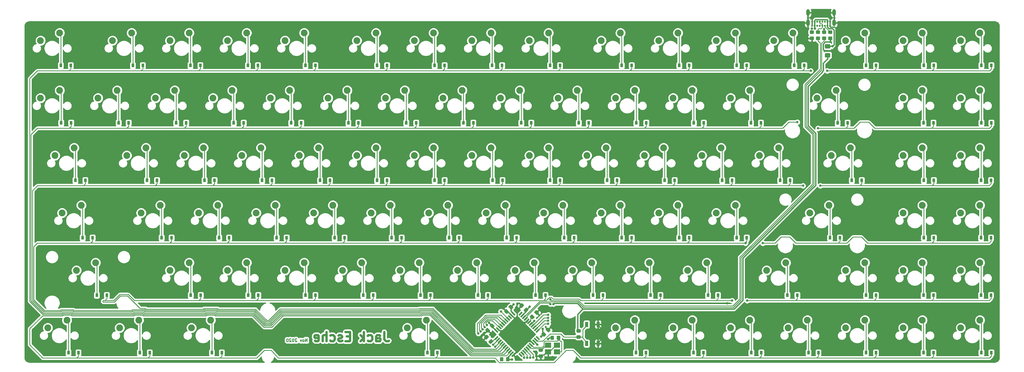
<source format=gbr>
%TF.GenerationSoftware,KiCad,Pcbnew,(5.1.6)-1*%
%TF.CreationDate,2020-11-27T09:17:25-06:00*%
%TF.ProjectId,zero-percent-keyboard,7a65726f-2d70-4657-9263-656e742d6b65,rev?*%
%TF.SameCoordinates,Original*%
%TF.FileFunction,Copper,L2,Bot*%
%TF.FilePolarity,Positive*%
%FSLAX46Y46*%
G04 Gerber Fmt 4.6, Leading zero omitted, Abs format (unit mm)*
G04 Created by KiCad (PCBNEW (5.1.6)-1) date 2020-11-27 09:17:25*
%MOMM*%
%LPD*%
G01*
G04 APERTURE LIST*
%TA.AperFunction,ComponentPad*%
%ADD10C,2.250000*%
%TD*%
%TA.AperFunction,SMDPad,CuDef*%
%ADD11R,0.900000X1.200000*%
%TD*%
%TA.AperFunction,SMDPad,CuDef*%
%ADD12R,2.100000X1.800000*%
%TD*%
%TA.AperFunction,SMDPad,CuDef*%
%ADD13C,0.100000*%
%TD*%
%TA.AperFunction,SMDPad,CuDef*%
%ADD14R,1.000000X1.700000*%
%TD*%
%TA.AperFunction,ComponentPad*%
%ADD15O,1.108000X2.216000*%
%TD*%
%TA.AperFunction,ComponentPad*%
%ADD16C,0.650000*%
%TD*%
%TA.AperFunction,ViaPad*%
%ADD17C,0.800000*%
%TD*%
%TA.AperFunction,Conductor*%
%ADD18C,0.750000*%
%TD*%
%TA.AperFunction,Conductor*%
%ADD19C,0.250000*%
%TD*%
%TA.AperFunction,Conductor*%
%ADD20C,0.381000*%
%TD*%
%TA.AperFunction,Conductor*%
%ADD21C,0.275000*%
%TD*%
%TA.AperFunction,Conductor*%
%ADD22C,0.254000*%
%TD*%
%TA.AperFunction,Conductor*%
%ADD23C,0.200000*%
%TD*%
%TA.AperFunction,Conductor*%
%ADD24C,0.230000*%
%TD*%
G04 APERTURE END LIST*
D10*
%TO.P,MX82,2*%
%TO.N,Net-(D82-Pad2)*%
X170625120Y-131334410D03*
%TO.P,MX82,1*%
%TO.N,COL5*%
X164275120Y-133874410D03*
%TD*%
%TO.P,MX80,2*%
%TO.N,Net-(D80-Pad2)*%
X75374720Y-131334410D03*
%TO.P,MX80,1*%
%TO.N,COL1*%
X69024720Y-133874410D03*
%TD*%
%TO.P,MX76,2*%
%TO.N,Net-(D76-Pad2)*%
X315881980Y-112284330D03*
%TO.P,MX76,1*%
%TO.N,COL13*%
X309531980Y-114824330D03*
%TD*%
%TO.P,MX75,2*%
%TO.N,Net-(D75-Pad2)*%
X289688120Y-112284330D03*
%TO.P,MX75,1*%
%TO.N,COL12*%
X283338120Y-114824330D03*
%TD*%
D11*
%TO.P,D75,2*%
%TO.N,Net-(D75-Pad2)*%
X290197000Y-123063000D03*
%TO.P,D75,1*%
%TO.N,ROW4*%
X293497000Y-123063000D03*
%TD*%
D12*
%TO.P,X1,1*%
%TO.N,XTAL1*%
X213868000Y-141859000D03*
%TO.P,X1,2*%
%TO.N,GND*%
X210968000Y-141859000D03*
%TO.P,X1,3*%
%TO.N,XTAL2*%
X210968000Y-139659000D03*
%TO.P,X1,4*%
%TO.N,GND*%
X213868000Y-139659000D03*
%TD*%
%TA.AperFunction,SMDPad,CuDef*%
D13*
%TO.P,U1,44*%
%TO.N,+5V*%
G36*
X200182702Y-129493940D02*
G01*
X199793794Y-129882848D01*
X198733134Y-128822188D01*
X199122042Y-128433280D01*
X200182702Y-129493940D01*
G37*
%TD.AperFunction*%
%TA.AperFunction,SMDPad,CuDef*%
%TO.P,U1,43*%
%TO.N,GND*%
G36*
X199617017Y-130059626D02*
G01*
X199228109Y-130448534D01*
X198167449Y-129387874D01*
X198556357Y-128998966D01*
X199617017Y-130059626D01*
G37*
%TD.AperFunction*%
%TA.AperFunction,SMDPad,CuDef*%
%TO.P,U1,42*%
%TO.N,Net-(U1-Pad42)*%
G36*
X199051332Y-130625311D02*
G01*
X198662424Y-131014219D01*
X197601764Y-129953559D01*
X197990672Y-129564651D01*
X199051332Y-130625311D01*
G37*
%TD.AperFunction*%
%TA.AperFunction,SMDPad,CuDef*%
%TO.P,U1,41*%
%TO.N,COL7*%
G36*
X198485646Y-131190996D02*
G01*
X198096738Y-131579904D01*
X197036078Y-130519244D01*
X197424986Y-130130336D01*
X198485646Y-131190996D01*
G37*
%TD.AperFunction*%
%TA.AperFunction,SMDPad,CuDef*%
%TO.P,U1,40*%
%TO.N,COL6*%
G36*
X197919961Y-131756682D02*
G01*
X197531053Y-132145590D01*
X196470393Y-131084930D01*
X196859301Y-130696022D01*
X197919961Y-131756682D01*
G37*
%TD.AperFunction*%
%TA.AperFunction,SMDPad,CuDef*%
%TO.P,U1,39*%
%TO.N,COL5*%
G36*
X197354275Y-132322367D02*
G01*
X196965367Y-132711275D01*
X195904707Y-131650615D01*
X196293615Y-131261707D01*
X197354275Y-132322367D01*
G37*
%TD.AperFunction*%
%TA.AperFunction,SMDPad,CuDef*%
%TO.P,U1,38*%
%TO.N,COL4*%
G36*
X196788590Y-132888053D02*
G01*
X196399682Y-133276961D01*
X195339022Y-132216301D01*
X195727930Y-131827393D01*
X196788590Y-132888053D01*
G37*
%TD.AperFunction*%
%TA.AperFunction,SMDPad,CuDef*%
%TO.P,U1,37*%
%TO.N,COL3*%
G36*
X196222904Y-133453738D02*
G01*
X195833996Y-133842646D01*
X194773336Y-132781986D01*
X195162244Y-132393078D01*
X196222904Y-133453738D01*
G37*
%TD.AperFunction*%
%TA.AperFunction,SMDPad,CuDef*%
%TO.P,U1,36*%
%TO.N,COL2*%
G36*
X195657219Y-134019424D02*
G01*
X195268311Y-134408332D01*
X194207651Y-133347672D01*
X194596559Y-132958764D01*
X195657219Y-134019424D01*
G37*
%TD.AperFunction*%
%TA.AperFunction,SMDPad,CuDef*%
%TO.P,U1,35*%
%TO.N,GND*%
G36*
X195091534Y-134585109D02*
G01*
X194702626Y-134974017D01*
X193641966Y-133913357D01*
X194030874Y-133524449D01*
X195091534Y-134585109D01*
G37*
%TD.AperFunction*%
%TA.AperFunction,SMDPad,CuDef*%
%TO.P,U1,34*%
%TO.N,+5V*%
G36*
X194525848Y-135150794D02*
G01*
X194136940Y-135539702D01*
X193076280Y-134479042D01*
X193465188Y-134090134D01*
X194525848Y-135150794D01*
G37*
%TD.AperFunction*%
%TA.AperFunction,SMDPad,CuDef*%
%TO.P,U1,33*%
%TO.N,Net-(R1-Pad1)*%
G36*
X194136940Y-136494298D02*
G01*
X194525848Y-136883206D01*
X193465188Y-137943866D01*
X193076280Y-137554958D01*
X194136940Y-136494298D01*
G37*
%TD.AperFunction*%
%TA.AperFunction,SMDPad,CuDef*%
%TO.P,U1,32*%
%TO.N,COL1*%
G36*
X194702626Y-137059983D02*
G01*
X195091534Y-137448891D01*
X194030874Y-138509551D01*
X193641966Y-138120643D01*
X194702626Y-137059983D01*
G37*
%TD.AperFunction*%
%TA.AperFunction,SMDPad,CuDef*%
%TO.P,U1,31*%
%TO.N,COL0*%
G36*
X195268311Y-137625668D02*
G01*
X195657219Y-138014576D01*
X194596559Y-139075236D01*
X194207651Y-138686328D01*
X195268311Y-137625668D01*
G37*
%TD.AperFunction*%
%TA.AperFunction,SMDPad,CuDef*%
%TO.P,U1,30*%
%TO.N,ROW4*%
G36*
X195833996Y-138191354D02*
G01*
X196222904Y-138580262D01*
X195162244Y-139640922D01*
X194773336Y-139252014D01*
X195833996Y-138191354D01*
G37*
%TD.AperFunction*%
%TA.AperFunction,SMDPad,CuDef*%
%TO.P,U1,29*%
%TO.N,ROW3*%
G36*
X196399682Y-138757039D02*
G01*
X196788590Y-139145947D01*
X195727930Y-140206607D01*
X195339022Y-139817699D01*
X196399682Y-138757039D01*
G37*
%TD.AperFunction*%
%TA.AperFunction,SMDPad,CuDef*%
%TO.P,U1,28*%
%TO.N,ROW2*%
G36*
X196965367Y-139322725D02*
G01*
X197354275Y-139711633D01*
X196293615Y-140772293D01*
X195904707Y-140383385D01*
X196965367Y-139322725D01*
G37*
%TD.AperFunction*%
%TA.AperFunction,SMDPad,CuDef*%
%TO.P,U1,27*%
%TO.N,ROW1*%
G36*
X197531053Y-139888410D02*
G01*
X197919961Y-140277318D01*
X196859301Y-141337978D01*
X196470393Y-140949070D01*
X197531053Y-139888410D01*
G37*
%TD.AperFunction*%
%TA.AperFunction,SMDPad,CuDef*%
%TO.P,U1,26*%
%TO.N,ROW0*%
G36*
X198096738Y-140454096D02*
G01*
X198485646Y-140843004D01*
X197424986Y-141903664D01*
X197036078Y-141514756D01*
X198096738Y-140454096D01*
G37*
%TD.AperFunction*%
%TA.AperFunction,SMDPad,CuDef*%
%TO.P,U1,25*%
%TO.N,ROW5*%
G36*
X198662424Y-141019781D02*
G01*
X199051332Y-141408689D01*
X197990672Y-142469349D01*
X197601764Y-142080441D01*
X198662424Y-141019781D01*
G37*
%TD.AperFunction*%
%TA.AperFunction,SMDPad,CuDef*%
%TO.P,U1,24*%
%TO.N,+5V*%
G36*
X199228109Y-141585466D02*
G01*
X199617017Y-141974374D01*
X198556357Y-143035034D01*
X198167449Y-142646126D01*
X199228109Y-141585466D01*
G37*
%TD.AperFunction*%
%TA.AperFunction,SMDPad,CuDef*%
%TO.P,U1,23*%
%TO.N,GND*%
G36*
X199793794Y-142151152D02*
G01*
X200182702Y-142540060D01*
X199122042Y-143600720D01*
X198733134Y-143211812D01*
X199793794Y-142151152D01*
G37*
%TD.AperFunction*%
%TA.AperFunction,SMDPad,CuDef*%
%TO.P,U1,22*%
%TO.N,Net-(U1-Pad22)*%
G36*
X202586866Y-143211812D02*
G01*
X202197958Y-143600720D01*
X201137298Y-142540060D01*
X201526206Y-142151152D01*
X202586866Y-143211812D01*
G37*
%TD.AperFunction*%
%TA.AperFunction,SMDPad,CuDef*%
%TO.P,U1,21*%
%TO.N,COL15*%
G36*
X203152551Y-142646126D02*
G01*
X202763643Y-143035034D01*
X201702983Y-141974374D01*
X202091891Y-141585466D01*
X203152551Y-142646126D01*
G37*
%TD.AperFunction*%
%TA.AperFunction,SMDPad,CuDef*%
%TO.P,U1,20*%
%TO.N,COL14*%
G36*
X203718236Y-142080441D02*
G01*
X203329328Y-142469349D01*
X202268668Y-141408689D01*
X202657576Y-141019781D01*
X203718236Y-142080441D01*
G37*
%TD.AperFunction*%
%TA.AperFunction,SMDPad,CuDef*%
%TO.P,U1,19*%
%TO.N,COL13*%
G36*
X204283922Y-141514756D02*
G01*
X203895014Y-141903664D01*
X202834354Y-140843004D01*
X203223262Y-140454096D01*
X204283922Y-141514756D01*
G37*
%TD.AperFunction*%
%TA.AperFunction,SMDPad,CuDef*%
%TO.P,U1,18*%
%TO.N,COL12*%
G36*
X204849607Y-140949070D02*
G01*
X204460699Y-141337978D01*
X203400039Y-140277318D01*
X203788947Y-139888410D01*
X204849607Y-140949070D01*
G37*
%TD.AperFunction*%
%TA.AperFunction,SMDPad,CuDef*%
%TO.P,U1,17*%
%TO.N,XTAL2*%
G36*
X205415293Y-140383385D02*
G01*
X205026385Y-140772293D01*
X203965725Y-139711633D01*
X204354633Y-139322725D01*
X205415293Y-140383385D01*
G37*
%TD.AperFunction*%
%TA.AperFunction,SMDPad,CuDef*%
%TO.P,U1,16*%
%TO.N,XTAL1*%
G36*
X205980978Y-139817699D02*
G01*
X205592070Y-140206607D01*
X204531410Y-139145947D01*
X204920318Y-138757039D01*
X205980978Y-139817699D01*
G37*
%TD.AperFunction*%
%TA.AperFunction,SMDPad,CuDef*%
%TO.P,U1,15*%
%TO.N,GND*%
G36*
X206546664Y-139252014D02*
G01*
X206157756Y-139640922D01*
X205097096Y-138580262D01*
X205486004Y-138191354D01*
X206546664Y-139252014D01*
G37*
%TD.AperFunction*%
%TA.AperFunction,SMDPad,CuDef*%
%TO.P,U1,14*%
%TO.N,+5V*%
G36*
X207112349Y-138686328D02*
G01*
X206723441Y-139075236D01*
X205662781Y-138014576D01*
X206051689Y-137625668D01*
X207112349Y-138686328D01*
G37*
%TD.AperFunction*%
%TA.AperFunction,SMDPad,CuDef*%
%TO.P,U1,13*%
%TO.N,RESET*%
G36*
X207678034Y-138120643D02*
G01*
X207289126Y-138509551D01*
X206228466Y-137448891D01*
X206617374Y-137059983D01*
X207678034Y-138120643D01*
G37*
%TD.AperFunction*%
%TA.AperFunction,SMDPad,CuDef*%
%TO.P,U1,12*%
%TO.N,Net-(U1-Pad12)*%
G36*
X208243720Y-137554958D02*
G01*
X207854812Y-137943866D01*
X206794152Y-136883206D01*
X207183060Y-136494298D01*
X208243720Y-137554958D01*
G37*
%TD.AperFunction*%
%TA.AperFunction,SMDPad,CuDef*%
%TO.P,U1,11*%
%TO.N,COL11*%
G36*
X207854812Y-134090134D02*
G01*
X208243720Y-134479042D01*
X207183060Y-135539702D01*
X206794152Y-135150794D01*
X207854812Y-134090134D01*
G37*
%TD.AperFunction*%
%TA.AperFunction,SMDPad,CuDef*%
%TO.P,U1,10*%
%TO.N,COL10*%
G36*
X207289126Y-133524449D02*
G01*
X207678034Y-133913357D01*
X206617374Y-134974017D01*
X206228466Y-134585109D01*
X207289126Y-133524449D01*
G37*
%TD.AperFunction*%
%TA.AperFunction,SMDPad,CuDef*%
%TO.P,U1,9*%
%TO.N,COL9*%
G36*
X206723441Y-132958764D02*
G01*
X207112349Y-133347672D01*
X206051689Y-134408332D01*
X205662781Y-134019424D01*
X206723441Y-132958764D01*
G37*
%TD.AperFunction*%
%TA.AperFunction,SMDPad,CuDef*%
%TO.P,U1,8*%
%TO.N,COL8*%
G36*
X206157756Y-132393078D02*
G01*
X206546664Y-132781986D01*
X205486004Y-133842646D01*
X205097096Y-133453738D01*
X206157756Y-132393078D01*
G37*
%TD.AperFunction*%
%TA.AperFunction,SMDPad,CuDef*%
%TO.P,U1,7*%
%TO.N,+5V*%
G36*
X205592070Y-131827393D02*
G01*
X205980978Y-132216301D01*
X204920318Y-133276961D01*
X204531410Y-132888053D01*
X205592070Y-131827393D01*
G37*
%TD.AperFunction*%
%TA.AperFunction,SMDPad,CuDef*%
%TO.P,U1,6*%
%TO.N,Net-(C1-Pad1)*%
G36*
X205026385Y-131261707D02*
G01*
X205415293Y-131650615D01*
X204354633Y-132711275D01*
X203965725Y-132322367D01*
X205026385Y-131261707D01*
G37*
%TD.AperFunction*%
%TA.AperFunction,SMDPad,CuDef*%
%TO.P,U1,5*%
%TO.N,GND*%
G36*
X204460699Y-130696022D02*
G01*
X204849607Y-131084930D01*
X203788947Y-132145590D01*
X203400039Y-131756682D01*
X204460699Y-130696022D01*
G37*
%TD.AperFunction*%
%TA.AperFunction,SMDPad,CuDef*%
%TO.P,U1,4*%
%TO.N,D+*%
G36*
X203895014Y-130130336D02*
G01*
X204283922Y-130519244D01*
X203223262Y-131579904D01*
X202834354Y-131190996D01*
X203895014Y-130130336D01*
G37*
%TD.AperFunction*%
%TA.AperFunction,SMDPad,CuDef*%
%TO.P,U1,3*%
%TO.N,D-*%
G36*
X203329328Y-129564651D02*
G01*
X203718236Y-129953559D01*
X202657576Y-131014219D01*
X202268668Y-130625311D01*
X203329328Y-129564651D01*
G37*
%TD.AperFunction*%
%TA.AperFunction,SMDPad,CuDef*%
%TO.P,U1,2*%
%TO.N,+5V*%
G36*
X202763643Y-128998966D02*
G01*
X203152551Y-129387874D01*
X202091891Y-130448534D01*
X201702983Y-130059626D01*
X202763643Y-128998966D01*
G37*
%TD.AperFunction*%
%TA.AperFunction,SMDPad,CuDef*%
%TO.P,U1,1*%
%TO.N,Net-(U1-Pad1)*%
G36*
X202197958Y-128433280D02*
G01*
X202586866Y-128822188D01*
X201526206Y-129882848D01*
X201137298Y-129493940D01*
X202197958Y-128433280D01*
G37*
%TD.AperFunction*%
%TD*%
D14*
%TO.P,SW1,2*%
%TO.N,RESET*%
X223715500Y-132740000D03*
X223715500Y-139040000D03*
%TO.P,SW1,1*%
%TO.N,GND*%
X227515500Y-132740000D03*
X227515500Y-139040000D03*
%TD*%
%TO.P,R6,2*%
%TO.N,RESET*%
%TA.AperFunction,SMDPad,CuDef*%
G36*
G01*
X220593499Y-136331000D02*
X221493501Y-136331000D01*
G75*
G02*
X221743500Y-136580999I0J-249999D01*
G01*
X221743500Y-137231001D01*
G75*
G02*
X221493501Y-137481000I-249999J0D01*
G01*
X220593499Y-137481000D01*
G75*
G02*
X220343500Y-137231001I0J249999D01*
G01*
X220343500Y-136580999D01*
G75*
G02*
X220593499Y-136331000I249999J0D01*
G01*
G37*
%TD.AperFunction*%
%TO.P,R6,1*%
%TO.N,+5V*%
%TA.AperFunction,SMDPad,CuDef*%
G36*
G01*
X220593499Y-134281000D02*
X221493501Y-134281000D01*
G75*
G02*
X221743500Y-134530999I0J-249999D01*
G01*
X221743500Y-135181001D01*
G75*
G02*
X221493501Y-135431000I-249999J0D01*
G01*
X220593499Y-135431000D01*
G75*
G02*
X220343500Y-135181001I0J249999D01*
G01*
X220343500Y-134530999D01*
G75*
G02*
X220593499Y-134281000I249999J0D01*
G01*
G37*
%TD.AperFunction*%
%TD*%
%TO.P,R5,2*%
%TO.N,Net-(J1-PadA5)*%
%TA.AperFunction,SMDPad,CuDef*%
G36*
G01*
X304869001Y-36380000D02*
X303968999Y-36380000D01*
G75*
G02*
X303719000Y-36130001I0J249999D01*
G01*
X303719000Y-35479999D01*
G75*
G02*
X303968999Y-35230000I249999J0D01*
G01*
X304869001Y-35230000D01*
G75*
G02*
X305119000Y-35479999I0J-249999D01*
G01*
X305119000Y-36130001D01*
G75*
G02*
X304869001Y-36380000I-249999J0D01*
G01*
G37*
%TD.AperFunction*%
%TO.P,R5,1*%
%TO.N,GND*%
%TA.AperFunction,SMDPad,CuDef*%
G36*
G01*
X304869001Y-38430000D02*
X303968999Y-38430000D01*
G75*
G02*
X303719000Y-38180001I0J249999D01*
G01*
X303719000Y-37529999D01*
G75*
G02*
X303968999Y-37280000I249999J0D01*
G01*
X304869001Y-37280000D01*
G75*
G02*
X305119000Y-37529999I0J-249999D01*
G01*
X305119000Y-38180001D01*
G75*
G02*
X304869001Y-38430000I-249999J0D01*
G01*
G37*
%TD.AperFunction*%
%TD*%
%TO.P,R4,2*%
%TO.N,Net-(J1-PadB5)*%
%TA.AperFunction,SMDPad,CuDef*%
G36*
G01*
X298773001Y-36389000D02*
X297872999Y-36389000D01*
G75*
G02*
X297623000Y-36139001I0J249999D01*
G01*
X297623000Y-35488999D01*
G75*
G02*
X297872999Y-35239000I249999J0D01*
G01*
X298773001Y-35239000D01*
G75*
G02*
X299023000Y-35488999I0J-249999D01*
G01*
X299023000Y-36139001D01*
G75*
G02*
X298773001Y-36389000I-249999J0D01*
G01*
G37*
%TD.AperFunction*%
%TO.P,R4,1*%
%TO.N,GND*%
%TA.AperFunction,SMDPad,CuDef*%
G36*
G01*
X298773001Y-38439000D02*
X297872999Y-38439000D01*
G75*
G02*
X297623000Y-38189001I0J249999D01*
G01*
X297623000Y-37538999D01*
G75*
G02*
X297872999Y-37289000I249999J0D01*
G01*
X298773001Y-37289000D01*
G75*
G02*
X299023000Y-37538999I0J-249999D01*
G01*
X299023000Y-38189001D01*
G75*
G02*
X298773001Y-38439000I-249999J0D01*
G01*
G37*
%TD.AperFunction*%
%TD*%
%TO.P,R3,2*%
%TO.N,Net-(J1-PadA6)*%
%TA.AperFunction,SMDPad,CuDef*%
G36*
G01*
X300805001Y-36389000D02*
X299904999Y-36389000D01*
G75*
G02*
X299655000Y-36139001I0J249999D01*
G01*
X299655000Y-35488999D01*
G75*
G02*
X299904999Y-35239000I249999J0D01*
G01*
X300805001Y-35239000D01*
G75*
G02*
X301055000Y-35488999I0J-249999D01*
G01*
X301055000Y-36139001D01*
G75*
G02*
X300805001Y-36389000I-249999J0D01*
G01*
G37*
%TD.AperFunction*%
%TO.P,R3,1*%
%TO.N,D+*%
%TA.AperFunction,SMDPad,CuDef*%
G36*
G01*
X300805001Y-38439000D02*
X299904999Y-38439000D01*
G75*
G02*
X299655000Y-38189001I0J249999D01*
G01*
X299655000Y-37538999D01*
G75*
G02*
X299904999Y-37289000I249999J0D01*
G01*
X300805001Y-37289000D01*
G75*
G02*
X301055000Y-37538999I0J-249999D01*
G01*
X301055000Y-38189001D01*
G75*
G02*
X300805001Y-38439000I-249999J0D01*
G01*
G37*
%TD.AperFunction*%
%TD*%
%TO.P,R2,2*%
%TO.N,Net-(J1-PadA7)*%
%TA.AperFunction,SMDPad,CuDef*%
G36*
G01*
X302837001Y-36389000D02*
X301936999Y-36389000D01*
G75*
G02*
X301687000Y-36139001I0J249999D01*
G01*
X301687000Y-35488999D01*
G75*
G02*
X301936999Y-35239000I249999J0D01*
G01*
X302837001Y-35239000D01*
G75*
G02*
X303087000Y-35488999I0J-249999D01*
G01*
X303087000Y-36139001D01*
G75*
G02*
X302837001Y-36389000I-249999J0D01*
G01*
G37*
%TD.AperFunction*%
%TO.P,R2,1*%
%TO.N,D-*%
%TA.AperFunction,SMDPad,CuDef*%
G36*
G01*
X302837001Y-38439000D02*
X301936999Y-38439000D01*
G75*
G02*
X301687000Y-38189001I0J249999D01*
G01*
X301687000Y-37538999D01*
G75*
G02*
X301936999Y-37289000I249999J0D01*
G01*
X302837001Y-37289000D01*
G75*
G02*
X303087000Y-37538999I0J-249999D01*
G01*
X303087000Y-38189001D01*
G75*
G02*
X302837001Y-38439000I-249999J0D01*
G01*
G37*
%TD.AperFunction*%
%TD*%
%TO.P,R1,2*%
%TO.N,GND*%
%TA.AperFunction,SMDPad,CuDef*%
G36*
G01*
X191262001Y-137031604D02*
X190625604Y-137668001D01*
G75*
G02*
X190272052Y-137668001I-176776J176776D01*
G01*
X189812431Y-137208380D01*
G75*
G02*
X189812431Y-136854828I176776J176776D01*
G01*
X190448828Y-136218431D01*
G75*
G02*
X190802380Y-136218431I176776J-176776D01*
G01*
X191262001Y-136678052D01*
G75*
G02*
X191262001Y-137031604I-176776J-176776D01*
G01*
G37*
%TD.AperFunction*%
%TO.P,R1,1*%
%TO.N,Net-(R1-Pad1)*%
%TA.AperFunction,SMDPad,CuDef*%
G36*
G01*
X192711569Y-138481172D02*
X192075172Y-139117569D01*
G75*
G02*
X191721620Y-139117569I-176776J176776D01*
G01*
X191261999Y-138657948D01*
G75*
G02*
X191261999Y-138304396I176776J176776D01*
G01*
X191898396Y-137667999D01*
G75*
G02*
X192251948Y-137667999I176776J-176776D01*
G01*
X192711569Y-138127620D01*
G75*
G02*
X192711569Y-138481172I-176776J-176776D01*
G01*
G37*
%TD.AperFunction*%
%TD*%
D10*
%TO.P,MX89,2*%
%TO.N,Net-(D89-Pad2)*%
X353982140Y-131334410D03*
%TO.P,MX89,1*%
%TO.N,COL15*%
X347632140Y-133874410D03*
%TD*%
%TO.P,MX88,2*%
%TO.N,Net-(D88-Pad2)*%
X334932060Y-131334410D03*
%TO.P,MX88,1*%
%TO.N,COL14*%
X328582060Y-133874410D03*
%TD*%
%TO.P,MX87,2*%
%TO.N,Net-(D87-Pad2)*%
X315881980Y-131334410D03*
%TO.P,MX87,1*%
%TO.N,COL13*%
X309531980Y-133874410D03*
%TD*%
%TO.P,MX86,2*%
%TO.N,Net-(D86-Pad2)*%
X296831900Y-131334410D03*
%TO.P,MX86,1*%
%TO.N,COL12*%
X290481900Y-133874410D03*
%TD*%
%TO.P,MX85,2*%
%TO.N,Net-(D85-Pad2)*%
X277781820Y-131334410D03*
%TO.P,MX85,1*%
%TO.N,COL11*%
X271431820Y-133874410D03*
%TD*%
%TO.P,MX84,2*%
%TO.N,Net-(D84-Pad2)*%
X258731740Y-131334410D03*
%TO.P,MX84,1*%
%TO.N,COL10*%
X252381740Y-133874410D03*
%TD*%
%TO.P,MX83,2*%
%TO.N,Net-(D83-Pad2)*%
X239681660Y-131334410D03*
%TO.P,MX83,1*%
%TO.N,COL9*%
X233331660Y-133874410D03*
%TD*%
%TO.P,MX81,2*%
%TO.N,Net-(D81-Pad2)*%
X99187320Y-131334410D03*
%TO.P,MX81,1*%
%TO.N,COL2*%
X92837320Y-133874410D03*
%TD*%
%TO.P,MX79,2*%
%TO.N,Net-(D79-Pad2)*%
X51562120Y-131334410D03*
%TO.P,MX79,1*%
%TO.N,COL0*%
X45212120Y-133874410D03*
%TD*%
%TO.P,MX78,2*%
%TO.N,Net-(D78-Pad2)*%
X353982140Y-112284330D03*
%TO.P,MX78,1*%
%TO.N,COL15*%
X347632140Y-114824330D03*
%TD*%
%TO.P,MX77,2*%
%TO.N,Net-(D77-Pad2)*%
X334932060Y-112284330D03*
%TO.P,MX77,1*%
%TO.N,COL14*%
X328582060Y-114824330D03*
%TD*%
%TO.P,MX74,2*%
%TO.N,Net-(D74-Pad2)*%
X263494260Y-112284330D03*
%TO.P,MX74,1*%
%TO.N,COL10*%
X257144260Y-114824330D03*
%TD*%
%TO.P,MX73,2*%
%TO.N,Net-(D73-Pad2)*%
X244444180Y-112284330D03*
%TO.P,MX73,1*%
%TO.N,COL9*%
X238094180Y-114824330D03*
%TD*%
%TO.P,MX72,2*%
%TO.N,Net-(D72-Pad2)*%
X225394100Y-112284330D03*
%TO.P,MX72,1*%
%TO.N,COL8*%
X219044100Y-114824330D03*
%TD*%
%TO.P,MX71,2*%
%TO.N,Net-(D71-Pad2)*%
X206344020Y-112284330D03*
%TO.P,MX71,1*%
%TO.N,COL7*%
X199994020Y-114824330D03*
%TD*%
%TO.P,MX70,2*%
%TO.N,Net-(D70-Pad2)*%
X187293940Y-112284330D03*
%TO.P,MX70,1*%
%TO.N,COL6*%
X180943940Y-114824330D03*
%TD*%
%TO.P,MX69,2*%
%TO.N,Net-(D69-Pad2)*%
X168243860Y-112284330D03*
%TO.P,MX69,1*%
%TO.N,COL5*%
X161893860Y-114824330D03*
%TD*%
%TO.P,MX68,2*%
%TO.N,Net-(D68-Pad2)*%
X149193780Y-112284330D03*
%TO.P,MX68,1*%
%TO.N,COL4*%
X142843780Y-114824330D03*
%TD*%
%TO.P,MX67,2*%
%TO.N,Net-(D67-Pad2)*%
X130143700Y-112284330D03*
%TO.P,MX67,1*%
%TO.N,COL3*%
X123793700Y-114824330D03*
%TD*%
%TO.P,MX66,2*%
%TO.N,Net-(D66-Pad2)*%
X111093620Y-112284330D03*
%TO.P,MX66,1*%
%TO.N,COL2*%
X104743620Y-114824330D03*
%TD*%
%TO.P,MX65,2*%
%TO.N,Net-(D65-Pad2)*%
X92043540Y-112284330D03*
%TO.P,MX65,1*%
%TO.N,COL1*%
X85693540Y-114824330D03*
%TD*%
%TO.P,MX64,2*%
%TO.N,Net-(D64-Pad2)*%
X61087160Y-112284330D03*
%TO.P,MX64,1*%
%TO.N,COL0*%
X54737160Y-114824330D03*
%TD*%
%TO.P,MX63,2*%
%TO.N,Net-(D63-Pad2)*%
X353982140Y-93234250D03*
%TO.P,MX63,1*%
%TO.N,COL15*%
X347632140Y-95774250D03*
%TD*%
%TO.P,MX62,2*%
%TO.N,Net-(D62-Pad2)*%
X334932060Y-93234250D03*
%TO.P,MX62,1*%
%TO.N,COL14*%
X328582060Y-95774250D03*
%TD*%
%TO.P,MX61,2*%
%TO.N,Net-(D61-Pad2)*%
X303975680Y-93234250D03*
%TO.P,MX61,1*%
%TO.N,COL13*%
X297625680Y-95774250D03*
%TD*%
%TO.P,MX60,2*%
%TO.N,Net-(D60-Pad2)*%
X273019300Y-93234250D03*
%TO.P,MX60,1*%
%TO.N,COL11*%
X266669300Y-95774250D03*
%TD*%
%TO.P,MX59,2*%
%TO.N,Net-(D59-Pad2)*%
X253969220Y-93234250D03*
%TO.P,MX59,1*%
%TO.N,COL10*%
X247619220Y-95774250D03*
%TD*%
%TO.P,MX58,2*%
%TO.N,Net-(D58-Pad2)*%
X234919140Y-93234250D03*
%TO.P,MX58,1*%
%TO.N,COL9*%
X228569140Y-95774250D03*
%TD*%
%TO.P,MX57,2*%
%TO.N,Net-(D57-Pad2)*%
X215869060Y-93234250D03*
%TO.P,MX57,1*%
%TO.N,COL8*%
X209519060Y-95774250D03*
%TD*%
%TO.P,MX56,2*%
%TO.N,Net-(D56-Pad2)*%
X196818980Y-93234250D03*
%TO.P,MX56,1*%
%TO.N,COL7*%
X190468980Y-95774250D03*
%TD*%
%TO.P,MX55,2*%
%TO.N,Net-(D55-Pad2)*%
X177768900Y-93234250D03*
%TO.P,MX55,1*%
%TO.N,COL6*%
X171418900Y-95774250D03*
%TD*%
%TO.P,MX54,2*%
%TO.N,Net-(D54-Pad2)*%
X158718820Y-93234250D03*
%TO.P,MX54,1*%
%TO.N,COL5*%
X152368820Y-95774250D03*
%TD*%
%TO.P,MX53,2*%
%TO.N,Net-(D53-Pad2)*%
X139668740Y-93234250D03*
%TO.P,MX53,1*%
%TO.N,COL4*%
X133318740Y-95774250D03*
%TD*%
%TO.P,MX52,2*%
%TO.N,Net-(D52-Pad2)*%
X120618660Y-93234250D03*
%TO.P,MX52,1*%
%TO.N,COL3*%
X114268660Y-95774250D03*
%TD*%
%TO.P,MX51,2*%
%TO.N,Net-(D51-Pad2)*%
X101568580Y-93234250D03*
%TO.P,MX51,1*%
%TO.N,COL2*%
X95218580Y-95774250D03*
%TD*%
%TO.P,MX50,2*%
%TO.N,Net-(D50-Pad2)*%
X82518500Y-93234250D03*
%TO.P,MX50,1*%
%TO.N,COL1*%
X76168500Y-95774250D03*
%TD*%
%TO.P,MX49,2*%
%TO.N,Net-(D49-Pad2)*%
X56324640Y-93234250D03*
%TO.P,MX49,1*%
%TO.N,COL0*%
X49974640Y-95774250D03*
%TD*%
%TO.P,MX48,2*%
%TO.N,Net-(D48-Pad2)*%
X353982140Y-74184170D03*
%TO.P,MX48,1*%
%TO.N,COL15*%
X347632140Y-76724170D03*
%TD*%
%TO.P,MX47,2*%
%TO.N,Net-(D47-Pad2)*%
X334932060Y-74184170D03*
%TO.P,MX47,1*%
%TO.N,COL14*%
X328582060Y-76724170D03*
%TD*%
%TO.P,MX46,2*%
%TO.N,Net-(D46-Pad2)*%
X311119460Y-74184170D03*
%TO.P,MX46,1*%
%TO.N,COL13*%
X304769460Y-76724170D03*
%TD*%
%TO.P,MX45,2*%
%TO.N,Net-(D45-Pad2)*%
X287306860Y-74184170D03*
%TO.P,MX45,1*%
%TO.N,COL12*%
X280956860Y-76724170D03*
%TD*%
%TO.P,MX44,2*%
%TO.N,Net-(D44-Pad2)*%
X268256780Y-74184170D03*
%TO.P,MX44,1*%
%TO.N,COL11*%
X261906780Y-76724170D03*
%TD*%
%TO.P,MX43,2*%
%TO.N,Net-(D43-Pad2)*%
X249206700Y-74184170D03*
%TO.P,MX43,1*%
%TO.N,COL10*%
X242856700Y-76724170D03*
%TD*%
%TO.P,MX42,2*%
%TO.N,Net-(D42-Pad2)*%
X230156620Y-74184170D03*
%TO.P,MX42,1*%
%TO.N,COL9*%
X223806620Y-76724170D03*
%TD*%
%TO.P,MX41,2*%
%TO.N,Net-(D41-Pad2)*%
X211106540Y-74184170D03*
%TO.P,MX41,1*%
%TO.N,COL8*%
X204756540Y-76724170D03*
%TD*%
%TO.P,MX40,2*%
%TO.N,Net-(D40-Pad2)*%
X192056460Y-74184170D03*
%TO.P,MX40,1*%
%TO.N,COL7*%
X185706460Y-76724170D03*
%TD*%
%TO.P,MX39,2*%
%TO.N,Net-(D39-Pad2)*%
X173006380Y-74184170D03*
%TO.P,MX39,1*%
%TO.N,COL6*%
X166656380Y-76724170D03*
%TD*%
%TO.P,MX38,2*%
%TO.N,Net-(D38-Pad2)*%
X153956300Y-74184170D03*
%TO.P,MX38,1*%
%TO.N,COL5*%
X147606300Y-76724170D03*
%TD*%
%TO.P,MX37,2*%
%TO.N,Net-(D37-Pad2)*%
X134906220Y-74184170D03*
%TO.P,MX37,1*%
%TO.N,COL4*%
X128556220Y-76724170D03*
%TD*%
%TO.P,MX36,2*%
%TO.N,Net-(D36-Pad2)*%
X115856140Y-74184170D03*
%TO.P,MX36,1*%
%TO.N,COL3*%
X109506140Y-76724170D03*
%TD*%
%TO.P,MX35,2*%
%TO.N,Net-(D35-Pad2)*%
X96806060Y-74184170D03*
%TO.P,MX35,1*%
%TO.N,COL2*%
X90456060Y-76724170D03*
%TD*%
%TO.P,MX34,2*%
%TO.N,Net-(D34-Pad2)*%
X77755980Y-74184170D03*
%TO.P,MX34,1*%
%TO.N,COL1*%
X71405980Y-76724170D03*
%TD*%
%TO.P,MX33,2*%
%TO.N,Net-(D33-Pad2)*%
X53943380Y-74184170D03*
%TO.P,MX33,1*%
%TO.N,COL0*%
X47593380Y-76724170D03*
%TD*%
%TO.P,MX32,2*%
%TO.N,Net-(D32-Pad2)*%
X353982140Y-55134090D03*
%TO.P,MX32,1*%
%TO.N,COL15*%
X347632140Y-57674090D03*
%TD*%
%TO.P,MX31,2*%
%TO.N,Net-(D31-Pad2)*%
X334932060Y-55134090D03*
%TO.P,MX31,1*%
%TO.N,COL14*%
X328582060Y-57674090D03*
%TD*%
%TO.P,MX30,2*%
%TO.N,Net-(D30-Pad2)*%
X306356940Y-55134090D03*
%TO.P,MX30,1*%
%TO.N,COL13*%
X300006940Y-57674090D03*
%TD*%
%TO.P,MX29,2*%
%TO.N,Net-(D29-Pad2)*%
X277781820Y-55134090D03*
%TO.P,MX29,1*%
%TO.N,COL12*%
X271431820Y-57674090D03*
%TD*%
%TO.P,MX28,2*%
%TO.N,Net-(D28-Pad2)*%
X258731740Y-55134090D03*
%TO.P,MX28,1*%
%TO.N,COL11*%
X252381740Y-57674090D03*
%TD*%
%TO.P,MX27,2*%
%TO.N,Net-(D27-Pad2)*%
X239681660Y-55134090D03*
%TO.P,MX27,1*%
%TO.N,COL10*%
X233331660Y-57674090D03*
%TD*%
%TO.P,MX26,2*%
%TO.N,Net-(D26-Pad2)*%
X220631580Y-55134090D03*
%TO.P,MX26,1*%
%TO.N,COL9*%
X214281580Y-57674090D03*
%TD*%
%TO.P,MX25,2*%
%TO.N,Net-(D25-Pad2)*%
X201581500Y-55134090D03*
%TO.P,MX25,1*%
%TO.N,COL8*%
X195231500Y-57674090D03*
%TD*%
%TO.P,MX24,2*%
%TO.N,Net-(D24-Pad2)*%
X182531420Y-55134090D03*
%TO.P,MX24,1*%
%TO.N,COL7*%
X176181420Y-57674090D03*
%TD*%
%TO.P,MX23,2*%
%TO.N,Net-(D23-Pad2)*%
X163481340Y-55134090D03*
%TO.P,MX23,1*%
%TO.N,COL6*%
X157131340Y-57674090D03*
%TD*%
%TO.P,MX22,2*%
%TO.N,Net-(D22-Pad2)*%
X144431260Y-55134090D03*
%TO.P,MX22,1*%
%TO.N,COL5*%
X138081260Y-57674090D03*
%TD*%
%TO.P,MX21,2*%
%TO.N,Net-(D21-Pad2)*%
X125381180Y-55134090D03*
%TO.P,MX21,1*%
%TO.N,COL4*%
X119031180Y-57674090D03*
%TD*%
%TO.P,MX20,2*%
%TO.N,Net-(D20-Pad2)*%
X106331100Y-55134090D03*
%TO.P,MX20,1*%
%TO.N,COL3*%
X99981100Y-57674090D03*
%TD*%
%TO.P,MX19,2*%
%TO.N,Net-(D19-Pad2)*%
X87281020Y-55134090D03*
%TO.P,MX19,1*%
%TO.N,COL2*%
X80931020Y-57674090D03*
%TD*%
%TO.P,MX18,2*%
%TO.N,Net-(D18-Pad2)*%
X68230940Y-55134090D03*
%TO.P,MX18,1*%
%TO.N,COL1*%
X61880940Y-57674090D03*
%TD*%
%TO.P,MX17,2*%
%TO.N,Net-(D17-Pad2)*%
X49180860Y-55134090D03*
%TO.P,MX17,1*%
%TO.N,COL0*%
X42830860Y-57674090D03*
%TD*%
%TO.P,MX16,2*%
%TO.N,Net-(D16-Pad2)*%
X353982140Y-36084010D03*
%TO.P,MX16,1*%
%TO.N,COL15*%
X347632140Y-38624010D03*
%TD*%
%TO.P,MX15,2*%
%TO.N,Net-(D15-Pad2)*%
X334932060Y-36084010D03*
%TO.P,MX15,1*%
%TO.N,COL14*%
X328582060Y-38624010D03*
%TD*%
%TO.P,MX14,2*%
%TO.N,Net-(D14-Pad2)*%
X315881980Y-36084010D03*
%TO.P,MX14,1*%
%TO.N,COL13*%
X309531980Y-38624010D03*
%TD*%
%TO.P,MX13,2*%
%TO.N,Net-(D13-Pad2)*%
X292069380Y-36084010D03*
%TO.P,MX13,1*%
%TO.N,COL12*%
X285719380Y-38624010D03*
%TD*%
%TO.P,MX12,2*%
%TO.N,Net-(D12-Pad2)*%
X273019300Y-36084010D03*
%TO.P,MX12,1*%
%TO.N,COL11*%
X266669300Y-38624010D03*
%TD*%
%TO.P,MX11,2*%
%TO.N,Net-(D11-Pad2)*%
X253969220Y-36084010D03*
%TO.P,MX11,1*%
%TO.N,COL10*%
X247619220Y-38624010D03*
%TD*%
%TO.P,MX10,2*%
%TO.N,Net-(D10-Pad2)*%
X234919140Y-36084010D03*
%TO.P,MX10,1*%
%TO.N,COL9*%
X228569140Y-38624010D03*
%TD*%
%TO.P,MX9,2*%
%TO.N,Net-(D9-Pad2)*%
X211106540Y-36084010D03*
%TO.P,MX9,1*%
%TO.N,COL8*%
X204756540Y-38624010D03*
%TD*%
%TO.P,MX8,2*%
%TO.N,Net-(D8-Pad2)*%
X192056460Y-36084010D03*
%TO.P,MX8,1*%
%TO.N,COL7*%
X185706460Y-38624010D03*
%TD*%
%TO.P,MX7,2*%
%TO.N,Net-(D7-Pad2)*%
X173006380Y-36084010D03*
%TO.P,MX7,1*%
%TO.N,COL6*%
X166656380Y-38624010D03*
%TD*%
%TO.P,MX6,2*%
%TO.N,Net-(D6-Pad2)*%
X153956300Y-36084010D03*
%TO.P,MX6,1*%
%TO.N,COL5*%
X147606300Y-38624010D03*
%TD*%
%TO.P,MX5,2*%
%TO.N,Net-(D5-Pad2)*%
X130143700Y-36084010D03*
%TO.P,MX5,1*%
%TO.N,COL4*%
X123793700Y-38624010D03*
%TD*%
%TO.P,MX4,2*%
%TO.N,Net-(D4-Pad2)*%
X111093620Y-36084010D03*
%TO.P,MX4,1*%
%TO.N,COL3*%
X104743620Y-38624010D03*
%TD*%
%TO.P,MX3,2*%
%TO.N,Net-(D3-Pad2)*%
X92043540Y-36084010D03*
%TO.P,MX3,1*%
%TO.N,COL2*%
X85693540Y-38624010D03*
%TD*%
%TO.P,MX2,2*%
%TO.N,Net-(D2-Pad2)*%
X72993460Y-36084010D03*
%TO.P,MX2,1*%
%TO.N,COL1*%
X66643460Y-38624010D03*
%TD*%
%TO.P,MX1,2*%
%TO.N,Net-(D1-Pad2)*%
X49180860Y-36084010D03*
%TO.P,MX1,1*%
%TO.N,COL0*%
X42830860Y-38624010D03*
%TD*%
D15*
%TO.P,J1,P4*%
%TO.N,GND*%
X305689000Y-29337000D03*
%TO.P,J1,P3*%
X297039000Y-29337000D03*
%TO.P,J1,P2*%
X297039000Y-32717000D03*
%TO.P,J1,P1*%
X305689000Y-32717000D03*
D16*
%TO.P,J1,B12*%
X304339000Y-32347000D03*
%TO.P,J1,B9*%
%TO.N,VCC*%
X303489000Y-32347000D03*
%TO.P,J1,B8*%
%TO.N,Net-(J1-PadB8)*%
X302639000Y-32347000D03*
%TO.P,J1,B7*%
%TO.N,Net-(J1-PadA7)*%
X301789000Y-32347000D03*
%TO.P,J1,B6*%
%TO.N,Net-(J1-PadA6)*%
X300939000Y-32347000D03*
%TO.P,J1,B5*%
%TO.N,Net-(J1-PadB5)*%
X300089000Y-32347000D03*
%TO.P,J1,B4*%
%TO.N,VCC*%
X299239000Y-32347000D03*
%TO.P,J1,B1*%
%TO.N,GND*%
X298389000Y-32347000D03*
%TO.P,J1,A12*%
X298389000Y-33697000D03*
%TO.P,J1,A9*%
%TO.N,VCC*%
X299239000Y-33697000D03*
%TO.P,J1,A8*%
%TO.N,Net-(J1-PadA8)*%
X300089000Y-33697000D03*
%TO.P,J1,A7*%
%TO.N,Net-(J1-PadA7)*%
X300939000Y-33697000D03*
%TO.P,J1,A6*%
%TO.N,Net-(J1-PadA6)*%
X301789000Y-33697000D03*
%TO.P,J1,A5*%
%TO.N,Net-(J1-PadA5)*%
X302639000Y-33697000D03*
%TO.P,J1,A4*%
%TO.N,VCC*%
X303489000Y-33697000D03*
%TO.P,J1,A1*%
%TO.N,GND*%
X304339000Y-33697000D03*
%TD*%
%TO.P,F1,2*%
%TO.N,+5V*%
%TA.AperFunction,SMDPad,CuDef*%
G36*
G01*
X302905000Y-42775500D02*
X304155000Y-42775500D01*
G75*
G02*
X304405000Y-43025500I0J-250000D01*
G01*
X304405000Y-43950500D01*
G75*
G02*
X304155000Y-44200500I-250000J0D01*
G01*
X302905000Y-44200500D01*
G75*
G02*
X302655000Y-43950500I0J250000D01*
G01*
X302655000Y-43025500D01*
G75*
G02*
X302905000Y-42775500I250000J0D01*
G01*
G37*
%TD.AperFunction*%
%TO.P,F1,1*%
%TO.N,VCC*%
%TA.AperFunction,SMDPad,CuDef*%
G36*
G01*
X302905000Y-39800500D02*
X304155000Y-39800500D01*
G75*
G02*
X304405000Y-40050500I0J-250000D01*
G01*
X304405000Y-40975500D01*
G75*
G02*
X304155000Y-41225500I-250000J0D01*
G01*
X302905000Y-41225500D01*
G75*
G02*
X302655000Y-40975500I0J250000D01*
G01*
X302655000Y-40050500D01*
G75*
G02*
X302905000Y-39800500I250000J0D01*
G01*
G37*
%TD.AperFunction*%
%TD*%
D11*
%TO.P,D89,2*%
%TO.N,Net-(D89-Pad2)*%
X354457000Y-142113000D03*
%TO.P,D89,1*%
%TO.N,ROW5*%
X357757000Y-142113000D03*
%TD*%
%TO.P,D88,2*%
%TO.N,Net-(D88-Pad2)*%
X335281000Y-142113000D03*
%TO.P,D88,1*%
%TO.N,ROW5*%
X338581000Y-142113000D03*
%TD*%
%TO.P,D87,2*%
%TO.N,Net-(D87-Pad2)*%
X316231000Y-142113000D03*
%TO.P,D87,1*%
%TO.N,ROW5*%
X319531000Y-142113000D03*
%TD*%
%TO.P,D86,2*%
%TO.N,Net-(D86-Pad2)*%
X297181000Y-142113000D03*
%TO.P,D86,1*%
%TO.N,ROW5*%
X300481000Y-142113000D03*
%TD*%
%TO.P,D85,2*%
%TO.N,Net-(D85-Pad2)*%
X278259000Y-142113000D03*
%TO.P,D85,1*%
%TO.N,ROW5*%
X281559000Y-142113000D03*
%TD*%
%TO.P,D84,2*%
%TO.N,Net-(D84-Pad2)*%
X259081000Y-142113000D03*
%TO.P,D84,1*%
%TO.N,ROW5*%
X262381000Y-142113000D03*
%TD*%
%TO.P,D83,2*%
%TO.N,Net-(D83-Pad2)*%
X240031000Y-142113000D03*
%TO.P,D83,1*%
%TO.N,ROW5*%
X243331000Y-142113000D03*
%TD*%
%TO.P,D82,2*%
%TO.N,Net-(D82-Pad2)*%
X170943000Y-142113000D03*
%TO.P,D82,1*%
%TO.N,ROW5*%
X174243000Y-142113000D03*
%TD*%
%TO.P,D81,2*%
%TO.N,Net-(D81-Pad2)*%
X99569000Y-142113000D03*
%TO.P,D81,1*%
%TO.N,ROW5*%
X102869000Y-142113000D03*
%TD*%
%TO.P,D80,2*%
%TO.N,Net-(D80-Pad2)*%
X75693000Y-142113000D03*
%TO.P,D80,1*%
%TO.N,ROW5*%
X78993000Y-142113000D03*
%TD*%
%TO.P,D79,2*%
%TO.N,Net-(D79-Pad2)*%
X52071000Y-142113000D03*
%TO.P,D79,1*%
%TO.N,ROW5*%
X55371000Y-142113000D03*
%TD*%
%TO.P,D78,2*%
%TO.N,Net-(D78-Pad2)*%
X354331000Y-123063000D03*
%TO.P,D78,1*%
%TO.N,ROW4*%
X357631000Y-123063000D03*
%TD*%
%TO.P,D77,2*%
%TO.N,Net-(D77-Pad2)*%
X335281000Y-123063000D03*
%TO.P,D77,1*%
%TO.N,ROW4*%
X338581000Y-123063000D03*
%TD*%
%TO.P,D76,2*%
%TO.N,Net-(D76-Pad2)*%
X316231000Y-123063000D03*
%TO.P,D76,1*%
%TO.N,ROW4*%
X319531000Y-123063000D03*
%TD*%
%TO.P,D74,2*%
%TO.N,Net-(D74-Pad2)*%
X263907000Y-123063000D03*
%TO.P,D74,1*%
%TO.N,ROW4*%
X267207000Y-123063000D03*
%TD*%
%TO.P,D73,2*%
%TO.N,Net-(D73-Pad2)*%
X244857000Y-123063000D03*
%TO.P,D73,1*%
%TO.N,ROW4*%
X248157000Y-123063000D03*
%TD*%
%TO.P,D72,2*%
%TO.N,Net-(D72-Pad2)*%
X225807000Y-123063000D03*
%TO.P,D72,1*%
%TO.N,ROW4*%
X229107000Y-123063000D03*
%TD*%
%TO.P,D71,2*%
%TO.N,Net-(D71-Pad2)*%
X206757000Y-123063000D03*
%TO.P,D71,1*%
%TO.N,ROW4*%
X210057000Y-123063000D03*
%TD*%
%TO.P,D70,2*%
%TO.N,Net-(D70-Pad2)*%
X187707000Y-123063000D03*
%TO.P,D70,1*%
%TO.N,ROW4*%
X191007000Y-123063000D03*
%TD*%
%TO.P,D69,2*%
%TO.N,Net-(D69-Pad2)*%
X168657000Y-123063000D03*
%TO.P,D69,1*%
%TO.N,ROW4*%
X171957000Y-123063000D03*
%TD*%
%TO.P,D68,2*%
%TO.N,Net-(D68-Pad2)*%
X149735000Y-123063000D03*
%TO.P,D68,1*%
%TO.N,ROW4*%
X153035000Y-123063000D03*
%TD*%
%TO.P,D67,2*%
%TO.N,Net-(D67-Pad2)*%
X130557000Y-123063000D03*
%TO.P,D67,1*%
%TO.N,ROW4*%
X133857000Y-123063000D03*
%TD*%
%TO.P,D66,2*%
%TO.N,Net-(D66-Pad2)*%
X111635000Y-123063000D03*
%TO.P,D66,1*%
%TO.N,ROW4*%
X114935000Y-123063000D03*
%TD*%
%TO.P,D65,2*%
%TO.N,Net-(D65-Pad2)*%
X92583000Y-123063000D03*
%TO.P,D65,1*%
%TO.N,ROW4*%
X95883000Y-123063000D03*
%TD*%
%TO.P,D64,2*%
%TO.N,Net-(D64-Pad2)*%
X61469000Y-123063000D03*
%TO.P,D64,1*%
%TO.N,ROW4*%
X64769000Y-123063000D03*
%TD*%
%TO.P,D63,2*%
%TO.N,Net-(D63-Pad2)*%
X354331000Y-104013000D03*
%TO.P,D63,1*%
%TO.N,ROW3*%
X357631000Y-104013000D03*
%TD*%
%TO.P,D62,2*%
%TO.N,Net-(D62-Pad2)*%
X335407000Y-104013000D03*
%TO.P,D62,1*%
%TO.N,ROW3*%
X338707000Y-104013000D03*
%TD*%
%TO.P,D61,2*%
%TO.N,Net-(D61-Pad2)*%
X304293000Y-104013000D03*
%TO.P,D61,1*%
%TO.N,ROW3*%
X307593000Y-104013000D03*
%TD*%
%TO.P,D60,2*%
%TO.N,Net-(D60-Pad2)*%
X273431000Y-104013000D03*
%TO.P,D60,1*%
%TO.N,ROW3*%
X276731000Y-104013000D03*
%TD*%
%TO.P,D59,2*%
%TO.N,Net-(D59-Pad2)*%
X254383000Y-104013000D03*
%TO.P,D59,1*%
%TO.N,ROW3*%
X257683000Y-104013000D03*
%TD*%
%TO.P,D58,2*%
%TO.N,Net-(D58-Pad2)*%
X235333000Y-104013000D03*
%TO.P,D58,1*%
%TO.N,ROW3*%
X238633000Y-104013000D03*
%TD*%
%TO.P,D57,2*%
%TO.N,Net-(D57-Pad2)*%
X216283000Y-104013000D03*
%TO.P,D57,1*%
%TO.N,ROW3*%
X219583000Y-104013000D03*
%TD*%
%TO.P,D56,2*%
%TO.N,Net-(D56-Pad2)*%
X197231000Y-104013000D03*
%TO.P,D56,1*%
%TO.N,ROW3*%
X200531000Y-104013000D03*
%TD*%
%TO.P,D55,2*%
%TO.N,Net-(D55-Pad2)*%
X178183000Y-104013000D03*
%TO.P,D55,1*%
%TO.N,ROW3*%
X181483000Y-104013000D03*
%TD*%
%TO.P,D54,2*%
%TO.N,Net-(D54-Pad2)*%
X159133000Y-104013000D03*
%TO.P,D54,1*%
%TO.N,ROW3*%
X162433000Y-104013000D03*
%TD*%
%TO.P,D53,2*%
%TO.N,Net-(D53-Pad2)*%
X140209000Y-104013000D03*
%TO.P,D53,1*%
%TO.N,ROW3*%
X143509000Y-104013000D03*
%TD*%
%TO.P,D52,2*%
%TO.N,Net-(D52-Pad2)*%
X121033000Y-104013000D03*
%TO.P,D52,1*%
%TO.N,ROW3*%
X124333000Y-104013000D03*
%TD*%
%TO.P,D51,2*%
%TO.N,Net-(D51-Pad2)*%
X101983000Y-104013000D03*
%TO.P,D51,1*%
%TO.N,ROW3*%
X105283000Y-104013000D03*
%TD*%
%TO.P,D50,2*%
%TO.N,Net-(D50-Pad2)*%
X82933000Y-104013000D03*
%TO.P,D50,1*%
%TO.N,ROW3*%
X86233000Y-104013000D03*
%TD*%
%TO.P,D49,2*%
%TO.N,Net-(D49-Pad2)*%
X56771000Y-104013000D03*
%TO.P,D49,1*%
%TO.N,ROW3*%
X60071000Y-104013000D03*
%TD*%
%TO.P,D48,2*%
%TO.N,Net-(D48-Pad2)*%
X354331000Y-84963000D03*
%TO.P,D48,1*%
%TO.N,ROW2*%
X357631000Y-84963000D03*
%TD*%
%TO.P,D47,2*%
%TO.N,Net-(D47-Pad2)*%
X335409000Y-84963000D03*
%TO.P,D47,1*%
%TO.N,ROW2*%
X338709000Y-84963000D03*
%TD*%
%TO.P,D46,2*%
%TO.N,Net-(D46-Pad2)*%
X311531000Y-84963000D03*
%TO.P,D46,1*%
%TO.N,ROW2*%
X314831000Y-84963000D03*
%TD*%
%TO.P,D45,2*%
%TO.N,Net-(D45-Pad2)*%
X287783000Y-84963000D03*
%TO.P,D45,1*%
%TO.N,ROW2*%
X291083000Y-84963000D03*
%TD*%
%TO.P,D44,2*%
%TO.N,Net-(D44-Pad2)*%
X268607000Y-84963000D03*
%TO.P,D44,1*%
%TO.N,ROW2*%
X271907000Y-84963000D03*
%TD*%
%TO.P,D43,2*%
%TO.N,Net-(D43-Pad2)*%
X249557000Y-84963000D03*
%TO.P,D43,1*%
%TO.N,ROW2*%
X252857000Y-84963000D03*
%TD*%
%TO.P,D42,2*%
%TO.N,Net-(D42-Pad2)*%
X230507000Y-84963000D03*
%TO.P,D42,1*%
%TO.N,ROW2*%
X233807000Y-84963000D03*
%TD*%
%TO.P,D41,2*%
%TO.N,Net-(D41-Pad2)*%
X211583000Y-84963000D03*
%TO.P,D41,1*%
%TO.N,ROW2*%
X214883000Y-84963000D03*
%TD*%
%TO.P,D40,2*%
%TO.N,Net-(D40-Pad2)*%
X192533000Y-84963000D03*
%TO.P,D40,1*%
%TO.N,ROW2*%
X195833000Y-84963000D03*
%TD*%
%TO.P,D39,2*%
%TO.N,Net-(D39-Pad2)*%
X173357000Y-84963000D03*
%TO.P,D39,1*%
%TO.N,ROW2*%
X176657000Y-84963000D03*
%TD*%
%TO.P,D38,2*%
%TO.N,Net-(D38-Pad2)*%
X154307000Y-84963000D03*
%TO.P,D38,1*%
%TO.N,ROW2*%
X157607000Y-84963000D03*
%TD*%
%TO.P,D37,2*%
%TO.N,Net-(D37-Pad2)*%
X135383000Y-84963000D03*
%TO.P,D37,1*%
%TO.N,ROW2*%
X138683000Y-84963000D03*
%TD*%
%TO.P,D36,2*%
%TO.N,Net-(D36-Pad2)*%
X116207000Y-84963000D03*
%TO.P,D36,1*%
%TO.N,ROW2*%
X119507000Y-84963000D03*
%TD*%
%TO.P,D35,2*%
%TO.N,Net-(D35-Pad2)*%
X97157000Y-84963000D03*
%TO.P,D35,1*%
%TO.N,ROW2*%
X100457000Y-84963000D03*
%TD*%
%TO.P,D34,2*%
%TO.N,Net-(D34-Pad2)*%
X78107000Y-84963000D03*
%TO.P,D34,1*%
%TO.N,ROW2*%
X81407000Y-84963000D03*
%TD*%
%TO.P,D33,2*%
%TO.N,Net-(D33-Pad2)*%
X54357000Y-84963000D03*
%TO.P,D33,1*%
%TO.N,ROW2*%
X57657000Y-84963000D03*
%TD*%
%TO.P,D32,2*%
%TO.N,Net-(D32-Pad2)*%
X354459000Y-65913000D03*
%TO.P,D32,1*%
%TO.N,ROW1*%
X357759000Y-65913000D03*
%TD*%
%TO.P,D31,2*%
%TO.N,Net-(D31-Pad2)*%
X335281000Y-65913000D03*
%TO.P,D31,1*%
%TO.N,ROW1*%
X338581000Y-65913000D03*
%TD*%
%TO.P,D30,2*%
%TO.N,Net-(D30-Pad2)*%
X306833000Y-65913000D03*
%TO.P,D30,1*%
%TO.N,ROW1*%
X310133000Y-65913000D03*
%TD*%
%TO.P,D29,2*%
%TO.N,Net-(D29-Pad2)*%
X278131000Y-65913000D03*
%TO.P,D29,1*%
%TO.N,ROW1*%
X281431000Y-65913000D03*
%TD*%
%TO.P,D28,2*%
%TO.N,Net-(D28-Pad2)*%
X259207000Y-65913000D03*
%TO.P,D28,1*%
%TO.N,ROW1*%
X262507000Y-65913000D03*
%TD*%
%TO.P,D27,2*%
%TO.N,Net-(D27-Pad2)*%
X240159000Y-65913000D03*
%TO.P,D27,1*%
%TO.N,ROW1*%
X243459000Y-65913000D03*
%TD*%
%TO.P,D26,2*%
%TO.N,Net-(D26-Pad2)*%
X221107000Y-65913000D03*
%TO.P,D26,1*%
%TO.N,ROW1*%
X224407000Y-65913000D03*
%TD*%
%TO.P,D25,2*%
%TO.N,Net-(D25-Pad2)*%
X202059000Y-65913000D03*
%TO.P,D25,1*%
%TO.N,ROW1*%
X205359000Y-65913000D03*
%TD*%
%TO.P,D24,2*%
%TO.N,Net-(D24-Pad2)*%
X182881000Y-65913000D03*
%TO.P,D24,1*%
%TO.N,ROW1*%
X186181000Y-65913000D03*
%TD*%
%TO.P,D23,2*%
%TO.N,Net-(D23-Pad2)*%
X163959000Y-65913000D03*
%TO.P,D23,1*%
%TO.N,ROW1*%
X167259000Y-65913000D03*
%TD*%
%TO.P,D22,2*%
%TO.N,Net-(D22-Pad2)*%
X144781000Y-65913000D03*
%TO.P,D22,1*%
%TO.N,ROW1*%
X148081000Y-65913000D03*
%TD*%
%TO.P,D21,2*%
%TO.N,Net-(D21-Pad2)*%
X125859000Y-65913000D03*
%TO.P,D21,1*%
%TO.N,ROW1*%
X129159000Y-65913000D03*
%TD*%
%TO.P,D20,2*%
%TO.N,Net-(D20-Pad2)*%
X106809000Y-65913000D03*
%TO.P,D20,1*%
%TO.N,ROW1*%
X110109000Y-65913000D03*
%TD*%
%TO.P,D19,2*%
%TO.N,Net-(D19-Pad2)*%
X87759000Y-65913000D03*
%TO.P,D19,1*%
%TO.N,ROW1*%
X91059000Y-65913000D03*
%TD*%
%TO.P,D18,2*%
%TO.N,Net-(D18-Pad2)*%
X68709000Y-65913000D03*
%TO.P,D18,1*%
%TO.N,ROW1*%
X72009000Y-65913000D03*
%TD*%
%TO.P,D17,2*%
%TO.N,Net-(D17-Pad2)*%
X49659000Y-65913000D03*
%TO.P,D17,1*%
%TO.N,ROW1*%
X52959000Y-65913000D03*
%TD*%
%TO.P,D16,2*%
%TO.N,Net-(D16-Pad2)*%
X354459000Y-46863000D03*
%TO.P,D16,1*%
%TO.N,ROW0*%
X357759000Y-46863000D03*
%TD*%
%TO.P,D15,2*%
%TO.N,Net-(D15-Pad2)*%
X335409000Y-46863000D03*
%TO.P,D15,1*%
%TO.N,ROW0*%
X338709000Y-46863000D03*
%TD*%
%TO.P,D14,2*%
%TO.N,Net-(D14-Pad2)*%
X316231000Y-46863000D03*
%TO.P,D14,1*%
%TO.N,ROW0*%
X319531000Y-46863000D03*
%TD*%
%TO.P,D13,2*%
%TO.N,Net-(D13-Pad2)*%
X292483000Y-46863000D03*
%TO.P,D13,1*%
%TO.N,ROW0*%
X295783000Y-46863000D03*
%TD*%
%TO.P,D12,2*%
%TO.N,Net-(D12-Pad2)*%
X273433000Y-46863000D03*
%TO.P,D12,1*%
%TO.N,ROW0*%
X276733000Y-46863000D03*
%TD*%
%TO.P,D11,2*%
%TO.N,Net-(D11-Pad2)*%
X254383000Y-46863000D03*
%TO.P,D11,1*%
%TO.N,ROW0*%
X257683000Y-46863000D03*
%TD*%
%TO.P,D10,2*%
%TO.N,Net-(D10-Pad2)*%
X235333000Y-46863000D03*
%TO.P,D10,1*%
%TO.N,ROW0*%
X238633000Y-46863000D03*
%TD*%
%TO.P,D9,2*%
%TO.N,Net-(D9-Pad2)*%
X211583000Y-46863000D03*
%TO.P,D9,1*%
%TO.N,ROW0*%
X214883000Y-46863000D03*
%TD*%
%TO.P,D8,2*%
%TO.N,Net-(D8-Pad2)*%
X192407000Y-46863000D03*
%TO.P,D8,1*%
%TO.N,ROW0*%
X195707000Y-46863000D03*
%TD*%
%TO.P,D7,2*%
%TO.N,Net-(D7-Pad2)*%
X173357000Y-46863000D03*
%TO.P,D7,1*%
%TO.N,ROW0*%
X176657000Y-46863000D03*
%TD*%
%TO.P,D6,2*%
%TO.N,Net-(D6-Pad2)*%
X154307000Y-46863000D03*
%TO.P,D6,1*%
%TO.N,ROW0*%
X157607000Y-46863000D03*
%TD*%
%TO.P,D5,2*%
%TO.N,Net-(D5-Pad2)*%
X130557000Y-46863000D03*
%TO.P,D5,1*%
%TO.N,ROW0*%
X133857000Y-46863000D03*
%TD*%
%TO.P,D4,2*%
%TO.N,Net-(D4-Pad2)*%
X111507000Y-46863000D03*
%TO.P,D4,1*%
%TO.N,ROW0*%
X114807000Y-46863000D03*
%TD*%
%TO.P,D3,2*%
%TO.N,Net-(D3-Pad2)*%
X92457000Y-46863000D03*
%TO.P,D3,1*%
%TO.N,ROW0*%
X95757000Y-46863000D03*
%TD*%
%TO.P,D2,2*%
%TO.N,Net-(D2-Pad2)*%
X73407000Y-46863000D03*
%TO.P,D2,1*%
%TO.N,ROW0*%
X76707000Y-46863000D03*
%TD*%
%TO.P,D1,2*%
%TO.N,Net-(D1-Pad2)*%
X49531000Y-46863000D03*
%TO.P,D1,1*%
%TO.N,ROW0*%
X52831000Y-46863000D03*
%TD*%
%TO.P,C8,2*%
%TO.N,GND*%
%TA.AperFunction,SMDPad,CuDef*%
G36*
G01*
X208083999Y-142681000D02*
X208984001Y-142681000D01*
G75*
G02*
X209234000Y-142930999I0J-249999D01*
G01*
X209234000Y-143581001D01*
G75*
G02*
X208984001Y-143831000I-249999J0D01*
G01*
X208083999Y-143831000D01*
G75*
G02*
X207834000Y-143581001I0J249999D01*
G01*
X207834000Y-142930999D01*
G75*
G02*
X208083999Y-142681000I249999J0D01*
G01*
G37*
%TD.AperFunction*%
%TO.P,C8,1*%
%TO.N,XTAL2*%
%TA.AperFunction,SMDPad,CuDef*%
G36*
G01*
X208083999Y-140631000D02*
X208984001Y-140631000D01*
G75*
G02*
X209234000Y-140880999I0J-249999D01*
G01*
X209234000Y-141531001D01*
G75*
G02*
X208984001Y-141781000I-249999J0D01*
G01*
X208083999Y-141781000D01*
G75*
G02*
X207834000Y-141531001I0J249999D01*
G01*
X207834000Y-140880999D01*
G75*
G02*
X208083999Y-140631000I249999J0D01*
G01*
G37*
%TD.AperFunction*%
%TD*%
%TO.P,C7,2*%
%TO.N,GND*%
%TA.AperFunction,SMDPad,CuDef*%
G36*
G01*
X212919000Y-136709999D02*
X212919000Y-137610001D01*
G75*
G02*
X212669001Y-137860000I-249999J0D01*
G01*
X212018999Y-137860000D01*
G75*
G02*
X211769000Y-137610001I0J249999D01*
G01*
X211769000Y-136709999D01*
G75*
G02*
X212018999Y-136460000I249999J0D01*
G01*
X212669001Y-136460000D01*
G75*
G02*
X212919000Y-136709999I0J-249999D01*
G01*
G37*
%TD.AperFunction*%
%TO.P,C7,1*%
%TO.N,XTAL1*%
%TA.AperFunction,SMDPad,CuDef*%
G36*
G01*
X214969000Y-136709999D02*
X214969000Y-137610001D01*
G75*
G02*
X214719001Y-137860000I-249999J0D01*
G01*
X214068999Y-137860000D01*
G75*
G02*
X213819000Y-137610001I0J249999D01*
G01*
X213819000Y-136709999D01*
G75*
G02*
X214068999Y-136460000I249999J0D01*
G01*
X214719001Y-136460000D01*
G75*
G02*
X214969000Y-136709999I0J-249999D01*
G01*
G37*
%TD.AperFunction*%
%TD*%
%TO.P,C6,2*%
%TO.N,GND*%
%TA.AperFunction,SMDPad,CuDef*%
G36*
G01*
X202908785Y-126580388D02*
X202272388Y-127216785D01*
G75*
G02*
X201918836Y-127216785I-176776J176776D01*
G01*
X201459215Y-126757164D01*
G75*
G02*
X201459215Y-126403612I176776J176776D01*
G01*
X202095612Y-125767215D01*
G75*
G02*
X202449164Y-125767215I176776J-176776D01*
G01*
X202908785Y-126226836D01*
G75*
G02*
X202908785Y-126580388I-176776J-176776D01*
G01*
G37*
%TD.AperFunction*%
%TO.P,C6,1*%
%TO.N,+5V*%
%TA.AperFunction,SMDPad,CuDef*%
G36*
G01*
X204358353Y-128029956D02*
X203721956Y-128666353D01*
G75*
G02*
X203368404Y-128666353I-176776J176776D01*
G01*
X202908783Y-128206732D01*
G75*
G02*
X202908783Y-127853180I176776J176776D01*
G01*
X203545180Y-127216783D01*
G75*
G02*
X203898732Y-127216783I176776J-176776D01*
G01*
X204358353Y-127676404D01*
G75*
G02*
X204358353Y-128029956I-176776J-176776D01*
G01*
G37*
%TD.AperFunction*%
%TD*%
%TO.P,C5,2*%
%TO.N,GND*%
%TA.AperFunction,SMDPad,CuDef*%
G36*
G01*
X210858612Y-135292217D02*
X210222215Y-134655820D01*
G75*
G02*
X210222215Y-134302268I176776J176776D01*
G01*
X210681836Y-133842647D01*
G75*
G02*
X211035388Y-133842647I176776J-176776D01*
G01*
X211671785Y-134479044D01*
G75*
G02*
X211671785Y-134832596I-176776J-176776D01*
G01*
X211212164Y-135292217D01*
G75*
G02*
X210858612Y-135292217I-176776J176776D01*
G01*
G37*
%TD.AperFunction*%
%TO.P,C5,1*%
%TO.N,+5V*%
%TA.AperFunction,SMDPad,CuDef*%
G36*
G01*
X209409044Y-136741785D02*
X208772647Y-136105388D01*
G75*
G02*
X208772647Y-135751836I176776J176776D01*
G01*
X209232268Y-135292215D01*
G75*
G02*
X209585820Y-135292215I176776J-176776D01*
G01*
X210222217Y-135928612D01*
G75*
G02*
X210222217Y-136282164I-176776J-176776D01*
G01*
X209762596Y-136741785D01*
G75*
G02*
X209409044Y-136741785I-176776J176776D01*
G01*
G37*
%TD.AperFunction*%
%TD*%
%TO.P,C4,2*%
%TO.N,GND*%
%TA.AperFunction,SMDPad,CuDef*%
G36*
G01*
X197266820Y-127724783D02*
X197903217Y-128361180D01*
G75*
G02*
X197903217Y-128714732I-176776J-176776D01*
G01*
X197443596Y-129174353D01*
G75*
G02*
X197090044Y-129174353I-176776J176776D01*
G01*
X196453647Y-128537956D01*
G75*
G02*
X196453647Y-128184404I176776J176776D01*
G01*
X196913268Y-127724783D01*
G75*
G02*
X197266820Y-127724783I176776J-176776D01*
G01*
G37*
%TD.AperFunction*%
%TO.P,C4,1*%
%TO.N,+5V*%
%TA.AperFunction,SMDPad,CuDef*%
G36*
G01*
X198716388Y-126275215D02*
X199352785Y-126911612D01*
G75*
G02*
X199352785Y-127265164I-176776J-176776D01*
G01*
X198893164Y-127724785D01*
G75*
G02*
X198539612Y-127724785I-176776J176776D01*
G01*
X197903215Y-127088388D01*
G75*
G02*
X197903215Y-126734836I176776J176776D01*
G01*
X198362836Y-126275215D01*
G75*
G02*
X198716388Y-126275215I176776J-176776D01*
G01*
G37*
%TD.AperFunction*%
%TD*%
%TO.P,C3,2*%
%TO.N,GND*%
%TA.AperFunction,SMDPad,CuDef*%
G36*
G01*
X191043820Y-133947783D02*
X191680217Y-134584180D01*
G75*
G02*
X191680217Y-134937732I-176776J-176776D01*
G01*
X191220596Y-135397353D01*
G75*
G02*
X190867044Y-135397353I-176776J176776D01*
G01*
X190230647Y-134760956D01*
G75*
G02*
X190230647Y-134407404I176776J176776D01*
G01*
X190690268Y-133947783D01*
G75*
G02*
X191043820Y-133947783I176776J-176776D01*
G01*
G37*
%TD.AperFunction*%
%TO.P,C3,1*%
%TO.N,+5V*%
%TA.AperFunction,SMDPad,CuDef*%
G36*
G01*
X192493388Y-132498215D02*
X193129785Y-133134612D01*
G75*
G02*
X193129785Y-133488164I-176776J-176776D01*
G01*
X192670164Y-133947785D01*
G75*
G02*
X192316612Y-133947785I-176776J176776D01*
G01*
X191680215Y-133311388D01*
G75*
G02*
X191680215Y-132957836I176776J176776D01*
G01*
X192139836Y-132498215D01*
G75*
G02*
X192493388Y-132498215I176776J-176776D01*
G01*
G37*
%TD.AperFunction*%
%TD*%
%TO.P,C2,2*%
%TO.N,GND*%
%TA.AperFunction,SMDPad,CuDef*%
G36*
G01*
X196146000Y-143821999D02*
X196146000Y-144722001D01*
G75*
G02*
X195896001Y-144972000I-249999J0D01*
G01*
X195245999Y-144972000D01*
G75*
G02*
X194996000Y-144722001I0J249999D01*
G01*
X194996000Y-143821999D01*
G75*
G02*
X195245999Y-143572000I249999J0D01*
G01*
X195896001Y-143572000D01*
G75*
G02*
X196146000Y-143821999I0J-249999D01*
G01*
G37*
%TD.AperFunction*%
%TO.P,C2,1*%
%TO.N,+5V*%
%TA.AperFunction,SMDPad,CuDef*%
G36*
G01*
X198196000Y-143821999D02*
X198196000Y-144722001D01*
G75*
G02*
X197946001Y-144972000I-249999J0D01*
G01*
X197295999Y-144972000D01*
G75*
G02*
X197046000Y-144722001I0J249999D01*
G01*
X197046000Y-143821999D01*
G75*
G02*
X197295999Y-143572000I249999J0D01*
G01*
X197946001Y-143572000D01*
G75*
G02*
X198196000Y-143821999I0J-249999D01*
G01*
G37*
%TD.AperFunction*%
%TD*%
%TO.P,C1,2*%
%TO.N,GND*%
%TA.AperFunction,SMDPad,CuDef*%
G36*
G01*
X207048612Y-129502785D02*
X206412215Y-128866388D01*
G75*
G02*
X206412215Y-128512836I176776J176776D01*
G01*
X206871836Y-128053215D01*
G75*
G02*
X207225388Y-128053215I176776J-176776D01*
G01*
X207861785Y-128689612D01*
G75*
G02*
X207861785Y-129043164I-176776J-176776D01*
G01*
X207402164Y-129502785D01*
G75*
G02*
X207048612Y-129502785I-176776J176776D01*
G01*
G37*
%TD.AperFunction*%
%TO.P,C1,1*%
%TO.N,Net-(C1-Pad1)*%
%TA.AperFunction,SMDPad,CuDef*%
G36*
G01*
X205599044Y-130952353D02*
X204962647Y-130315956D01*
G75*
G02*
X204962647Y-129962404I176776J176776D01*
G01*
X205422268Y-129502783D01*
G75*
G02*
X205775820Y-129502783I176776J-176776D01*
G01*
X206412217Y-130139180D01*
G75*
G02*
X206412217Y-130492732I-176776J-176776D01*
G01*
X205952596Y-130952353D01*
G75*
G02*
X205599044Y-130952353I-176776J176776D01*
G01*
G37*
%TD.AperFunction*%
%TD*%
D17*
%TO.N,GND*%
X200660000Y-144145000D03*
X193040000Y-144907000D03*
X76962000Y-139954000D03*
X74422000Y-139954000D03*
X100838000Y-139954000D03*
X98298000Y-139954000D03*
X172212000Y-139954000D03*
X169672000Y-139954000D03*
X53340000Y-133350000D03*
X50800000Y-133350000D03*
X270256000Y-123571000D03*
X270256000Y-125730000D03*
X78359000Y-123698000D03*
X78359000Y-125984000D03*
X207010000Y-143256000D03*
X204470000Y-137541000D03*
X210947000Y-137578000D03*
X211836000Y-133604000D03*
X179895500Y-139255500D03*
X179895500Y-133096000D03*
%TO.N,+5V*%
X207391000Y-139446000D03*
X208661000Y-136779000D03*
X212725000Y-125949000D03*
X204851000Y-126873000D03*
X209169000Y-134239000D03*
X199517000Y-126111000D03*
X191389000Y-132207000D03*
X199009000Y-144399000D03*
X206368933Y-131565933D03*
%TO.N,ROW0*%
X303403000Y-48641000D03*
X297942000Y-48641000D03*
%TO.N,ROW1*%
X293497000Y-65659000D03*
X300355000Y-67691000D03*
%TO.N,ROW2*%
X301117000Y-86741000D03*
X295402000Y-86741000D03*
%TO.N,ROW3*%
X282067000Y-105791000D03*
X276352000Y-105791000D03*
%TO.N,ROW4*%
X276860000Y-124841000D03*
X271907000Y-124841000D03*
%TO.N,VCC*%
X299323003Y-34671000D03*
X305181000Y-40513000D03*
%TO.N,Net-(J1-PadA7)*%
X302387000Y-34798000D03*
%TO.N,Net-(J1-PadB5)*%
X298323000Y-34671000D03*
%TO.N,COL0*%
X193446683Y-140106683D03*
%TO.N,COL1*%
X192701044Y-139440330D03*
%TO.N,COL2*%
X190681892Y-132914108D03*
%TO.N,COL3*%
X189974784Y-133621216D03*
%TO.N,COL4*%
X189267676Y-134328324D03*
%TO.N,COL5*%
X188560568Y-135035432D03*
%TO.N,COL6*%
X187853460Y-135742540D03*
%TO.N,COL7*%
X195326000Y-128460500D03*
%TO.N,COL8*%
X210975500Y-129524491D03*
%TO.N,COL9*%
X210975500Y-130524494D03*
%TO.N,COL10*%
X210975500Y-131524497D03*
%TO.N,COL11*%
X210975500Y-132524500D03*
%TO.N,COL12*%
X206024334Y-143715621D03*
%TO.N,COL13*%
X205025503Y-143764000D03*
%TO.N,COL14*%
X204025500Y-143764000D03*
%TO.N,COL15*%
X203009500Y-143764000D03*
%TO.N,D+*%
X211709000Y-124495000D03*
X211709000Y-125949000D03*
%TD*%
D18*
%TO.N,*%
X133731000Y-138099800D02*
X133794500Y-138099800D01*
X133794500Y-138099800D02*
X133921500Y-138226800D01*
X133921500Y-138226800D02*
X134683500Y-138226800D01*
X134683500Y-138226800D02*
X134937500Y-137972800D01*
X134937500Y-137972800D02*
X134937500Y-136512300D01*
X134937500Y-136512300D02*
X134683500Y-136258300D01*
X134683500Y-136258300D02*
X133794500Y-136258300D01*
X133794500Y-136258300D02*
X133540500Y-136512300D01*
X133540500Y-136512300D02*
X133540500Y-136956800D01*
X133540500Y-136956800D02*
X133731000Y-137147300D01*
X133731000Y-137147300D02*
X134810500Y-137147300D01*
X137541000Y-136194800D02*
X136588500Y-136194800D01*
X137541000Y-136194800D02*
X137541000Y-138290300D01*
X137541000Y-135178800D02*
X137541000Y-136194800D01*
X136588500Y-136194800D02*
X136271000Y-136512300D01*
X136271000Y-136512300D02*
X136271000Y-138290300D01*
X138811000Y-138036300D02*
X138811000Y-138099800D01*
X138811000Y-138099800D02*
X138938000Y-138226800D01*
X138938000Y-138226800D02*
X139827000Y-138226800D01*
X139827000Y-138226800D02*
X140271500Y-137782300D01*
X140271500Y-137782300D02*
X140271500Y-136766300D01*
X140271500Y-136766300D02*
X139763500Y-136258300D01*
X139763500Y-136258300D02*
X138938000Y-136258300D01*
X138938000Y-136258300D02*
X138811000Y-136385300D01*
X142748000Y-138099800D02*
X142684500Y-138099800D01*
X142684500Y-138099800D02*
X142557500Y-138226800D01*
X142557500Y-138226800D02*
X141732000Y-138226800D01*
X141732000Y-138226800D02*
X141414500Y-137909300D01*
X141414500Y-137909300D02*
X141414500Y-137591800D01*
X141414500Y-137591800D02*
X141795500Y-137210800D01*
X141795500Y-137210800D02*
X142367000Y-137210800D01*
X142367000Y-137210800D02*
X142684500Y-136893300D01*
X142684500Y-136893300D02*
X142684500Y-136639300D01*
X142684500Y-136639300D02*
X142303500Y-136258300D01*
X142303500Y-136258300D02*
X141668500Y-136258300D01*
X141668500Y-136258300D02*
X141541500Y-136385300D01*
X143764000Y-138290300D02*
X145161000Y-138290300D01*
X145288000Y-138163300D02*
X145288000Y-135242300D01*
X145288000Y-135242300D02*
X143827500Y-135242300D01*
X144208500Y-136639300D02*
X145161000Y-136639300D01*
X157924500Y-138226800D02*
X157226000Y-138226800D01*
X157226000Y-138226800D02*
X156654500Y-137655300D01*
X156654500Y-137655300D02*
X156654500Y-135242300D01*
X157924500Y-138226800D02*
X158051500Y-138226800D01*
X158051500Y-138226800D02*
X158178500Y-138099800D01*
X155321000Y-136448800D02*
X155257500Y-136448800D01*
X155257500Y-136448800D02*
X155067000Y-136258300D01*
X155067000Y-136258300D02*
X154305000Y-136258300D01*
X154305000Y-136258300D02*
X153924000Y-136639300D01*
X153924000Y-136639300D02*
X153924000Y-138290300D01*
X153924000Y-138290300D02*
X155194000Y-138290300D01*
X155194000Y-138099800D02*
X155384500Y-137909300D01*
X155384500Y-137909300D02*
X155384500Y-137464800D01*
X155384500Y-137464800D02*
X155130500Y-137210800D01*
X155130500Y-137210800D02*
X154432000Y-137210800D01*
X151193500Y-136448800D02*
X151257000Y-136448800D01*
X151257000Y-136448800D02*
X151447500Y-136258300D01*
X151447500Y-136258300D02*
X152273000Y-136258300D01*
X152273000Y-136258300D02*
X152654000Y-136639300D01*
X152654000Y-136639300D02*
X152654000Y-137782300D01*
X152654000Y-137782300D02*
X152209500Y-138226800D01*
X152209500Y-138226800D02*
X151384000Y-138226800D01*
X151384000Y-138226800D02*
X151257000Y-138099800D01*
X149923500Y-135242300D02*
X149923500Y-138290300D01*
X148780500Y-138290300D02*
X149923500Y-137147300D01*
X148780500Y-136194800D02*
X149669500Y-137083800D01*
D19*
X131114800Y-138455400D02*
X131114800Y-137439400D01*
X130530600Y-137439400D02*
X130530600Y-138455400D01*
X130530600Y-138455400D02*
X130530600Y-138430000D01*
X130530600Y-138455400D02*
X131114800Y-137439400D01*
X130124200Y-138125200D02*
X130124200Y-138277600D01*
X130124200Y-138277600D02*
X129971800Y-138430000D01*
X129971800Y-138430000D02*
X129743200Y-138430000D01*
X129743200Y-138430000D02*
X129590800Y-138277600D01*
X129590800Y-138277600D02*
X129590800Y-137947400D01*
X129590800Y-137947400D02*
X129743200Y-137795000D01*
X129743200Y-137795000D02*
X129946400Y-137795000D01*
X129946400Y-137795000D02*
X130124200Y-137972800D01*
X130124200Y-137972800D02*
X130124200Y-138125200D01*
X129032000Y-138455400D02*
X129260600Y-137769600D01*
X128778000Y-137769600D02*
X129032000Y-138455400D01*
X127685800Y-137541000D02*
X127609600Y-137464800D01*
X127609600Y-137464800D02*
X127584200Y-137439400D01*
X127584200Y-137439400D02*
X127279400Y-137439400D01*
X127279400Y-137439400D02*
X127127000Y-137591800D01*
X127127000Y-137591800D02*
X127127000Y-137845800D01*
X127127000Y-137845800D02*
X127736600Y-138455400D01*
X127736600Y-138455400D02*
X127101600Y-138455400D01*
X126720600Y-137769600D02*
X126720600Y-137820400D01*
X126720600Y-137820400D02*
X126720600Y-138099800D01*
X126720600Y-138099800D02*
X126720600Y-138252200D01*
X126720600Y-138252200D02*
X126542800Y-138430000D01*
X126542800Y-138430000D02*
X126365000Y-138430000D01*
X126365000Y-138430000D02*
X126187200Y-138252200D01*
X126187200Y-138252200D02*
X126187200Y-137668000D01*
X126187200Y-137668000D02*
X126365000Y-137490200D01*
X126365000Y-137490200D02*
X126593600Y-137490200D01*
X126593600Y-137490200D02*
X126695200Y-137591800D01*
X126695200Y-137591800D02*
X126720600Y-137617200D01*
X126720600Y-137617200D02*
X126720600Y-137769600D01*
X125222000Y-137845800D02*
X125831600Y-138455400D01*
X124815600Y-137769600D02*
X124815600Y-137820400D01*
X125679200Y-137439400D02*
X125374400Y-137439400D01*
X125831600Y-138455400D02*
X125196600Y-138455400D01*
X124637800Y-138430000D02*
X124460000Y-138430000D01*
X124815600Y-137820400D02*
X124815600Y-138099800D01*
X124815600Y-138252200D02*
X124637800Y-138430000D01*
X125374400Y-137439400D02*
X125222000Y-137591800D01*
X125222000Y-137591800D02*
X125222000Y-137845800D01*
X125704600Y-137464800D02*
X125679200Y-137439400D01*
X125780800Y-137541000D02*
X125704600Y-137464800D01*
X124815600Y-138099800D02*
X124815600Y-138252200D01*
X124815600Y-137617200D02*
X124815600Y-137769600D01*
X124790200Y-137591800D02*
X124815600Y-137617200D01*
X124460000Y-137490200D02*
X124688600Y-137490200D01*
X124282200Y-137668000D02*
X124460000Y-137490200D01*
X124282200Y-138252200D02*
X124282200Y-137668000D01*
X124460000Y-138430000D02*
X124282200Y-138252200D01*
X124688600Y-137490200D02*
X124790200Y-137591800D01*
D20*
%TO.N,GND*%
X200660000Y-128778000D02*
X200660000Y-130175000D01*
D21*
X213525502Y-139659000D02*
X211833502Y-141351000D01*
X213868000Y-139659000D02*
X213525502Y-139659000D01*
X210968000Y-141859000D02*
X210439000Y-141859000D01*
D20*
X210968000Y-141859000D02*
X210566000Y-141859000D01*
X210566000Y-141859000D02*
X209550000Y-142875000D01*
X209550000Y-142875000D02*
X208915000Y-142875000D01*
X212344000Y-137160000D02*
X212344000Y-136652000D01*
X304339000Y-33697000D02*
X304339000Y-32338000D01*
X298389000Y-33697000D02*
X298389000Y-32324000D01*
X203765412Y-131970414D02*
X201185414Y-131970414D01*
X204124823Y-131420806D02*
X204124823Y-131611003D01*
X204124823Y-131611003D02*
X203765412Y-131970414D01*
X201185414Y-131970414D02*
X199263000Y-130048000D01*
X194916359Y-134798842D02*
X197433158Y-134798842D01*
X194366750Y-134249233D02*
X194916359Y-134798842D01*
X197433158Y-134798842D02*
X200660000Y-131572000D01*
X203967325Y-138366529D02*
X205168529Y-138366529D01*
X205168529Y-138366529D02*
X205359000Y-138557000D01*
X202218427Y-140115427D02*
X202218427Y-136940427D01*
X202218427Y-140115427D02*
X203967325Y-138366529D01*
X199457918Y-142875936D02*
X202218427Y-140115427D01*
X202218427Y-136940427D02*
X198755000Y-133477000D01*
X227515500Y-139040000D02*
X227515500Y-138689000D01*
X227515500Y-138689000D02*
X228854000Y-137350500D01*
X228854000Y-137350500D02*
X228854000Y-134429500D01*
X228854000Y-134429500D02*
X227584000Y-133159500D01*
X305869990Y-34089990D02*
X306197000Y-34417000D01*
X304339000Y-33956000D02*
X304472990Y-34089990D01*
X304339000Y-33697000D02*
X304339000Y-33956000D01*
X304472990Y-34089990D02*
X305869990Y-34089990D01*
X298389000Y-32347000D02*
X298389000Y-31181000D01*
X304339000Y-32347000D02*
X304339000Y-31289000D01*
X197178432Y-128449568D02*
X197537568Y-128449568D01*
X197537568Y-128449568D02*
X198628000Y-129540000D01*
X208534000Y-143256000D02*
X207010000Y-143256000D01*
X204470000Y-137541000D02*
X205486000Y-138557000D01*
X212344000Y-137160000D02*
X211365000Y-137160000D01*
X211365000Y-137160000D02*
X210947000Y-137578000D01*
X211836000Y-133604000D02*
X211074000Y-134366000D01*
X302725939Y-39073939D02*
X302088519Y-39711359D01*
X303200061Y-39073939D02*
X302725939Y-39073939D01*
X302088519Y-39711359D02*
X302088519Y-41064839D01*
X302088519Y-41064839D02*
X302088519Y-41592500D01*
X302088519Y-41592500D02*
X302469519Y-41973500D01*
X306270010Y-40593932D02*
X306270010Y-34490010D01*
X302469519Y-41973500D02*
X304890442Y-41973500D01*
X304890442Y-41973500D02*
X306270010Y-40593932D01*
X303200061Y-39073939D02*
X304207061Y-39073939D01*
X304207061Y-39073939D02*
X304419000Y-38862000D01*
X304419000Y-38862000D02*
X304419000Y-38163500D01*
D22*
%TO.N,Net-(C1-Pad1)*%
X205176617Y-131500383D02*
X205176617Y-130738383D01*
X204690509Y-131986491D02*
X205176617Y-131500383D01*
X205176617Y-130738383D02*
X205486000Y-130429000D01*
D20*
%TO.N,+5V*%
X197621000Y-144272000D02*
X197621000Y-143628000D01*
X197621000Y-143628000D02*
X198755000Y-142494000D01*
X193801064Y-134814918D02*
X193742918Y-134814918D01*
X193742918Y-134814918D02*
X192405000Y-133477000D01*
X198628000Y-127000000D02*
X198628000Y-128270000D01*
X198628000Y-128270000D02*
X199136000Y-128778000D01*
X206387565Y-138350452D02*
X206387565Y-138442565D01*
X206387565Y-138442565D02*
X207391000Y-139446000D01*
X208661000Y-136779000D02*
X209296000Y-136144000D01*
X203633568Y-127941568D02*
X203633568Y-128471432D01*
X203633568Y-128471432D02*
X202819000Y-129286000D01*
X303530000Y-43488000D02*
X303530000Y-44659519D01*
X302088519Y-48535416D02*
X301785368Y-48838567D01*
X303530000Y-44659519D02*
X302088519Y-46101000D01*
X302088519Y-46101000D02*
X302088519Y-48535416D01*
X301785368Y-48988632D02*
X297008520Y-53765480D01*
X301785368Y-48838567D02*
X301785368Y-48988632D01*
X297008520Y-53765480D02*
X297008520Y-64135000D01*
X297008520Y-66780584D02*
X299548520Y-69320584D01*
X297008520Y-64135000D02*
X297008520Y-66780584D01*
X299548520Y-86635416D02*
X298172934Y-88011000D01*
X299548520Y-69320584D02*
X299548520Y-86635416D01*
X298172934Y-88011000D02*
X285623000Y-100560934D01*
X285623000Y-100560934D02*
X276657967Y-109525967D01*
X276657967Y-109525967D02*
X275418520Y-110765414D01*
X272563416Y-127590520D02*
X269327359Y-127590520D01*
X275418520Y-110765414D02*
X275418520Y-124735416D01*
X275418520Y-124735416D02*
X272563416Y-127590520D01*
X269327359Y-127590520D02*
X225192415Y-127590520D01*
X225192415Y-127590520D02*
X222675480Y-127590520D01*
X222489651Y-127590520D02*
X220638641Y-125739510D01*
X222675480Y-127590520D02*
X222489651Y-127590520D01*
X220638641Y-125739510D02*
X212934490Y-125739510D01*
X212934490Y-125739510D02*
X212725000Y-125949000D01*
X204851000Y-126873000D02*
X203835000Y-127889000D01*
X209169000Y-134239000D02*
X209169000Y-135763000D01*
X209169000Y-135763000D02*
X209423000Y-136017000D01*
X199517000Y-126111000D02*
X198501000Y-127127000D01*
X191389000Y-132207000D02*
X192405000Y-133223000D01*
X199009000Y-144399000D02*
X197739000Y-144399000D01*
X222489651Y-127590520D02*
X222484980Y-127590520D01*
X222484980Y-127590520D02*
X220726000Y-129349500D01*
X220726000Y-129349500D02*
X220726000Y-134620000D01*
X206368933Y-131565933D02*
X205549500Y-132385366D01*
D19*
%TO.N,XTAL1*%
X213868000Y-141859000D02*
X215138000Y-141859000D01*
X215138000Y-141859000D02*
X215392000Y-141605000D01*
X215392000Y-141605000D02*
X215392000Y-138647998D01*
X215392000Y-138647998D02*
X215392000Y-138430000D01*
X215392000Y-138430000D02*
X215265000Y-138303000D01*
X215265000Y-138303000D02*
X215011000Y-138303000D01*
X215011000Y-138303000D02*
X214503000Y-137795000D01*
X214503000Y-137795000D02*
X213995000Y-138303000D01*
X213995000Y-138303000D02*
X212217000Y-138303000D01*
X212217000Y-138303000D02*
X209804000Y-138303000D01*
X209804000Y-138303000D02*
X209550000Y-138557000D01*
X209550000Y-138557000D02*
X209550000Y-139825590D01*
X209550000Y-139825590D02*
X209069600Y-140305990D01*
X209069600Y-140305990D02*
X206091990Y-140305990D01*
X206091990Y-140305990D02*
X205613000Y-139827000D01*
%TO.N,XTAL2*%
X210968000Y-139659000D02*
X210353000Y-139659000D01*
X208193000Y-140756000D02*
X205399000Y-140756000D01*
X208534000Y-141206000D02*
X208534000Y-141097000D01*
X208534000Y-141097000D02*
X208193000Y-140756000D01*
X205399000Y-140756000D02*
X204851000Y-140208000D01*
X210353000Y-139659000D02*
X209256000Y-140756000D01*
X209256000Y-140756000D02*
X208621000Y-140756000D01*
D22*
%TO.N,Net-(D1-Pad2)*%
X49531000Y-46863000D02*
X49531000Y-35942000D01*
%TO.N,ROW0*%
X52831000Y-46863000D02*
X52831000Y-48005000D01*
X76707000Y-46863000D02*
X76707000Y-48005000D01*
X95757000Y-46863000D02*
X95757000Y-48005000D01*
X114807000Y-46863000D02*
X114807000Y-48005000D01*
X133857000Y-46863000D02*
X133857000Y-48005000D01*
X157607000Y-46863000D02*
X157607000Y-48006000D01*
X176657000Y-46863000D02*
X176657000Y-48006000D01*
X195707000Y-46863000D02*
X195707000Y-48006000D01*
X214883000Y-46863000D02*
X214883000Y-48005000D01*
X238633000Y-46863000D02*
X238633000Y-48006000D01*
X257683000Y-46863000D02*
X257683000Y-48006000D01*
X276733000Y-46863000D02*
X276733000Y-48006000D01*
X295783000Y-46863000D02*
X295783000Y-48006000D01*
X319531000Y-46863000D02*
X319531000Y-48005000D01*
X338709000Y-46863000D02*
X338709000Y-48006000D01*
X338709000Y-48006000D02*
X338074000Y-48641000D01*
X319531000Y-48005000D02*
X319531000Y-48007000D01*
X319531000Y-48007000D02*
X318897000Y-48641000D01*
X295783000Y-48006000D02*
X295148000Y-48641000D01*
X276733000Y-48006000D02*
X276098000Y-48641000D01*
X257683000Y-48006000D02*
X257048000Y-48641000D01*
X238633000Y-48006000D02*
X237998000Y-48641000D01*
X214883000Y-48005000D02*
X214883000Y-48007000D01*
X214883000Y-48007000D02*
X214249000Y-48641000D01*
X195707000Y-48006000D02*
X195072000Y-48641000D01*
X176657000Y-48006000D02*
X176022000Y-48641000D01*
X157607000Y-48006000D02*
X156972000Y-48641000D01*
X133857000Y-48005000D02*
X133857000Y-48007000D01*
X133857000Y-48007000D02*
X133223000Y-48641000D01*
X114807000Y-48005000D02*
X114807000Y-48007000D01*
X114807000Y-48007000D02*
X114173000Y-48641000D01*
X95757000Y-48005000D02*
X95757000Y-48007000D01*
X95757000Y-48007000D02*
X95123000Y-48641000D01*
X76707000Y-48005000D02*
X76707000Y-48007000D01*
X76707000Y-48007000D02*
X76073000Y-48641000D01*
X52831000Y-48005000D02*
X52831000Y-48007000D01*
X52831000Y-48007000D02*
X52197000Y-48641000D01*
X357124000Y-48641000D02*
X357759000Y-48006000D01*
X357759000Y-48006000D02*
X357759000Y-46863000D01*
X303403000Y-48641000D02*
X357124000Y-48641000D01*
X196415010Y-142674990D02*
X197993000Y-141097000D01*
X185481056Y-142674990D02*
X196415010Y-142674990D01*
X172847000Y-130040934D02*
X185481056Y-142674990D01*
X169102943Y-129212990D02*
X172019057Y-129212990D01*
X168887534Y-129428399D02*
X169102943Y-129212990D01*
X172019057Y-129212990D02*
X172847000Y-130040934D01*
X119191944Y-133213490D02*
X122977035Y-129428399D01*
X124508101Y-129428399D02*
X168887534Y-129428399D01*
X122977035Y-129428399D02*
X124523500Y-129428399D01*
X117028057Y-133213490D02*
X119189500Y-133213490D01*
X100645057Y-129212990D02*
X100899057Y-129466990D01*
X97728943Y-129212990D02*
X100645057Y-129212990D01*
X100899057Y-129466990D02*
X113281557Y-129466990D01*
X97474943Y-129466990D02*
X97728943Y-129212990D01*
X113281557Y-129466990D02*
X117028057Y-133213490D01*
X77023057Y-129466990D02*
X97474943Y-129466990D01*
X76769057Y-129212990D02*
X77023057Y-129466990D01*
X73852943Y-129212990D02*
X76769057Y-129212990D01*
X41783000Y-48641000D02*
X39243000Y-51181000D01*
X73598943Y-129466990D02*
X73852943Y-129212990D01*
X39243000Y-125095000D02*
X43614990Y-129466990D01*
X297942000Y-48641000D02*
X41783000Y-48641000D01*
X39243000Y-51181000D02*
X39243000Y-125095000D01*
X53401057Y-129466990D02*
X73598943Y-129466990D01*
X43614990Y-129466990D02*
X49976943Y-129466990D01*
X49976943Y-129466990D02*
X50230943Y-129212990D01*
X50230943Y-129212990D02*
X53147057Y-129212990D01*
X53147057Y-129212990D02*
X53401057Y-129466990D01*
%TO.N,Net-(D2-Pad2)*%
X73407000Y-46863000D02*
X73407000Y-36196000D01*
%TO.N,Net-(D3-Pad2)*%
X92457000Y-46863000D02*
X92457000Y-36831000D01*
%TO.N,Net-(D4-Pad2)*%
X111507000Y-46863000D02*
X111507000Y-36704000D01*
%TO.N,Net-(D5-Pad2)*%
X130557000Y-46863000D02*
X130557000Y-36323000D01*
%TO.N,Net-(D6-Pad2)*%
X154307000Y-46863000D02*
X154307000Y-36705000D01*
%TO.N,Net-(D7-Pad2)*%
X173357000Y-46863000D02*
X173357000Y-36578000D01*
%TO.N,Net-(D8-Pad2)*%
X192407000Y-46863000D02*
X192407000Y-36705000D01*
%TO.N,Net-(D9-Pad2)*%
X211583000Y-46863000D02*
X211583000Y-36069000D01*
%TO.N,Net-(D10-Pad2)*%
X235333000Y-46863000D02*
X235333000Y-36832000D01*
%TO.N,Net-(D11-Pad2)*%
X254383000Y-46863000D02*
X254383000Y-36197000D01*
%TO.N,Net-(D12-Pad2)*%
X273433000Y-46863000D02*
X273433000Y-36959000D01*
%TO.N,Net-(D13-Pad2)*%
X292483000Y-46863000D02*
X292483000Y-36451000D01*
%TO.N,Net-(D14-Pad2)*%
X316231000Y-46863000D02*
X316231000Y-36577000D01*
%TO.N,Net-(D15-Pad2)*%
X335409000Y-46863000D02*
X335409000Y-36578000D01*
%TO.N,Net-(D16-Pad2)*%
X354459000Y-46863000D02*
X354459000Y-36451000D01*
%TO.N,Net-(D17-Pad2)*%
X49659000Y-65913000D02*
X49659000Y-55628000D01*
%TO.N,ROW1*%
X338581000Y-65913000D02*
X338581000Y-67057000D01*
X338581000Y-67057000D02*
X337947000Y-67691000D01*
X310133000Y-65913000D02*
X310133000Y-67057000D01*
X310133000Y-67057000D02*
X309499000Y-67691000D01*
X281431000Y-65913000D02*
X281431000Y-67057000D01*
X281431000Y-67057000D02*
X280797000Y-67691000D01*
X262507000Y-65913000D02*
X262507000Y-67058000D01*
X262507000Y-67058000D02*
X261874000Y-67691000D01*
X243459000Y-65913000D02*
X243459000Y-67056000D01*
X243459000Y-67056000D02*
X242824000Y-67691000D01*
X224407000Y-65913000D02*
X224407000Y-67058000D01*
X224407000Y-67058000D02*
X223774000Y-67691000D01*
X205359000Y-65913000D02*
X205359000Y-67056000D01*
X205359000Y-67056000D02*
X204724000Y-67691000D01*
X186181000Y-65913000D02*
X186181000Y-67057000D01*
X186181000Y-67057000D02*
X185547000Y-67691000D01*
X167259000Y-65913000D02*
X167259000Y-67056000D01*
X167259000Y-67056000D02*
X166624000Y-67691000D01*
X148081000Y-65913000D02*
X148081000Y-67057000D01*
X148081000Y-67057000D02*
X147447000Y-67691000D01*
X129159000Y-65913000D02*
X129159000Y-67056000D01*
X129159000Y-67056000D02*
X128524000Y-67691000D01*
X110109000Y-65913000D02*
X110109000Y-67056000D01*
X110109000Y-67056000D02*
X109474000Y-67691000D01*
X91059000Y-65913000D02*
X91059000Y-67056000D01*
X91059000Y-67056000D02*
X90424000Y-67691000D01*
X72009000Y-65913000D02*
X72009000Y-67056000D01*
X72009000Y-67056000D02*
X71374000Y-67691000D01*
X52959000Y-65913000D02*
X52959000Y-67056000D01*
X52959000Y-67056000D02*
X52324000Y-67691000D01*
X290703000Y-65659000D02*
X288671000Y-67691000D01*
X288671000Y-67691000D02*
X51181000Y-67691000D01*
X357759000Y-67056000D02*
X357759000Y-65913000D01*
X357124000Y-67691000D02*
X357759000Y-67056000D01*
X300355000Y-67691000D02*
X312293000Y-67691000D01*
X319151000Y-67691000D02*
X357124000Y-67691000D01*
X314325000Y-65659000D02*
X317119000Y-65659000D01*
X312293000Y-67691000D02*
X314325000Y-65659000D01*
X317119000Y-65659000D02*
X319151000Y-67691000D01*
X290703000Y-65659000D02*
X293497000Y-65659000D01*
X51181000Y-67691000D02*
X41783000Y-67691000D01*
X41783000Y-67691000D02*
X39697010Y-69776990D01*
X39697010Y-69776990D02*
X39697010Y-87757000D01*
X39697010Y-87757000D02*
X39697010Y-109093000D01*
X39697010Y-109093000D02*
X39697010Y-124906944D01*
X39697010Y-124906944D02*
X43803046Y-129012980D01*
X43803046Y-129012980D02*
X49788886Y-129012980D01*
X53335114Y-128758980D02*
X53589114Y-129012980D01*
X49788886Y-129012980D02*
X50042886Y-128758980D01*
X50042886Y-128758980D02*
X53335114Y-128758980D01*
X53589114Y-129012980D02*
X73410886Y-129012980D01*
X76957114Y-128758980D02*
X77211114Y-129012980D01*
X73410886Y-129012980D02*
X73664886Y-128758980D01*
X73664886Y-128758980D02*
X76957114Y-128758980D01*
X77211114Y-129012980D02*
X90551000Y-129012980D01*
X90551000Y-129012980D02*
X97286886Y-129012980D01*
X97540886Y-128758980D02*
X100833114Y-128758980D01*
X97286886Y-129012980D02*
X97540886Y-128758980D01*
X100833114Y-128758980D02*
X101087114Y-129012980D01*
X101087114Y-129012980D02*
X104267000Y-129012980D01*
X132588000Y-128974389D02*
X148717000Y-128974389D01*
X148717000Y-128974389D02*
X159385000Y-128974389D01*
X168699477Y-128974389D02*
X168914886Y-128758980D01*
X159385000Y-128974389D02*
X168699477Y-128974389D01*
X172207114Y-128758980D02*
X173609000Y-130160868D01*
X168914886Y-128758980D02*
X172207114Y-128758980D01*
X173609000Y-130160868D02*
X185669112Y-142220980D01*
X185669112Y-142220980D02*
X193802000Y-142220980D01*
X193802000Y-142220980D02*
X195726020Y-142220980D01*
X195726020Y-142220980D02*
X197104000Y-140843000D01*
X104267000Y-129012980D02*
X112858520Y-129012980D01*
X113469614Y-129012980D02*
X117216114Y-132759480D01*
X112858520Y-129012980D02*
X113469614Y-129012980D01*
X119003888Y-132759480D02*
X122788979Y-128974389D01*
X117216114Y-132759480D02*
X119003888Y-132759480D01*
X124263611Y-128974389D02*
X132588000Y-128974389D01*
X123571000Y-128974389D02*
X124263611Y-128974389D01*
X123571000Y-128974389D02*
X122809000Y-128974389D01*
%TO.N,Net-(D18-Pad2)*%
X68709000Y-65913000D02*
X68709000Y-55374000D01*
%TO.N,Net-(D19-Pad2)*%
X87759000Y-65913000D02*
X87759000Y-55755000D01*
%TO.N,Net-(D20-Pad2)*%
X106809000Y-65913000D02*
X106809000Y-55628000D01*
%TO.N,Net-(D21-Pad2)*%
X125859000Y-65913000D02*
X125859000Y-55882000D01*
%TO.N,Net-(D22-Pad2)*%
X144781000Y-65913000D02*
X144781000Y-55627000D01*
%TO.N,Net-(D23-Pad2)*%
X163959000Y-65913000D02*
X163959000Y-55374000D01*
%TO.N,Net-(D24-Pad2)*%
X182881000Y-65913000D02*
X182881000Y-55627000D01*
%TO.N,Net-(D25-Pad2)*%
X202059000Y-65913000D02*
X202059000Y-55374000D01*
%TO.N,Net-(D26-Pad2)*%
X221107000Y-65913000D02*
X221107000Y-55499000D01*
%TO.N,Net-(D27-Pad2)*%
X240159000Y-65913000D02*
X240159000Y-55628000D01*
%TO.N,Net-(D28-Pad2)*%
X259207000Y-65913000D02*
X259207000Y-55499000D01*
%TO.N,Net-(D29-Pad2)*%
X278131000Y-65913000D02*
X278131000Y-55119000D01*
%TO.N,Net-(D30-Pad2)*%
X306833000Y-65913000D02*
X306833000Y-55881000D01*
%TO.N,Net-(D31-Pad2)*%
X335281000Y-65913000D02*
X335281000Y-55373000D01*
%TO.N,Net-(D32-Pad2)*%
X354459000Y-65913000D02*
X354459000Y-55628000D01*
%TO.N,Net-(D33-Pad2)*%
X54357000Y-84963000D02*
X54357000Y-74423000D01*
%TO.N,ROW2*%
X357631000Y-84963000D02*
X357631000Y-86107000D01*
X357631000Y-86107000D02*
X356997000Y-86741000D01*
X338709000Y-84963000D02*
X338709000Y-86106000D01*
X338709000Y-86106000D02*
X338074000Y-86741000D01*
X314831000Y-84963000D02*
X314831000Y-86108000D01*
X314831000Y-86108000D02*
X314198000Y-86741000D01*
X291083000Y-84963000D02*
X291083000Y-86105000D01*
X291083000Y-86105000D02*
X290449000Y-86739000D01*
X271907000Y-84963000D02*
X271907000Y-86106000D01*
X271907000Y-86106000D02*
X271272000Y-86741000D01*
X252857000Y-84963000D02*
X252857000Y-86106000D01*
X252857000Y-86106000D02*
X252222000Y-86741000D01*
X233807000Y-84963000D02*
X233807000Y-86106000D01*
X233807000Y-86106000D02*
X233172000Y-86741000D01*
X214883000Y-84963000D02*
X214883000Y-86107000D01*
X214883000Y-86107000D02*
X214249000Y-86741000D01*
X195833000Y-84963000D02*
X195833000Y-86107000D01*
X195833000Y-86107000D02*
X195199000Y-86741000D01*
X176657000Y-84963000D02*
X176657000Y-86106000D01*
X176657000Y-86106000D02*
X176022000Y-86741000D01*
X157607000Y-84963000D02*
X157607000Y-86106000D01*
X157607000Y-86106000D02*
X156972000Y-86741000D01*
X138683000Y-84963000D02*
X138683000Y-86107000D01*
X138683000Y-86107000D02*
X138049000Y-86741000D01*
X119507000Y-84963000D02*
X119507000Y-86106000D01*
X119507000Y-86106000D02*
X118872000Y-86741000D01*
X100457000Y-84963000D02*
X100457000Y-86106000D01*
X100457000Y-86106000D02*
X99822000Y-86741000D01*
X81407000Y-84963000D02*
X81407000Y-86106000D01*
X81407000Y-86106000D02*
X80772000Y-86741000D01*
X57657000Y-84963000D02*
X57657000Y-86107000D01*
X57657000Y-86107000D02*
X57023000Y-86741000D01*
X356997000Y-86741000D02*
X301879000Y-86741000D01*
X301879000Y-86741000D02*
X301117000Y-86741000D01*
X123382943Y-128520379D02*
X159196943Y-128520379D01*
X159196943Y-128520379D02*
X168148000Y-128520379D01*
X168511420Y-128520379D02*
X168726829Y-128304970D01*
X168148000Y-128520379D02*
X168511420Y-128520379D01*
X172395171Y-128304970D02*
X172661124Y-128570924D01*
X168726829Y-128304970D02*
X172395171Y-128304970D01*
X172661124Y-128570924D02*
X185857170Y-141766970D01*
X185857170Y-141766970D02*
X195037030Y-141766970D01*
X195037030Y-141766970D02*
X196469000Y-140335000D01*
X123382943Y-128520379D02*
X122600922Y-128520380D01*
X117404171Y-132305470D02*
X118815832Y-132305470D01*
X113657671Y-128558970D02*
X117404171Y-132305470D01*
X101275171Y-128558970D02*
X113657671Y-128558970D01*
X118815832Y-132305470D02*
X122576151Y-128545151D01*
X97098829Y-128558970D02*
X97352829Y-128304970D01*
X77399171Y-128558970D02*
X97098829Y-128558970D01*
X73476829Y-128304970D02*
X77145171Y-128304970D01*
X73222829Y-128558970D02*
X73476829Y-128304970D01*
X40151020Y-88372980D02*
X40151020Y-124718888D01*
X101021171Y-128304970D02*
X101275171Y-128558970D01*
X40151020Y-124718888D02*
X43991102Y-128558970D01*
X41783000Y-86741000D02*
X40151020Y-88372980D01*
X295402000Y-86741000D02*
X41783000Y-86741000D01*
X77145171Y-128304970D02*
X77399171Y-128558970D01*
X49854829Y-128304970D02*
X53523171Y-128304970D01*
X49600829Y-128558970D02*
X49854829Y-128304970D01*
X97352829Y-128304970D02*
X101021171Y-128304970D01*
X43991102Y-128558970D02*
X49600829Y-128558970D01*
X53523171Y-128304970D02*
X53777171Y-128558970D01*
X53777171Y-128558970D02*
X73222829Y-128558970D01*
%TO.N,Net-(D34-Pad2)*%
X78107000Y-84963000D02*
X78107000Y-73789000D01*
%TO.N,Net-(D35-Pad2)*%
X97157000Y-84963000D02*
X97157000Y-74551000D01*
%TO.N,Net-(D36-Pad2)*%
X116207000Y-84963000D02*
X116207000Y-74551000D01*
%TO.N,Net-(D37-Pad2)*%
X135383000Y-84963000D02*
X135383000Y-74296000D01*
%TO.N,Net-(D38-Pad2)*%
X154307000Y-84963000D02*
X154307000Y-74678000D01*
%TO.N,Net-(D39-Pad2)*%
X173357000Y-84963000D02*
X173357000Y-75059000D01*
%TO.N,Net-(D40-Pad2)*%
X192533000Y-84963000D02*
X192533000Y-74423000D01*
%TO.N,Net-(D41-Pad2)*%
X211583000Y-84963000D02*
X211583000Y-74423000D01*
%TO.N,Net-(D42-Pad2)*%
X230507000Y-84963000D02*
X230507000Y-75186000D01*
%TO.N,Net-(D43-Pad2)*%
X249557000Y-84963000D02*
X249557000Y-74551000D01*
%TO.N,Net-(D44-Pad2)*%
X268607000Y-84963000D02*
X268607000Y-74424000D01*
%TO.N,Net-(D45-Pad2)*%
X287783000Y-84963000D02*
X287783000Y-74296000D01*
%TO.N,Net-(D46-Pad2)*%
X311531000Y-84963000D02*
X311531000Y-74422000D01*
%TO.N,Net-(D47-Pad2)*%
X335409000Y-84963000D02*
X335409000Y-74678000D01*
%TO.N,Net-(D48-Pad2)*%
X354331000Y-84963000D02*
X354331000Y-74550000D01*
%TO.N,Net-(D49-Pad2)*%
X56771000Y-104013000D02*
X56771000Y-93474000D01*
%TO.N,ROW3*%
X338707000Y-104013000D02*
X338707000Y-105158000D01*
X338707000Y-105158000D02*
X338074000Y-105791000D01*
X307593000Y-104013000D02*
X307593000Y-105157000D01*
X307593000Y-105157000D02*
X306959000Y-105791000D01*
X276731000Y-104013000D02*
X276731000Y-105158000D01*
X276731000Y-105158000D02*
X276098000Y-105791000D01*
X257683000Y-104013000D02*
X257683000Y-105156000D01*
X257683000Y-105156000D02*
X257048000Y-105791000D01*
X238633000Y-104013000D02*
X238633000Y-105156000D01*
X238633000Y-105156000D02*
X237998000Y-105791000D01*
X219583000Y-104013000D02*
X219583000Y-105156000D01*
X219583000Y-105156000D02*
X218948000Y-105791000D01*
X200531000Y-104013000D02*
X200531000Y-105158000D01*
X200531000Y-105158000D02*
X199898000Y-105791000D01*
X181483000Y-104013000D02*
X181483000Y-105156000D01*
X181483000Y-105156000D02*
X180848000Y-105791000D01*
X162433000Y-104013000D02*
X162433000Y-105156000D01*
X162433000Y-105156000D02*
X161798000Y-105791000D01*
X143509000Y-104013000D02*
X143509000Y-105157000D01*
X143509000Y-105157000D02*
X142875000Y-105791000D01*
X124333000Y-104013000D02*
X124333000Y-105156000D01*
X124333000Y-105156000D02*
X123698000Y-105791000D01*
X105283000Y-104013000D02*
X105283000Y-105156000D01*
X105283000Y-105156000D02*
X104648000Y-105791000D01*
X86233000Y-104013000D02*
X86233000Y-105156000D01*
X86233000Y-105156000D02*
X85598000Y-105791000D01*
X60071000Y-104013000D02*
X60071000Y-105156000D01*
X60071000Y-105156000D02*
X59436000Y-105791000D01*
X357631000Y-105157000D02*
X357631000Y-104013000D01*
X286131000Y-105791000D02*
X288163000Y-103759000D01*
X309880000Y-105791000D02*
X311912000Y-103759000D01*
X288163000Y-103759000D02*
X290957000Y-103759000D01*
X290957000Y-103759000D02*
X292989000Y-105791000D01*
X292989000Y-105791000D02*
X309880000Y-105791000D01*
X282067000Y-105791000D02*
X286131000Y-105791000D01*
X311912000Y-103759000D02*
X314706000Y-103759000D01*
X314706000Y-103759000D02*
X316738000Y-105791000D01*
X316738000Y-105791000D02*
X356997000Y-105791000D01*
X356997000Y-105791000D02*
X357631000Y-105157000D01*
X168323363Y-128066369D02*
X168538772Y-127850960D01*
X142748000Y-128066369D02*
X168323363Y-128066369D01*
X172207115Y-127850960D02*
X172583229Y-127850962D01*
X168538772Y-127850960D02*
X172207115Y-127850960D01*
X172583229Y-127850962D02*
X186045227Y-141312960D01*
X186045227Y-141312960D02*
X194348040Y-141312960D01*
X194348040Y-141312960D02*
X195961000Y-139700000D01*
X123711131Y-128066369D02*
X142748000Y-128066369D01*
X123203131Y-128066369D02*
X123203129Y-128066371D01*
X123711131Y-128066369D02*
X123203131Y-128066369D01*
X123203129Y-128066371D02*
X122441129Y-128066371D01*
X101463228Y-128104960D02*
X113845728Y-128104960D01*
X113845728Y-128104960D02*
X117592228Y-131851460D01*
X101209228Y-127850960D02*
X101463228Y-128104960D01*
X77333228Y-127850960D02*
X77587228Y-128104960D01*
X118627776Y-131851460D02*
X122412866Y-128066371D01*
X73288772Y-127850960D02*
X77333228Y-127850960D01*
X40605030Y-124530832D02*
X44179158Y-128104960D01*
X41783000Y-105791000D02*
X40605030Y-106968970D01*
X96910772Y-128104960D02*
X97164772Y-127850960D01*
X73034772Y-128104960D02*
X73288772Y-127850960D01*
X276352000Y-105791000D02*
X41783000Y-105791000D01*
X40605030Y-106968970D02*
X40605030Y-124530832D01*
X97164772Y-127850960D02*
X101209228Y-127850960D01*
X44179158Y-128104960D02*
X49412772Y-128104960D01*
X117592228Y-131851460D02*
X118627776Y-131851460D01*
X49412772Y-128104960D02*
X49666772Y-127850960D01*
X49666772Y-127850960D02*
X53711228Y-127850960D01*
X77587228Y-128104960D02*
X96910772Y-128104960D01*
X53711228Y-127850960D02*
X53965228Y-128104960D01*
X53965228Y-128104960D02*
X73034772Y-128104960D01*
%TO.N,Net-(D50-Pad2)*%
X82933000Y-104013000D02*
X82933000Y-93728000D01*
%TO.N,Net-(D51-Pad2)*%
X101983000Y-104013000D02*
X101983000Y-93601000D01*
%TO.N,Net-(D52-Pad2)*%
X121033000Y-104013000D02*
X121033000Y-93855000D01*
%TO.N,Net-(D53-Pad2)*%
X140209000Y-104013000D02*
X140209000Y-93600000D01*
%TO.N,Net-(D54-Pad2)*%
X159133000Y-104013000D02*
X159133000Y-93601000D01*
%TO.N,Net-(D55-Pad2)*%
X178183000Y-104013000D02*
X178183000Y-93728000D01*
%TO.N,Net-(D56-Pad2)*%
X197231000Y-104013000D02*
X197231000Y-93726000D01*
%TO.N,Net-(D57-Pad2)*%
X216283000Y-104013000D02*
X216283000Y-93601000D01*
%TO.N,Net-(D58-Pad2)*%
X235333000Y-104013000D02*
X235333000Y-93474000D01*
%TO.N,Net-(D59-Pad2)*%
X254383000Y-104013000D02*
X254383000Y-93601000D01*
%TO.N,Net-(D60-Pad2)*%
X273431000Y-104013000D02*
X273431000Y-93853000D01*
%TO.N,Net-(D61-Pad2)*%
X304293000Y-104013000D02*
X304293000Y-93600000D01*
%TO.N,Net-(D62-Pad2)*%
X335407000Y-104013000D02*
X335407000Y-93599000D01*
%TO.N,Net-(D63-Pad2)*%
X354331000Y-104013000D02*
X354331000Y-93600000D01*
%TO.N,Net-(D64-Pad2)*%
X61469000Y-123063000D02*
X61469000Y-112142000D01*
%TO.N,ROW4*%
X210057000Y-123063000D02*
X210057000Y-124207000D01*
X210057000Y-124207000D02*
X209550000Y-124714000D01*
X64769000Y-123063000D02*
X64769000Y-124207000D01*
X64769000Y-124207000D02*
X64135000Y-124841000D01*
X95883000Y-123063000D02*
X95883000Y-124208000D01*
X95883000Y-124208000D02*
X95250000Y-124841000D01*
X114935000Y-123063000D02*
X114935000Y-124206000D01*
X114935000Y-124206000D02*
X114300000Y-124841000D01*
X133857000Y-123063000D02*
X133857000Y-124207000D01*
X133857000Y-124207000D02*
X133223000Y-124841000D01*
X153035000Y-123063000D02*
X153035000Y-124206000D01*
X153035000Y-124206000D02*
X152400000Y-124841000D01*
X171957000Y-123063000D02*
X171957000Y-124207000D01*
X171957000Y-124207000D02*
X171323000Y-124841000D01*
X191007000Y-123063000D02*
X191007000Y-124207000D01*
X191007000Y-124207000D02*
X190373000Y-124841000D01*
X229107000Y-123063000D02*
X229107000Y-124207000D01*
X229107000Y-124207000D02*
X228473000Y-124841000D01*
X248157000Y-123063000D02*
X248157000Y-124207000D01*
X248157000Y-124207000D02*
X247523000Y-124841000D01*
X267207000Y-123063000D02*
X267207000Y-124207000D01*
X267207000Y-124207000D02*
X266573000Y-124841000D01*
X293497000Y-123063000D02*
X293497000Y-124206000D01*
X293497000Y-124206000D02*
X292862000Y-124841000D01*
X319531000Y-123063000D02*
X319531000Y-124207000D01*
X319531000Y-124207000D02*
X318897000Y-124841000D01*
X338581000Y-123063000D02*
X338581000Y-124207000D01*
X338581000Y-124207000D02*
X337947000Y-124841000D01*
X357631000Y-124207000D02*
X357631000Y-123063000D01*
X356997000Y-124841000D02*
X357631000Y-124207000D01*
X276860000Y-124841000D02*
X356997000Y-124841000D01*
X168350715Y-127396950D02*
X172771283Y-127396950D01*
X142559943Y-127612359D02*
X168135306Y-127612359D01*
X142559941Y-127612361D02*
X142559943Y-127612359D01*
X122224809Y-127612362D02*
X122253072Y-127612361D01*
X118439720Y-131397450D02*
X122224809Y-127612362D01*
X117780285Y-131397450D02*
X118439720Y-131397450D01*
X114033785Y-127650950D02*
X117780285Y-131397450D01*
X101651285Y-127650950D02*
X114033785Y-127650950D01*
X96722715Y-127650950D02*
X96976715Y-127396950D01*
X186233283Y-140858950D02*
X193722550Y-140858950D01*
X77775285Y-127650950D02*
X96722715Y-127650950D01*
X207764933Y-124841000D02*
X73914000Y-124841000D01*
X211385001Y-123767999D02*
X210385010Y-124767990D01*
X73914000Y-124841000D02*
X71882000Y-122809000D01*
X212057961Y-123767999D02*
X211385001Y-123767999D01*
X63436500Y-124968000D02*
X63436500Y-125158500D01*
X101397285Y-127396950D02*
X101651285Y-127650950D01*
X69278500Y-123253500D02*
X71691500Y-123253500D01*
X207837943Y-124767990D02*
X207764933Y-124841000D01*
X69088000Y-122809000D02*
X67056000Y-124841000D01*
X271907000Y-124841000D02*
X221756132Y-124841000D01*
X193722550Y-140858950D02*
X195262500Y-139319000D01*
X96976715Y-127396950D02*
X101397285Y-127396950D01*
X122253072Y-127612361D02*
X142559941Y-127612361D01*
X221756132Y-124841000D02*
X221229114Y-124313980D01*
X212603942Y-124313980D02*
X212057961Y-123767999D01*
X210385010Y-124767990D02*
X207837943Y-124767990D01*
X168135306Y-127612359D02*
X168350715Y-127396950D01*
X221229114Y-124313980D02*
X212603942Y-124313980D01*
X71882000Y-122809000D02*
X69088000Y-122809000D01*
X67056000Y-124841000D02*
X63563500Y-124841000D01*
X63563500Y-124841000D02*
X63436500Y-124968000D01*
X63436500Y-125158500D02*
X63563500Y-125285500D01*
X63563500Y-125285500D02*
X67246500Y-125285500D01*
X67246500Y-125285500D02*
X69278500Y-123253500D01*
X172771283Y-127396950D02*
X186233283Y-140858950D01*
X71691500Y-123253500D02*
X75834950Y-127396950D01*
X75834950Y-127396950D02*
X77521285Y-127396950D01*
X77521285Y-127396950D02*
X77775285Y-127650950D01*
%TO.N,Net-(D65-Pad2)*%
X92583000Y-123063000D02*
X92583000Y-112522000D01*
%TO.N,Net-(D66-Pad2)*%
X111635000Y-123063000D02*
X111635000Y-112651000D01*
%TO.N,Net-(D67-Pad2)*%
X130557000Y-123063000D02*
X130557000Y-112523000D01*
%TO.N,Net-(D68-Pad2)*%
X149735000Y-123063000D02*
X149735000Y-112270000D01*
%TO.N,Net-(D69-Pad2)*%
X168657000Y-123063000D02*
X168657000Y-112396000D01*
%TO.N,Net-(D70-Pad2)*%
X187707000Y-123063000D02*
X187707000Y-112523000D01*
%TO.N,Net-(D71-Pad2)*%
X206757000Y-123063000D02*
X206757000Y-111888000D01*
%TO.N,Net-(D72-Pad2)*%
X225807000Y-123063000D02*
X225807000Y-112777000D01*
%TO.N,Net-(D73-Pad2)*%
X244857000Y-123063000D02*
X244857000Y-112396000D01*
%TO.N,Net-(D74-Pad2)*%
X263907000Y-123063000D02*
X263907000Y-112777000D01*
%TO.N,Net-(D75-Pad2)*%
X290197000Y-123063000D02*
X290197000Y-112651000D01*
%TO.N,Net-(D76-Pad2)*%
X316231000Y-123063000D02*
X316231000Y-112269000D01*
%TO.N,Net-(D77-Pad2)*%
X335281000Y-123063000D02*
X335281000Y-112015000D01*
%TO.N,Net-(D78-Pad2)*%
X354331000Y-123063000D02*
X354331000Y-113031000D01*
%TO.N,ROW5*%
X338581000Y-142113000D02*
X338581000Y-143257000D01*
X338581000Y-143257000D02*
X337947000Y-143891000D01*
X319531000Y-142113000D02*
X319531000Y-143257000D01*
X319531000Y-143257000D02*
X318897000Y-143891000D01*
X300481000Y-142113000D02*
X300481000Y-143257000D01*
X300481000Y-143257000D02*
X299847000Y-143891000D01*
X281559000Y-142113000D02*
X281559000Y-143256000D01*
X281559000Y-143256000D02*
X280924000Y-143891000D01*
X262381000Y-142113000D02*
X262381000Y-143257000D01*
X262381000Y-143257000D02*
X261747000Y-143891000D01*
X243331000Y-142113000D02*
X243331000Y-143257000D01*
X243331000Y-143257000D02*
X242697000Y-143891000D01*
X55371000Y-142113000D02*
X55371000Y-143257000D01*
X55371000Y-143257000D02*
X54737000Y-143891000D01*
X78993000Y-142113000D02*
X78993000Y-143257000D01*
X78993000Y-143257000D02*
X78359000Y-143891000D01*
X102869000Y-142113000D02*
X102869000Y-143257000D01*
X102869000Y-143257000D02*
X102235000Y-143891000D01*
X174243000Y-142113000D02*
X174243000Y-143257000D01*
X174243000Y-143257000D02*
X173609000Y-143891000D01*
X198326548Y-141744565D02*
X198326548Y-141975434D01*
X198326548Y-141975434D02*
X197172982Y-143129000D01*
X154343591Y-129882409D02*
X154089591Y-129882409D01*
X154343591Y-129882409D02*
X169075591Y-129882409D01*
X169075591Y-129882409D02*
X169291000Y-129667000D01*
X169291000Y-129667000D02*
X171831000Y-129667000D01*
X171831000Y-129667000D02*
X172085000Y-129921000D01*
X172085000Y-129921000D02*
X185293000Y-143129000D01*
X197172982Y-143129000D02*
X187071000Y-143129000D01*
X187071000Y-143129000D02*
X185293000Y-143129000D01*
X76835000Y-129921000D02*
X76581000Y-129667000D01*
X43561000Y-143891000D02*
X53467000Y-143891000D01*
X97663000Y-129921000D02*
X76835000Y-129921000D01*
X100711000Y-129921000D02*
X100457000Y-129667000D01*
X76581000Y-129667000D02*
X74041000Y-129667000D01*
X50419000Y-129667000D02*
X50165000Y-129921000D01*
X97917000Y-129667000D02*
X97663000Y-129921000D01*
X53467000Y-143891000D02*
X54737000Y-143891000D01*
X100457000Y-129667000D02*
X97917000Y-129667000D01*
X74041000Y-129667000D02*
X73787000Y-129921000D01*
X39243000Y-139446000D02*
X43561000Y-143891000D01*
X73787000Y-129921000D02*
X53213000Y-129921000D01*
X53213000Y-129921000D02*
X52959000Y-129667000D01*
X52959000Y-129667000D02*
X50419000Y-129667000D01*
X50165000Y-129921000D02*
X43561000Y-129921000D01*
X43561000Y-129921000D02*
X39243000Y-134112000D01*
X39243000Y-134112000D02*
X39243000Y-139446000D01*
X113411000Y-130238500D02*
X116840000Y-133667500D01*
X116840000Y-133667500D02*
X119380000Y-133667500D01*
X119380000Y-133667500D02*
X123165091Y-129882409D01*
X154343591Y-129882409D02*
X124689091Y-129882409D01*
X123165091Y-129882409D02*
X124714000Y-129882409D01*
X112458500Y-129921000D02*
X100711000Y-129921000D01*
X113411000Y-130238500D02*
X113093500Y-129921000D01*
X112458500Y-129921000D02*
X113093500Y-129921000D01*
X357757000Y-143258000D02*
X357757000Y-142113000D01*
X357124000Y-143891000D02*
X357757000Y-143258000D01*
X116967000Y-141351000D02*
X119253000Y-141351000D01*
X119253000Y-141351000D02*
X121539000Y-143891000D01*
X54737000Y-143891000D02*
X114427000Y-143891000D01*
X114427000Y-143891000D02*
X116967000Y-141351000D01*
X212979000Y-145351500D02*
X216916000Y-141351000D01*
X121539000Y-143891000D02*
X193421000Y-143891000D01*
X193421000Y-143891000D02*
X194754500Y-145351500D01*
X194754500Y-145351500D02*
X212979000Y-145351500D01*
X216916000Y-141351000D02*
X219202000Y-141351000D01*
X219202000Y-141351000D02*
X221742000Y-143891000D01*
X221742000Y-143891000D02*
X357124000Y-143891000D01*
%TO.N,Net-(D79-Pad2)*%
X52071000Y-142113000D02*
X52071000Y-132081000D01*
%TO.N,Net-(D80-Pad2)*%
X75693000Y-142113000D02*
X75693000Y-131192000D01*
%TO.N,Net-(D81-Pad2)*%
X99569000Y-142113000D02*
X99569000Y-131446000D01*
%TO.N,Net-(D82-Pad2)*%
X170943000Y-142113000D02*
X170943000Y-131446000D01*
%TO.N,Net-(D83-Pad2)*%
X240031000Y-142113000D02*
X240031000Y-131827000D01*
%TO.N,Net-(D84-Pad2)*%
X259081000Y-142113000D02*
X259081000Y-131827000D01*
%TO.N,Net-(D85-Pad2)*%
X278259000Y-142113000D02*
X278259000Y-131193000D01*
%TO.N,Net-(D86-Pad2)*%
X297181000Y-142113000D02*
X297181000Y-131063000D01*
%TO.N,Net-(D87-Pad2)*%
X316231000Y-142113000D02*
X316231000Y-131065000D01*
%TO.N,Net-(D88-Pad2)*%
X335281000Y-142113000D02*
X335281000Y-131065000D01*
D20*
%TO.N,VCC*%
X299239000Y-33697000D02*
X299239000Y-32285000D01*
X299239000Y-32347000D02*
X299239000Y-31904000D01*
X299511501Y-31631499D02*
X303284499Y-31631499D01*
X299239000Y-31904000D02*
X299511501Y-31631499D01*
X303284499Y-31631499D02*
X303530000Y-31877000D01*
X303530000Y-31877000D02*
X303530000Y-32385000D01*
X303489000Y-32347000D02*
X303489000Y-33614000D01*
X303489000Y-34156619D02*
X304003381Y-34671000D01*
X303489000Y-33697000D02*
X303489000Y-34156619D01*
X304003381Y-34671000D02*
X304965820Y-34671000D01*
X304965820Y-34671000D02*
X305181000Y-34671000D01*
X305181000Y-34671000D02*
X305689000Y-35179000D01*
X305689000Y-35179000D02*
X305689000Y-38265820D01*
X299239000Y-33697000D02*
X299239000Y-34586997D01*
X299239000Y-34586997D02*
X299323003Y-34671000D01*
X305689000Y-38265820D02*
X305689000Y-40005000D01*
X305689000Y-40005000D02*
X305181000Y-40513000D01*
X305181000Y-40513000D02*
X304038000Y-40513000D01*
D22*
%TO.N,Net-(J1-PadA7)*%
X302387000Y-34798000D02*
X302387000Y-35560000D01*
%TO.N,Net-(J1-PadA6)*%
X300939000Y-32347000D02*
X300939000Y-32842000D01*
X300939000Y-32842000D02*
X301117000Y-33020000D01*
X301117000Y-33020000D02*
X301625000Y-33020000D01*
X301625000Y-33020000D02*
X301752000Y-33147000D01*
X301752000Y-33147000D02*
X301752000Y-33655000D01*
X301789000Y-33697000D02*
X301789000Y-34253000D01*
X301789000Y-34253000D02*
X301371000Y-34671000D01*
X301371000Y-34671000D02*
X300609000Y-34671000D01*
X300609000Y-34671000D02*
X300355000Y-34925000D01*
X300355000Y-34925000D02*
X300355000Y-35433000D01*
D23*
%TO.N,Net-(J1-PadB5)*%
X298323000Y-34671000D02*
X298323000Y-35687000D01*
D24*
%TO.N,Net-(J1-PadA5)*%
X302639000Y-34021517D02*
X304050483Y-35433000D01*
X302639000Y-33697000D02*
X302639000Y-34021517D01*
D22*
%TO.N,COL0*%
X193446683Y-140106683D02*
X194881500Y-138671866D01*
%TO.N,COL1*%
X192701044Y-139440330D02*
X194219374Y-137922000D01*
%TO.N,COL2*%
X190281893Y-132238145D02*
X191040039Y-131479999D01*
X191040039Y-131479999D02*
X192503499Y-131479999D01*
X190681892Y-132914108D02*
X190281893Y-132514109D01*
X190281893Y-132514109D02*
X190281893Y-132238145D01*
X192503499Y-131479999D02*
X194564000Y-133540500D01*
%TO.N,COL3*%
X189574785Y-132303187D02*
X190851982Y-131025989D01*
X189974784Y-133621216D02*
X189574785Y-133221217D01*
X190851982Y-131025989D02*
X193255989Y-131025989D01*
X189574785Y-133221217D02*
X189574785Y-132303187D01*
X193255989Y-131025989D02*
X195008500Y-132778500D01*
%TO.N,COL4*%
X190663925Y-130571979D02*
X193944979Y-130571979D01*
X188867677Y-132368227D02*
X190663925Y-130571979D01*
X189267676Y-134328324D02*
X188867677Y-133928325D01*
X188867677Y-133928325D02*
X188867677Y-132368227D01*
X193944979Y-130571979D02*
X195580000Y-132207000D01*
%TO.N,COL5*%
X190475868Y-130117969D02*
X194633969Y-130117969D01*
X188160569Y-132433268D02*
X190475868Y-130117969D01*
X188560568Y-135035432D02*
X188160569Y-134635433D01*
X188160569Y-134635433D02*
X188160569Y-132433268D01*
X194633969Y-130117969D02*
X196151500Y-131635500D01*
%TO.N,COL6*%
X187853460Y-135742540D02*
X187453461Y-135342541D01*
X190287811Y-129663959D02*
X195322959Y-129663959D01*
X187453461Y-132498310D02*
X190287811Y-129663959D01*
X187453461Y-135342541D02*
X187453461Y-132498310D01*
X195322959Y-129663959D02*
X196786500Y-131127500D01*
%TO.N,COL7*%
X195326000Y-128460500D02*
X197421500Y-130556000D01*
%TO.N,COL8*%
X210975500Y-129524491D02*
X209438509Y-129524491D01*
X209438509Y-129524491D02*
X206248000Y-132715000D01*
%TO.N,COL9*%
X210975500Y-130524494D02*
X209581506Y-130524494D01*
X209581506Y-130524494D02*
X206756000Y-133350000D01*
%TO.N,COL10*%
X252381740Y-133874410D02*
X252381740Y-134208240D01*
X210975500Y-131524497D02*
X209661003Y-131524497D01*
X209661003Y-131524497D02*
X207327500Y-133858000D01*
%TO.N,COL11*%
X209807538Y-132524500D02*
X207835500Y-134496538D01*
X210975500Y-132524500D02*
X209807538Y-132524500D01*
%TO.N,COL12*%
X206024334Y-143715621D02*
X206024334Y-142651334D01*
X206024334Y-142651334D02*
X204406500Y-141033500D01*
%TO.N,COL13*%
X205025503Y-143764000D02*
X205025503Y-142795503D01*
X205025503Y-142795503D02*
X203898500Y-141668500D01*
%TO.N,COL14*%
X204025500Y-143764000D02*
X204025500Y-142938500D01*
X204025500Y-142938500D02*
X203200000Y-142113000D01*
%TO.N,COL15*%
X203009500Y-143764000D02*
X203009500Y-143065500D01*
X203009500Y-143065500D02*
X202628500Y-142684500D01*
%TO.N,Net-(R1-Pad1)*%
X191986784Y-138392784D02*
X192442216Y-138392784D01*
X193801064Y-137219082D02*
X193615918Y-137219082D01*
X193615918Y-137219082D02*
X192532000Y-138303000D01*
%TO.N,D-*%
X302387000Y-37864000D02*
X302387000Y-38681009D01*
X301571009Y-39497000D02*
X301571009Y-40459009D01*
X302387000Y-38681009D02*
X301571009Y-39497000D01*
X301571009Y-40459009D02*
X301571009Y-48321057D01*
X301571009Y-48321057D02*
X296491010Y-53401056D01*
X296491010Y-53401056D02*
X296491010Y-66994944D01*
X296491010Y-66994944D02*
X299031010Y-69534943D01*
X299031010Y-86421057D02*
X298765056Y-86687010D01*
X299031010Y-69534943D02*
X299031010Y-86421057D01*
X298765056Y-86687010D02*
X274901010Y-110551056D01*
X274901010Y-124521057D02*
X272349057Y-127073010D01*
X274901010Y-110551056D02*
X274901010Y-124521057D01*
X272349057Y-127073010D02*
X269113000Y-127073010D01*
X269113000Y-127073010D02*
X224978056Y-127073010D01*
X224978056Y-127073010D02*
X222704010Y-127073010D01*
X222704010Y-127073010D02*
X220853000Y-125222000D01*
X220853000Y-125222000D02*
X215646000Y-125222000D01*
X215646000Y-125222000D02*
X208026000Y-125222000D01*
X208026000Y-125222000D02*
X203454000Y-129794000D01*
%TO.N,D+*%
X300355000Y-37864000D02*
X300355000Y-38735000D01*
X300355000Y-38735000D02*
X301117000Y-39497000D01*
X301117000Y-39497000D02*
X301117000Y-40513000D01*
X301117000Y-40513000D02*
X301117000Y-48133000D01*
X301117000Y-48133000D02*
X296037000Y-53213000D01*
X296037000Y-53213000D02*
X296037000Y-67183000D01*
X296037000Y-67183000D02*
X298577000Y-69723000D01*
X298577000Y-69723000D02*
X298577000Y-86233000D01*
X298577000Y-86233000D02*
X293497000Y-91313000D01*
X293497000Y-91313000D02*
X276098000Y-108712000D01*
X276098000Y-108712000D02*
X274447000Y-110363000D01*
X274447000Y-110363000D02*
X274447000Y-124333000D01*
X274447000Y-124333000D02*
X272161000Y-126619000D01*
X272161000Y-126619000D02*
X269113000Y-126619000D01*
X269113000Y-126619000D02*
X224790000Y-126619000D01*
X211709000Y-124495000D02*
X211981990Y-124767990D01*
X221041057Y-124767990D02*
X221307010Y-125033944D01*
X211981990Y-124767990D02*
X221041057Y-124767990D01*
X221307010Y-125033944D02*
X222892066Y-126619000D01*
X222892066Y-126619000D02*
X224790000Y-126619000D01*
X208714990Y-125676010D02*
X211436010Y-125676010D01*
X211436010Y-125676010D02*
X211709000Y-125949000D01*
X204089000Y-130045259D02*
X204089000Y-129801066D01*
X203559138Y-130855120D02*
X203559138Y-130575121D01*
X203559138Y-130575121D02*
X204089000Y-130045259D01*
X204089000Y-129801066D02*
X208214056Y-125676010D01*
X208214056Y-125676010D02*
X208788000Y-125676010D01*
%TO.N,RESET*%
X223715500Y-132740000D02*
X223715500Y-133218000D01*
X223715500Y-133218000D02*
X222440500Y-134493000D01*
X222440500Y-134493000D02*
X222440500Y-137287000D01*
X222440500Y-137287000D02*
X223583500Y-138430000D01*
X209196886Y-138270876D02*
X211577762Y-135890000D01*
X206953250Y-137784767D02*
X207439359Y-138270876D01*
X207439359Y-138270876D02*
X209196886Y-138270876D01*
X211577762Y-135890000D02*
X215201500Y-135890000D01*
X215201500Y-135890000D02*
X216217500Y-136906000D01*
X216217500Y-136906000D02*
X220980000Y-136906000D01*
X221043500Y-136906000D02*
X222440500Y-136906000D01*
%TO.N,Net-(D89-Pad2)*%
X354457000Y-142113000D02*
X354457000Y-131572000D01*
%TD*%
%TO.N,GND*%
G36*
X304547623Y-28426478D02*
G01*
X304500000Y-28656000D01*
X304500000Y-29210000D01*
X305562000Y-29210000D01*
X305562000Y-29190000D01*
X305816000Y-29190000D01*
X305816000Y-29210000D01*
X305836000Y-29210000D01*
X305836000Y-29464000D01*
X305816000Y-29464000D01*
X305816000Y-30913392D01*
X305982151Y-31027000D01*
X305816000Y-31140608D01*
X305816000Y-32590000D01*
X306878000Y-32590000D01*
X306878000Y-32283000D01*
X358869721Y-32283000D01*
X359192542Y-32314653D01*
X359472018Y-32399031D01*
X359729780Y-32536085D01*
X359956015Y-32720599D01*
X360142103Y-32945540D01*
X360280956Y-33202342D01*
X360367282Y-33481219D01*
X360401000Y-33802025D01*
X360401001Y-143731711D01*
X360369347Y-144054542D01*
X360284968Y-144334019D01*
X360147912Y-144591784D01*
X359963401Y-144818015D01*
X359738460Y-145004103D01*
X359481658Y-145142956D01*
X359202777Y-145229284D01*
X358881976Y-145263000D01*
X219182058Y-145263000D01*
X219461302Y-145076414D01*
X219762024Y-144775692D01*
X219998301Y-144422080D01*
X220161050Y-144029167D01*
X220244020Y-143612053D01*
X220244020Y-143470651D01*
X221176721Y-144403352D01*
X221200578Y-144432422D01*
X221316608Y-144527645D01*
X221448985Y-144598402D01*
X221592622Y-144641974D01*
X221704574Y-144653000D01*
X221704576Y-144653000D01*
X221741999Y-144656686D01*
X221779422Y-144653000D01*
X242659577Y-144653000D01*
X242697000Y-144656686D01*
X242734423Y-144653000D01*
X261709577Y-144653000D01*
X261747000Y-144656686D01*
X261784423Y-144653000D01*
X280886577Y-144653000D01*
X280924000Y-144656686D01*
X280961423Y-144653000D01*
X299809577Y-144653000D01*
X299847000Y-144656686D01*
X299884423Y-144653000D01*
X318859577Y-144653000D01*
X318897000Y-144656686D01*
X318934423Y-144653000D01*
X337909577Y-144653000D01*
X337947000Y-144656686D01*
X337984423Y-144653000D01*
X357086577Y-144653000D01*
X357124000Y-144656686D01*
X357161423Y-144653000D01*
X357161426Y-144653000D01*
X357273378Y-144641974D01*
X357417015Y-144598402D01*
X357549392Y-144527645D01*
X357665422Y-144432422D01*
X357689283Y-144403347D01*
X358269352Y-143823278D01*
X358298422Y-143799422D01*
X358393645Y-143683392D01*
X358464402Y-143551015D01*
X358507974Y-143407378D01*
X358519000Y-143295426D01*
X358519000Y-143295424D01*
X358522033Y-143264630D01*
X358561494Y-143243537D01*
X358658185Y-143164185D01*
X358737537Y-143067494D01*
X358796502Y-142957180D01*
X358832812Y-142837482D01*
X358845072Y-142713000D01*
X358845072Y-141513000D01*
X358832812Y-141388518D01*
X358796502Y-141268820D01*
X358737537Y-141158506D01*
X358658185Y-141061815D01*
X358561494Y-140982463D01*
X358451180Y-140923498D01*
X358331482Y-140887188D01*
X358207000Y-140874928D01*
X357307000Y-140874928D01*
X357182518Y-140887188D01*
X357062820Y-140923498D01*
X356952506Y-140982463D01*
X356855815Y-141061815D01*
X356776463Y-141158506D01*
X356717498Y-141268820D01*
X356681188Y-141388518D01*
X356668928Y-141513000D01*
X356668928Y-142713000D01*
X356681188Y-142837482D01*
X356717498Y-142957180D01*
X356776463Y-143067494D01*
X356818569Y-143118801D01*
X356808370Y-143129000D01*
X355387060Y-143129000D01*
X355437537Y-143067494D01*
X355496502Y-142957180D01*
X355532812Y-142837482D01*
X355545072Y-142713000D01*
X355545072Y-141513000D01*
X355532812Y-141388518D01*
X355496502Y-141268820D01*
X355437537Y-141158506D01*
X355358185Y-141061815D01*
X355261494Y-140982463D01*
X355219000Y-140959749D01*
X355219000Y-137182050D01*
X355349247Y-137376979D01*
X355559571Y-137587303D01*
X355806887Y-137752554D01*
X356081689Y-137866381D01*
X356373418Y-137924410D01*
X356670862Y-137924410D01*
X356962591Y-137866381D01*
X357237393Y-137752554D01*
X357484709Y-137587303D01*
X357695033Y-137376979D01*
X357860284Y-137129663D01*
X357974111Y-136854861D01*
X358032140Y-136563132D01*
X358032140Y-136265688D01*
X357974111Y-135973959D01*
X357860284Y-135699157D01*
X357695033Y-135451841D01*
X357484709Y-135241517D01*
X357237393Y-135076266D01*
X356962591Y-134962439D01*
X356670862Y-134904410D01*
X356373418Y-134904410D01*
X356081689Y-134962439D01*
X355806887Y-135076266D01*
X355559571Y-135241517D01*
X355349247Y-135451841D01*
X355219000Y-135646770D01*
X355219000Y-132586566D01*
X355349221Y-132456345D01*
X355541832Y-132168083D01*
X355674504Y-131847783D01*
X355742140Y-131507755D01*
X355742140Y-131161065D01*
X355674504Y-130821037D01*
X355541832Y-130500737D01*
X355349221Y-130212475D01*
X355104075Y-129967329D01*
X354815813Y-129774718D01*
X354495513Y-129642046D01*
X354155485Y-129574410D01*
X353808795Y-129574410D01*
X353468767Y-129642046D01*
X353148467Y-129774718D01*
X352860205Y-129967329D01*
X352615059Y-130212475D01*
X352422448Y-130500737D01*
X352289776Y-130821037D01*
X352222140Y-131161065D01*
X352222140Y-131507755D01*
X352289776Y-131847783D01*
X352422448Y-132168083D01*
X352615059Y-132456345D01*
X352860205Y-132701491D01*
X353148467Y-132894102D01*
X353468767Y-133026774D01*
X353695001Y-133071775D01*
X353695001Y-135054159D01*
X353484140Y-134738584D01*
X353117966Y-134372410D01*
X352687391Y-134084709D01*
X352208962Y-133886537D01*
X351701064Y-133785510D01*
X351183216Y-133785510D01*
X350675318Y-133886537D01*
X350196889Y-134084709D01*
X349766314Y-134372410D01*
X349400140Y-134738584D01*
X349112439Y-135169159D01*
X348914267Y-135647588D01*
X348813240Y-136155486D01*
X348813240Y-136673334D01*
X348914267Y-137181232D01*
X349112439Y-137659661D01*
X349400140Y-138090236D01*
X349766314Y-138456410D01*
X350196889Y-138744111D01*
X350675318Y-138942283D01*
X351183216Y-139043310D01*
X351701064Y-139043310D01*
X352208962Y-138942283D01*
X352687391Y-138744111D01*
X353117966Y-138456410D01*
X353484140Y-138090236D01*
X353695000Y-137774661D01*
X353695000Y-140959749D01*
X353652506Y-140982463D01*
X353555815Y-141061815D01*
X353476463Y-141158506D01*
X353417498Y-141268820D01*
X353381188Y-141388518D01*
X353368928Y-141513000D01*
X353368928Y-142713000D01*
X353381188Y-142837482D01*
X353417498Y-142957180D01*
X353476463Y-143067494D01*
X353526940Y-143129000D01*
X339511060Y-143129000D01*
X339561537Y-143067494D01*
X339620502Y-142957180D01*
X339656812Y-142837482D01*
X339669072Y-142713000D01*
X339669072Y-141513000D01*
X339656812Y-141388518D01*
X339620502Y-141268820D01*
X339561537Y-141158506D01*
X339482185Y-141061815D01*
X339385494Y-140982463D01*
X339275180Y-140923498D01*
X339155482Y-140887188D01*
X339031000Y-140874928D01*
X338131000Y-140874928D01*
X338006518Y-140887188D01*
X337886820Y-140923498D01*
X337776506Y-140982463D01*
X337679815Y-141061815D01*
X337600463Y-141158506D01*
X337541498Y-141268820D01*
X337505188Y-141388518D01*
X337492928Y-141513000D01*
X337492928Y-142713000D01*
X337505188Y-142837482D01*
X337541498Y-142957180D01*
X337600463Y-143067494D01*
X337642118Y-143118251D01*
X337631370Y-143129000D01*
X336211060Y-143129000D01*
X336261537Y-143067494D01*
X336320502Y-142957180D01*
X336356812Y-142837482D01*
X336369072Y-142713000D01*
X336369072Y-141513000D01*
X336356812Y-141388518D01*
X336320502Y-141268820D01*
X336261537Y-141158506D01*
X336182185Y-141061815D01*
X336085494Y-140982463D01*
X336043000Y-140959749D01*
X336043000Y-136910173D01*
X336133916Y-137129663D01*
X336299167Y-137376979D01*
X336509491Y-137587303D01*
X336756807Y-137752554D01*
X337031609Y-137866381D01*
X337323338Y-137924410D01*
X337620782Y-137924410D01*
X337912511Y-137866381D01*
X338187313Y-137752554D01*
X338434629Y-137587303D01*
X338644953Y-137376979D01*
X338810204Y-137129663D01*
X338924031Y-136854861D01*
X338982060Y-136563132D01*
X338982060Y-136265688D01*
X344852140Y-136265688D01*
X344852140Y-136563132D01*
X344910169Y-136854861D01*
X345023996Y-137129663D01*
X345189247Y-137376979D01*
X345399571Y-137587303D01*
X345646887Y-137752554D01*
X345921689Y-137866381D01*
X346213418Y-137924410D01*
X346510862Y-137924410D01*
X346802591Y-137866381D01*
X347077393Y-137752554D01*
X347324709Y-137587303D01*
X347535033Y-137376979D01*
X347700284Y-137129663D01*
X347814111Y-136854861D01*
X347872140Y-136563132D01*
X347872140Y-136265688D01*
X347814111Y-135973959D01*
X347700284Y-135699157D01*
X347657022Y-135634410D01*
X347805485Y-135634410D01*
X348145513Y-135566774D01*
X348465813Y-135434102D01*
X348754075Y-135241491D01*
X348999221Y-134996345D01*
X349191832Y-134708083D01*
X349324504Y-134387783D01*
X349392140Y-134047755D01*
X349392140Y-133701065D01*
X349324504Y-133361037D01*
X349191832Y-133040737D01*
X348999221Y-132752475D01*
X348754075Y-132507329D01*
X348465813Y-132314718D01*
X348145513Y-132182046D01*
X347805485Y-132114410D01*
X347458795Y-132114410D01*
X347118767Y-132182046D01*
X346798467Y-132314718D01*
X346510205Y-132507329D01*
X346265059Y-132752475D01*
X346072448Y-133040737D01*
X345939776Y-133361037D01*
X345872140Y-133701065D01*
X345872140Y-134047755D01*
X345939776Y-134387783D01*
X346072448Y-134708083D01*
X346204778Y-134906129D01*
X345921689Y-134962439D01*
X345646887Y-135076266D01*
X345399571Y-135241517D01*
X345189247Y-135451841D01*
X345023996Y-135699157D01*
X344910169Y-135973959D01*
X344852140Y-136265688D01*
X338982060Y-136265688D01*
X338924031Y-135973959D01*
X338810204Y-135699157D01*
X338644953Y-135451841D01*
X338434629Y-135241517D01*
X338187313Y-135076266D01*
X337912511Y-134962439D01*
X337620782Y-134904410D01*
X337323338Y-134904410D01*
X337031609Y-134962439D01*
X336756807Y-135076266D01*
X336509491Y-135241517D01*
X336299167Y-135451841D01*
X336133916Y-135699157D01*
X336043000Y-135918647D01*
X336043000Y-132708838D01*
X336053995Y-132701491D01*
X336299141Y-132456345D01*
X336491752Y-132168083D01*
X336624424Y-131847783D01*
X336692060Y-131507755D01*
X336692060Y-131161065D01*
X336624424Y-130821037D01*
X336491752Y-130500737D01*
X336299141Y-130212475D01*
X336053995Y-129967329D01*
X335765733Y-129774718D01*
X335445433Y-129642046D01*
X335105405Y-129574410D01*
X334758715Y-129574410D01*
X334418687Y-129642046D01*
X334098387Y-129774718D01*
X333810125Y-129967329D01*
X333564979Y-130212475D01*
X333372368Y-130500737D01*
X333239696Y-130821037D01*
X333172060Y-131161065D01*
X333172060Y-131507755D01*
X333239696Y-131847783D01*
X333372368Y-132168083D01*
X333564979Y-132456345D01*
X333810125Y-132701491D01*
X334098387Y-132894102D01*
X334418687Y-133026774D01*
X334519001Y-133046728D01*
X334519001Y-134865707D01*
X334434060Y-134738584D01*
X334067886Y-134372410D01*
X333637311Y-134084709D01*
X333158882Y-133886537D01*
X332650984Y-133785510D01*
X332133136Y-133785510D01*
X331625238Y-133886537D01*
X331146809Y-134084709D01*
X330716234Y-134372410D01*
X330350060Y-134738584D01*
X330062359Y-135169159D01*
X329864187Y-135647588D01*
X329763160Y-136155486D01*
X329763160Y-136673334D01*
X329864187Y-137181232D01*
X330062359Y-137659661D01*
X330350060Y-138090236D01*
X330716234Y-138456410D01*
X331146809Y-138744111D01*
X331625238Y-138942283D01*
X332133136Y-139043310D01*
X332650984Y-139043310D01*
X333158882Y-138942283D01*
X333637311Y-138744111D01*
X334067886Y-138456410D01*
X334434060Y-138090236D01*
X334519000Y-137963114D01*
X334519000Y-140959749D01*
X334476506Y-140982463D01*
X334379815Y-141061815D01*
X334300463Y-141158506D01*
X334241498Y-141268820D01*
X334205188Y-141388518D01*
X334192928Y-141513000D01*
X334192928Y-142713000D01*
X334205188Y-142837482D01*
X334241498Y-142957180D01*
X334300463Y-143067494D01*
X334350940Y-143129000D01*
X320461060Y-143129000D01*
X320511537Y-143067494D01*
X320570502Y-142957180D01*
X320606812Y-142837482D01*
X320619072Y-142713000D01*
X320619072Y-141513000D01*
X320606812Y-141388518D01*
X320570502Y-141268820D01*
X320511537Y-141158506D01*
X320432185Y-141061815D01*
X320335494Y-140982463D01*
X320225180Y-140923498D01*
X320105482Y-140887188D01*
X319981000Y-140874928D01*
X319081000Y-140874928D01*
X318956518Y-140887188D01*
X318836820Y-140923498D01*
X318726506Y-140982463D01*
X318629815Y-141061815D01*
X318550463Y-141158506D01*
X318491498Y-141268820D01*
X318455188Y-141388518D01*
X318442928Y-141513000D01*
X318442928Y-142713000D01*
X318455188Y-142837482D01*
X318491498Y-142957180D01*
X318550463Y-143067494D01*
X318592118Y-143118251D01*
X318581370Y-143129000D01*
X317161060Y-143129000D01*
X317211537Y-143067494D01*
X317270502Y-142957180D01*
X317306812Y-142837482D01*
X317319072Y-142713000D01*
X317319072Y-141513000D01*
X317306812Y-141388518D01*
X317270502Y-141268820D01*
X317211537Y-141158506D01*
X317132185Y-141061815D01*
X317035494Y-140982463D01*
X316993000Y-140959749D01*
X316993000Y-136910366D01*
X317083836Y-137129663D01*
X317249087Y-137376979D01*
X317459411Y-137587303D01*
X317706727Y-137752554D01*
X317981529Y-137866381D01*
X318273258Y-137924410D01*
X318570702Y-137924410D01*
X318862431Y-137866381D01*
X319137233Y-137752554D01*
X319384549Y-137587303D01*
X319594873Y-137376979D01*
X319760124Y-137129663D01*
X319873951Y-136854861D01*
X319931980Y-136563132D01*
X319931980Y-136265688D01*
X325802060Y-136265688D01*
X325802060Y-136563132D01*
X325860089Y-136854861D01*
X325973916Y-137129663D01*
X326139167Y-137376979D01*
X326349491Y-137587303D01*
X326596807Y-137752554D01*
X326871609Y-137866381D01*
X327163338Y-137924410D01*
X327460782Y-137924410D01*
X327752511Y-137866381D01*
X328027313Y-137752554D01*
X328274629Y-137587303D01*
X328484953Y-137376979D01*
X328650204Y-137129663D01*
X328764031Y-136854861D01*
X328822060Y-136563132D01*
X328822060Y-136265688D01*
X328764031Y-135973959D01*
X328650204Y-135699157D01*
X328606942Y-135634410D01*
X328755405Y-135634410D01*
X329095433Y-135566774D01*
X329415733Y-135434102D01*
X329703995Y-135241491D01*
X329949141Y-134996345D01*
X330141752Y-134708083D01*
X330274424Y-134387783D01*
X330342060Y-134047755D01*
X330342060Y-133701065D01*
X330274424Y-133361037D01*
X330141752Y-133040737D01*
X329949141Y-132752475D01*
X329703995Y-132507329D01*
X329415733Y-132314718D01*
X329095433Y-132182046D01*
X328755405Y-132114410D01*
X328408715Y-132114410D01*
X328068687Y-132182046D01*
X327748387Y-132314718D01*
X327460125Y-132507329D01*
X327214979Y-132752475D01*
X327022368Y-133040737D01*
X326889696Y-133361037D01*
X326822060Y-133701065D01*
X326822060Y-134047755D01*
X326889696Y-134387783D01*
X327022368Y-134708083D01*
X327154698Y-134906129D01*
X326871609Y-134962439D01*
X326596807Y-135076266D01*
X326349491Y-135241517D01*
X326139167Y-135451841D01*
X325973916Y-135699157D01*
X325860089Y-135973959D01*
X325802060Y-136265688D01*
X319931980Y-136265688D01*
X319873951Y-135973959D01*
X319760124Y-135699157D01*
X319594873Y-135451841D01*
X319384549Y-135241517D01*
X319137233Y-135076266D01*
X318862431Y-134962439D01*
X318570702Y-134904410D01*
X318273258Y-134904410D01*
X317981529Y-134962439D01*
X317706727Y-135076266D01*
X317459411Y-135241517D01*
X317249087Y-135451841D01*
X317083836Y-135699157D01*
X316993000Y-135918454D01*
X316993000Y-132708784D01*
X317003915Y-132701491D01*
X317249061Y-132456345D01*
X317441672Y-132168083D01*
X317574344Y-131847783D01*
X317641980Y-131507755D01*
X317641980Y-131161065D01*
X317574344Y-130821037D01*
X317441672Y-130500737D01*
X317249061Y-130212475D01*
X317003915Y-129967329D01*
X316715653Y-129774718D01*
X316395353Y-129642046D01*
X316055325Y-129574410D01*
X315708635Y-129574410D01*
X315368607Y-129642046D01*
X315048307Y-129774718D01*
X314760045Y-129967329D01*
X314514899Y-130212475D01*
X314322288Y-130500737D01*
X314189616Y-130821037D01*
X314121980Y-131161065D01*
X314121980Y-131507755D01*
X314189616Y-131847783D01*
X314322288Y-132168083D01*
X314514899Y-132456345D01*
X314760045Y-132701491D01*
X315048307Y-132894102D01*
X315368607Y-133026774D01*
X315469001Y-133046744D01*
X315469001Y-134865826D01*
X315383980Y-134738584D01*
X315017806Y-134372410D01*
X314587231Y-134084709D01*
X314108802Y-133886537D01*
X313600904Y-133785510D01*
X313083056Y-133785510D01*
X312575158Y-133886537D01*
X312096729Y-134084709D01*
X311666154Y-134372410D01*
X311299980Y-134738584D01*
X311012279Y-135169159D01*
X310814107Y-135647588D01*
X310713080Y-136155486D01*
X310713080Y-136673334D01*
X310814107Y-137181232D01*
X311012279Y-137659661D01*
X311299980Y-138090236D01*
X311666154Y-138456410D01*
X312096729Y-138744111D01*
X312575158Y-138942283D01*
X313083056Y-139043310D01*
X313600904Y-139043310D01*
X314108802Y-138942283D01*
X314587231Y-138744111D01*
X315017806Y-138456410D01*
X315383980Y-138090236D01*
X315469000Y-137962994D01*
X315469000Y-140959749D01*
X315426506Y-140982463D01*
X315329815Y-141061815D01*
X315250463Y-141158506D01*
X315191498Y-141268820D01*
X315155188Y-141388518D01*
X315142928Y-141513000D01*
X315142928Y-142713000D01*
X315155188Y-142837482D01*
X315191498Y-142957180D01*
X315250463Y-143067494D01*
X315300940Y-143129000D01*
X301411060Y-143129000D01*
X301461537Y-143067494D01*
X301520502Y-142957180D01*
X301556812Y-142837482D01*
X301569072Y-142713000D01*
X301569072Y-141513000D01*
X301556812Y-141388518D01*
X301520502Y-141268820D01*
X301461537Y-141158506D01*
X301382185Y-141061815D01*
X301285494Y-140982463D01*
X301175180Y-140923498D01*
X301055482Y-140887188D01*
X300931000Y-140874928D01*
X300031000Y-140874928D01*
X299906518Y-140887188D01*
X299786820Y-140923498D01*
X299676506Y-140982463D01*
X299579815Y-141061815D01*
X299500463Y-141158506D01*
X299441498Y-141268820D01*
X299405188Y-141388518D01*
X299392928Y-141513000D01*
X299392928Y-142713000D01*
X299405188Y-142837482D01*
X299441498Y-142957180D01*
X299500463Y-143067494D01*
X299542118Y-143118251D01*
X299531370Y-143129000D01*
X298111060Y-143129000D01*
X298161537Y-143067494D01*
X298220502Y-142957180D01*
X298256812Y-142837482D01*
X298269072Y-142713000D01*
X298269072Y-141513000D01*
X298256812Y-141388518D01*
X298220502Y-141268820D01*
X298161537Y-141158506D01*
X298082185Y-141061815D01*
X297985494Y-140982463D01*
X297943000Y-140959749D01*
X297943000Y-136910559D01*
X298033756Y-137129663D01*
X298199007Y-137376979D01*
X298409331Y-137587303D01*
X298656647Y-137752554D01*
X298931449Y-137866381D01*
X299223178Y-137924410D01*
X299520622Y-137924410D01*
X299812351Y-137866381D01*
X300087153Y-137752554D01*
X300334469Y-137587303D01*
X300544793Y-137376979D01*
X300710044Y-137129663D01*
X300823871Y-136854861D01*
X300881900Y-136563132D01*
X300881900Y-136265688D01*
X306751980Y-136265688D01*
X306751980Y-136563132D01*
X306810009Y-136854861D01*
X306923836Y-137129663D01*
X307089087Y-137376979D01*
X307299411Y-137587303D01*
X307546727Y-137752554D01*
X307821529Y-137866381D01*
X308113258Y-137924410D01*
X308410702Y-137924410D01*
X308702431Y-137866381D01*
X308977233Y-137752554D01*
X309224549Y-137587303D01*
X309434873Y-137376979D01*
X309600124Y-137129663D01*
X309713951Y-136854861D01*
X309771980Y-136563132D01*
X309771980Y-136265688D01*
X309713951Y-135973959D01*
X309600124Y-135699157D01*
X309556862Y-135634410D01*
X309705325Y-135634410D01*
X310045353Y-135566774D01*
X310365653Y-135434102D01*
X310653915Y-135241491D01*
X310899061Y-134996345D01*
X311091672Y-134708083D01*
X311224344Y-134387783D01*
X311291980Y-134047755D01*
X311291980Y-133701065D01*
X311224344Y-133361037D01*
X311091672Y-133040737D01*
X310899061Y-132752475D01*
X310653915Y-132507329D01*
X310365653Y-132314718D01*
X310045353Y-132182046D01*
X309705325Y-132114410D01*
X309358635Y-132114410D01*
X309018607Y-132182046D01*
X308698307Y-132314718D01*
X308410045Y-132507329D01*
X308164899Y-132752475D01*
X307972288Y-133040737D01*
X307839616Y-133361037D01*
X307771980Y-133701065D01*
X307771980Y-134047755D01*
X307839616Y-134387783D01*
X307972288Y-134708083D01*
X308104618Y-134906129D01*
X307821529Y-134962439D01*
X307546727Y-135076266D01*
X307299411Y-135241517D01*
X307089087Y-135451841D01*
X306923836Y-135699157D01*
X306810009Y-135973959D01*
X306751980Y-136265688D01*
X300881900Y-136265688D01*
X300823871Y-135973959D01*
X300710044Y-135699157D01*
X300544793Y-135451841D01*
X300334469Y-135241517D01*
X300087153Y-135076266D01*
X299812351Y-134962439D01*
X299520622Y-134904410D01*
X299223178Y-134904410D01*
X298931449Y-134962439D01*
X298656647Y-135076266D01*
X298409331Y-135241517D01*
X298199007Y-135451841D01*
X298033756Y-135699157D01*
X297943000Y-135918261D01*
X297943000Y-132708731D01*
X297953835Y-132701491D01*
X298198981Y-132456345D01*
X298391592Y-132168083D01*
X298524264Y-131847783D01*
X298591900Y-131507755D01*
X298591900Y-131161065D01*
X298524264Y-130821037D01*
X298391592Y-130500737D01*
X298198981Y-130212475D01*
X297953835Y-129967329D01*
X297665573Y-129774718D01*
X297345273Y-129642046D01*
X297005245Y-129574410D01*
X296658555Y-129574410D01*
X296318527Y-129642046D01*
X295998227Y-129774718D01*
X295709965Y-129967329D01*
X295464819Y-130212475D01*
X295272208Y-130500737D01*
X295139536Y-130821037D01*
X295071900Y-131161065D01*
X295071900Y-131507755D01*
X295139536Y-131847783D01*
X295272208Y-132168083D01*
X295464819Y-132456345D01*
X295709965Y-132701491D01*
X295998227Y-132894102D01*
X296318527Y-133026774D01*
X296419001Y-133046760D01*
X296419001Y-134865946D01*
X296333900Y-134738584D01*
X295967726Y-134372410D01*
X295537151Y-134084709D01*
X295058722Y-133886537D01*
X294550824Y-133785510D01*
X294032976Y-133785510D01*
X293525078Y-133886537D01*
X293046649Y-134084709D01*
X292616074Y-134372410D01*
X292249900Y-134738584D01*
X291962199Y-135169159D01*
X291764027Y-135647588D01*
X291663000Y-136155486D01*
X291663000Y-136673334D01*
X291764027Y-137181232D01*
X291962199Y-137659661D01*
X292249900Y-138090236D01*
X292616074Y-138456410D01*
X293046649Y-138744111D01*
X293525078Y-138942283D01*
X294032976Y-139043310D01*
X294550824Y-139043310D01*
X295058722Y-138942283D01*
X295537151Y-138744111D01*
X295967726Y-138456410D01*
X296333900Y-138090236D01*
X296419000Y-137962874D01*
X296419000Y-140959749D01*
X296376506Y-140982463D01*
X296279815Y-141061815D01*
X296200463Y-141158506D01*
X296141498Y-141268820D01*
X296105188Y-141388518D01*
X296092928Y-141513000D01*
X296092928Y-142713000D01*
X296105188Y-142837482D01*
X296141498Y-142957180D01*
X296200463Y-143067494D01*
X296250940Y-143129000D01*
X282489060Y-143129000D01*
X282539537Y-143067494D01*
X282598502Y-142957180D01*
X282634812Y-142837482D01*
X282647072Y-142713000D01*
X282647072Y-141513000D01*
X282634812Y-141388518D01*
X282598502Y-141268820D01*
X282539537Y-141158506D01*
X282460185Y-141061815D01*
X282363494Y-140982463D01*
X282253180Y-140923498D01*
X282133482Y-140887188D01*
X282009000Y-140874928D01*
X281109000Y-140874928D01*
X280984518Y-140887188D01*
X280864820Y-140923498D01*
X280754506Y-140982463D01*
X280657815Y-141061815D01*
X280578463Y-141158506D01*
X280519498Y-141268820D01*
X280483188Y-141388518D01*
X280470928Y-141513000D01*
X280470928Y-142713000D01*
X280483188Y-142837482D01*
X280519498Y-142957180D01*
X280578463Y-143067494D01*
X280619668Y-143117702D01*
X280608370Y-143129000D01*
X279189060Y-143129000D01*
X279239537Y-143067494D01*
X279298502Y-142957180D01*
X279334812Y-142837482D01*
X279347072Y-142713000D01*
X279347072Y-141513000D01*
X279334812Y-141388518D01*
X279298502Y-141268820D01*
X279239537Y-141158506D01*
X279160185Y-141061815D01*
X279063494Y-140982463D01*
X279021000Y-140959749D01*
X279021000Y-137185522D01*
X279148927Y-137376979D01*
X279359251Y-137587303D01*
X279606567Y-137752554D01*
X279881369Y-137866381D01*
X280173098Y-137924410D01*
X280470542Y-137924410D01*
X280762271Y-137866381D01*
X281037073Y-137752554D01*
X281284389Y-137587303D01*
X281494713Y-137376979D01*
X281659964Y-137129663D01*
X281773791Y-136854861D01*
X281831820Y-136563132D01*
X281831820Y-136265688D01*
X287701900Y-136265688D01*
X287701900Y-136563132D01*
X287759929Y-136854861D01*
X287873756Y-137129663D01*
X288039007Y-137376979D01*
X288249331Y-137587303D01*
X288496647Y-137752554D01*
X288771449Y-137866381D01*
X289063178Y-137924410D01*
X289360622Y-137924410D01*
X289652351Y-137866381D01*
X289927153Y-137752554D01*
X290174469Y-137587303D01*
X290384793Y-137376979D01*
X290550044Y-137129663D01*
X290663871Y-136854861D01*
X290721900Y-136563132D01*
X290721900Y-136265688D01*
X290663871Y-135973959D01*
X290550044Y-135699157D01*
X290506782Y-135634410D01*
X290655245Y-135634410D01*
X290995273Y-135566774D01*
X291315573Y-135434102D01*
X291603835Y-135241491D01*
X291848981Y-134996345D01*
X292041592Y-134708083D01*
X292174264Y-134387783D01*
X292241900Y-134047755D01*
X292241900Y-133701065D01*
X292174264Y-133361037D01*
X292041592Y-133040737D01*
X291848981Y-132752475D01*
X291603835Y-132507329D01*
X291315573Y-132314718D01*
X290995273Y-132182046D01*
X290655245Y-132114410D01*
X290308555Y-132114410D01*
X289968527Y-132182046D01*
X289648227Y-132314718D01*
X289359965Y-132507329D01*
X289114819Y-132752475D01*
X288922208Y-133040737D01*
X288789536Y-133361037D01*
X288721900Y-133701065D01*
X288721900Y-134047755D01*
X288789536Y-134387783D01*
X288922208Y-134708083D01*
X289054538Y-134906129D01*
X288771449Y-134962439D01*
X288496647Y-135076266D01*
X288249331Y-135241517D01*
X288039007Y-135451841D01*
X287873756Y-135699157D01*
X287759929Y-135973959D01*
X287701900Y-136265688D01*
X281831820Y-136265688D01*
X281773791Y-135973959D01*
X281659964Y-135699157D01*
X281494713Y-135451841D01*
X281284389Y-135241517D01*
X281037073Y-135076266D01*
X280762271Y-134962439D01*
X280470542Y-134904410D01*
X280173098Y-134904410D01*
X279881369Y-134962439D01*
X279606567Y-135076266D01*
X279359251Y-135241517D01*
X279148927Y-135451841D01*
X279021000Y-135643298D01*
X279021000Y-132584246D01*
X279148901Y-132456345D01*
X279341512Y-132168083D01*
X279474184Y-131847783D01*
X279541820Y-131507755D01*
X279541820Y-131161065D01*
X279474184Y-130821037D01*
X279341512Y-130500737D01*
X279148901Y-130212475D01*
X278903755Y-129967329D01*
X278615493Y-129774718D01*
X278295193Y-129642046D01*
X277955165Y-129574410D01*
X277608475Y-129574410D01*
X277268447Y-129642046D01*
X276948147Y-129774718D01*
X276659885Y-129967329D01*
X276414739Y-130212475D01*
X276222128Y-130500737D01*
X276089456Y-130821037D01*
X276021820Y-131161065D01*
X276021820Y-131507755D01*
X276089456Y-131847783D01*
X276222128Y-132168083D01*
X276414739Y-132456345D01*
X276659885Y-132701491D01*
X276948147Y-132894102D01*
X277268447Y-133026774D01*
X277497001Y-133072236D01*
X277497001Y-135057631D01*
X277283820Y-134738584D01*
X276917646Y-134372410D01*
X276487071Y-134084709D01*
X276008642Y-133886537D01*
X275500744Y-133785510D01*
X274982896Y-133785510D01*
X274474998Y-133886537D01*
X273996569Y-134084709D01*
X273565994Y-134372410D01*
X273199820Y-134738584D01*
X272912119Y-135169159D01*
X272713947Y-135647588D01*
X272612920Y-136155486D01*
X272612920Y-136673334D01*
X272713947Y-137181232D01*
X272912119Y-137659661D01*
X273199820Y-138090236D01*
X273565994Y-138456410D01*
X273996569Y-138744111D01*
X274474998Y-138942283D01*
X274982896Y-139043310D01*
X275500744Y-139043310D01*
X276008642Y-138942283D01*
X276487071Y-138744111D01*
X276917646Y-138456410D01*
X277283820Y-138090236D01*
X277497000Y-137771189D01*
X277497000Y-140959749D01*
X277454506Y-140982463D01*
X277357815Y-141061815D01*
X277278463Y-141158506D01*
X277219498Y-141268820D01*
X277183188Y-141388518D01*
X277170928Y-141513000D01*
X277170928Y-142713000D01*
X277183188Y-142837482D01*
X277219498Y-142957180D01*
X277278463Y-143067494D01*
X277328940Y-143129000D01*
X263311060Y-143129000D01*
X263361537Y-143067494D01*
X263420502Y-142957180D01*
X263456812Y-142837482D01*
X263469072Y-142713000D01*
X263469072Y-141513000D01*
X263456812Y-141388518D01*
X263420502Y-141268820D01*
X263361537Y-141158506D01*
X263282185Y-141061815D01*
X263185494Y-140982463D01*
X263075180Y-140923498D01*
X262955482Y-140887188D01*
X262831000Y-140874928D01*
X261931000Y-140874928D01*
X261806518Y-140887188D01*
X261686820Y-140923498D01*
X261576506Y-140982463D01*
X261479815Y-141061815D01*
X261400463Y-141158506D01*
X261341498Y-141268820D01*
X261305188Y-141388518D01*
X261292928Y-141513000D01*
X261292928Y-142713000D01*
X261305188Y-142837482D01*
X261341498Y-142957180D01*
X261400463Y-143067494D01*
X261442118Y-143118251D01*
X261431370Y-143129000D01*
X260011060Y-143129000D01*
X260061537Y-143067494D01*
X260120502Y-142957180D01*
X260156812Y-142837482D01*
X260169072Y-142713000D01*
X260169072Y-141513000D01*
X260156812Y-141388518D01*
X260120502Y-141268820D01*
X260061537Y-141158506D01*
X259982185Y-141061815D01*
X259885494Y-140982463D01*
X259843000Y-140959749D01*
X259843000Y-136910945D01*
X259933596Y-137129663D01*
X260098847Y-137376979D01*
X260309171Y-137587303D01*
X260556487Y-137752554D01*
X260831289Y-137866381D01*
X261123018Y-137924410D01*
X261420462Y-137924410D01*
X261712191Y-137866381D01*
X261986993Y-137752554D01*
X262234309Y-137587303D01*
X262444633Y-137376979D01*
X262609884Y-137129663D01*
X262723711Y-136854861D01*
X262781740Y-136563132D01*
X262781740Y-136265688D01*
X268651820Y-136265688D01*
X268651820Y-136563132D01*
X268709849Y-136854861D01*
X268823676Y-137129663D01*
X268988927Y-137376979D01*
X269199251Y-137587303D01*
X269446567Y-137752554D01*
X269721369Y-137866381D01*
X270013098Y-137924410D01*
X270310542Y-137924410D01*
X270602271Y-137866381D01*
X270877073Y-137752554D01*
X271124389Y-137587303D01*
X271334713Y-137376979D01*
X271499964Y-137129663D01*
X271613791Y-136854861D01*
X271671820Y-136563132D01*
X271671820Y-136265688D01*
X271613791Y-135973959D01*
X271499964Y-135699157D01*
X271456702Y-135634410D01*
X271605165Y-135634410D01*
X271945193Y-135566774D01*
X272265493Y-135434102D01*
X272553755Y-135241491D01*
X272798901Y-134996345D01*
X272991512Y-134708083D01*
X273124184Y-134387783D01*
X273191820Y-134047755D01*
X273191820Y-133701065D01*
X273124184Y-133361037D01*
X272991512Y-133040737D01*
X272798901Y-132752475D01*
X272553755Y-132507329D01*
X272265493Y-132314718D01*
X271945193Y-132182046D01*
X271605165Y-132114410D01*
X271258475Y-132114410D01*
X270918447Y-132182046D01*
X270598147Y-132314718D01*
X270309885Y-132507329D01*
X270064739Y-132752475D01*
X269872128Y-133040737D01*
X269739456Y-133361037D01*
X269671820Y-133701065D01*
X269671820Y-134047755D01*
X269739456Y-134387783D01*
X269872128Y-134708083D01*
X270004458Y-134906129D01*
X269721369Y-134962439D01*
X269446567Y-135076266D01*
X269199251Y-135241517D01*
X268988927Y-135451841D01*
X268823676Y-135699157D01*
X268709849Y-135973959D01*
X268651820Y-136265688D01*
X262781740Y-136265688D01*
X262723711Y-135973959D01*
X262609884Y-135699157D01*
X262444633Y-135451841D01*
X262234309Y-135241517D01*
X261986993Y-135076266D01*
X261712191Y-134962439D01*
X261420462Y-134904410D01*
X261123018Y-134904410D01*
X260831289Y-134962439D01*
X260556487Y-135076266D01*
X260309171Y-135241517D01*
X260098847Y-135451841D01*
X259933596Y-135699157D01*
X259843000Y-135917875D01*
X259843000Y-132708624D01*
X259853675Y-132701491D01*
X260098821Y-132456345D01*
X260291432Y-132168083D01*
X260424104Y-131847783D01*
X260491740Y-131507755D01*
X260491740Y-131161065D01*
X260424104Y-130821037D01*
X260291432Y-130500737D01*
X260098821Y-130212475D01*
X259853675Y-129967329D01*
X259565413Y-129774718D01*
X259245113Y-129642046D01*
X258905085Y-129574410D01*
X258558395Y-129574410D01*
X258218367Y-129642046D01*
X257898067Y-129774718D01*
X257609805Y-129967329D01*
X257364659Y-130212475D01*
X257172048Y-130500737D01*
X257039376Y-130821037D01*
X256971740Y-131161065D01*
X256971740Y-131507755D01*
X257039376Y-131847783D01*
X257172048Y-132168083D01*
X257364659Y-132456345D01*
X257609805Y-132701491D01*
X257898067Y-132894102D01*
X258218367Y-133026774D01*
X258319001Y-133046791D01*
X258319001Y-134866186D01*
X258233740Y-134738584D01*
X257867566Y-134372410D01*
X257436991Y-134084709D01*
X256958562Y-133886537D01*
X256450664Y-133785510D01*
X255932816Y-133785510D01*
X255424918Y-133886537D01*
X254946489Y-134084709D01*
X254515914Y-134372410D01*
X254149740Y-134738584D01*
X253862039Y-135169159D01*
X253663867Y-135647588D01*
X253562840Y-136155486D01*
X253562840Y-136673334D01*
X253663867Y-137181232D01*
X253862039Y-137659661D01*
X254149740Y-138090236D01*
X254515914Y-138456410D01*
X254946489Y-138744111D01*
X255424918Y-138942283D01*
X255932816Y-139043310D01*
X256450664Y-139043310D01*
X256958562Y-138942283D01*
X257436991Y-138744111D01*
X257867566Y-138456410D01*
X258233740Y-138090236D01*
X258319000Y-137962635D01*
X258319000Y-140959749D01*
X258276506Y-140982463D01*
X258179815Y-141061815D01*
X258100463Y-141158506D01*
X258041498Y-141268820D01*
X258005188Y-141388518D01*
X257992928Y-141513000D01*
X257992928Y-142713000D01*
X258005188Y-142837482D01*
X258041498Y-142957180D01*
X258100463Y-143067494D01*
X258150940Y-143129000D01*
X244261060Y-143129000D01*
X244311537Y-143067494D01*
X244370502Y-142957180D01*
X244406812Y-142837482D01*
X244419072Y-142713000D01*
X244419072Y-141513000D01*
X244406812Y-141388518D01*
X244370502Y-141268820D01*
X244311537Y-141158506D01*
X244232185Y-141061815D01*
X244135494Y-140982463D01*
X244025180Y-140923498D01*
X243905482Y-140887188D01*
X243781000Y-140874928D01*
X242881000Y-140874928D01*
X242756518Y-140887188D01*
X242636820Y-140923498D01*
X242526506Y-140982463D01*
X242429815Y-141061815D01*
X242350463Y-141158506D01*
X242291498Y-141268820D01*
X242255188Y-141388518D01*
X242242928Y-141513000D01*
X242242928Y-142713000D01*
X242255188Y-142837482D01*
X242291498Y-142957180D01*
X242350463Y-143067494D01*
X242392118Y-143118251D01*
X242381370Y-143129000D01*
X240961060Y-143129000D01*
X241011537Y-143067494D01*
X241070502Y-142957180D01*
X241106812Y-142837482D01*
X241119072Y-142713000D01*
X241119072Y-141513000D01*
X241106812Y-141388518D01*
X241070502Y-141268820D01*
X241011537Y-141158506D01*
X240932185Y-141061815D01*
X240835494Y-140982463D01*
X240793000Y-140959749D01*
X240793000Y-136911139D01*
X240883516Y-137129663D01*
X241048767Y-137376979D01*
X241259091Y-137587303D01*
X241506407Y-137752554D01*
X241781209Y-137866381D01*
X242072938Y-137924410D01*
X242370382Y-137924410D01*
X242662111Y-137866381D01*
X242936913Y-137752554D01*
X243184229Y-137587303D01*
X243394553Y-137376979D01*
X243559804Y-137129663D01*
X243673631Y-136854861D01*
X243731660Y-136563132D01*
X243731660Y-136265688D01*
X249601740Y-136265688D01*
X249601740Y-136563132D01*
X249659769Y-136854861D01*
X249773596Y-137129663D01*
X249938847Y-137376979D01*
X250149171Y-137587303D01*
X250396487Y-137752554D01*
X250671289Y-137866381D01*
X250963018Y-137924410D01*
X251260462Y-137924410D01*
X251552191Y-137866381D01*
X251826993Y-137752554D01*
X252074309Y-137587303D01*
X252284633Y-137376979D01*
X252449884Y-137129663D01*
X252563711Y-136854861D01*
X252621740Y-136563132D01*
X252621740Y-136265688D01*
X252563711Y-135973959D01*
X252449884Y-135699157D01*
X252406622Y-135634410D01*
X252555085Y-135634410D01*
X252895113Y-135566774D01*
X253215413Y-135434102D01*
X253503675Y-135241491D01*
X253748821Y-134996345D01*
X253941432Y-134708083D01*
X254074104Y-134387783D01*
X254141740Y-134047755D01*
X254141740Y-133701065D01*
X254074104Y-133361037D01*
X253941432Y-133040737D01*
X253748821Y-132752475D01*
X253503675Y-132507329D01*
X253215413Y-132314718D01*
X252895113Y-132182046D01*
X252555085Y-132114410D01*
X252208395Y-132114410D01*
X251868367Y-132182046D01*
X251548067Y-132314718D01*
X251259805Y-132507329D01*
X251014659Y-132752475D01*
X250822048Y-133040737D01*
X250689376Y-133361037D01*
X250621740Y-133701065D01*
X250621740Y-134047755D01*
X250689376Y-134387783D01*
X250822048Y-134708083D01*
X250954378Y-134906129D01*
X250671289Y-134962439D01*
X250396487Y-135076266D01*
X250149171Y-135241517D01*
X249938847Y-135451841D01*
X249773596Y-135699157D01*
X249659769Y-135973959D01*
X249601740Y-136265688D01*
X243731660Y-136265688D01*
X243673631Y-135973959D01*
X243559804Y-135699157D01*
X243394553Y-135451841D01*
X243184229Y-135241517D01*
X242936913Y-135076266D01*
X242662111Y-134962439D01*
X242370382Y-134904410D01*
X242072938Y-134904410D01*
X241781209Y-134962439D01*
X241506407Y-135076266D01*
X241259091Y-135241517D01*
X241048767Y-135451841D01*
X240883516Y-135699157D01*
X240793000Y-135917681D01*
X240793000Y-132708570D01*
X240803595Y-132701491D01*
X241048741Y-132456345D01*
X241241352Y-132168083D01*
X241374024Y-131847783D01*
X241441660Y-131507755D01*
X241441660Y-131161065D01*
X241374024Y-130821037D01*
X241241352Y-130500737D01*
X241048741Y-130212475D01*
X240803595Y-129967329D01*
X240515333Y-129774718D01*
X240195033Y-129642046D01*
X239855005Y-129574410D01*
X239508315Y-129574410D01*
X239168287Y-129642046D01*
X238847987Y-129774718D01*
X238559725Y-129967329D01*
X238314579Y-130212475D01*
X238121968Y-130500737D01*
X237989296Y-130821037D01*
X237921660Y-131161065D01*
X237921660Y-131507755D01*
X237989296Y-131847783D01*
X238121968Y-132168083D01*
X238314579Y-132456345D01*
X238559725Y-132701491D01*
X238847987Y-132894102D01*
X239168287Y-133026774D01*
X239269001Y-133046807D01*
X239269001Y-134866305D01*
X239183660Y-134738584D01*
X238817486Y-134372410D01*
X238386911Y-134084709D01*
X237908482Y-133886537D01*
X237400584Y-133785510D01*
X236882736Y-133785510D01*
X236374838Y-133886537D01*
X235896409Y-134084709D01*
X235465834Y-134372410D01*
X235099660Y-134738584D01*
X234811959Y-135169159D01*
X234613787Y-135647588D01*
X234512760Y-136155486D01*
X234512760Y-136673334D01*
X234613787Y-137181232D01*
X234811959Y-137659661D01*
X235099660Y-138090236D01*
X235465834Y-138456410D01*
X235896409Y-138744111D01*
X236374838Y-138942283D01*
X236882736Y-139043310D01*
X237400584Y-139043310D01*
X237908482Y-138942283D01*
X238386911Y-138744111D01*
X238817486Y-138456410D01*
X239183660Y-138090236D01*
X239269000Y-137962515D01*
X239269000Y-140959749D01*
X239226506Y-140982463D01*
X239129815Y-141061815D01*
X239050463Y-141158506D01*
X238991498Y-141268820D01*
X238955188Y-141388518D01*
X238942928Y-141513000D01*
X238942928Y-142713000D01*
X238955188Y-142837482D01*
X238991498Y-142957180D01*
X239050463Y-143067494D01*
X239100940Y-143129000D01*
X222057631Y-143129000D01*
X219767284Y-140838654D01*
X219743422Y-140809578D01*
X219627392Y-140714355D01*
X219495015Y-140643598D01*
X219351378Y-140600026D01*
X219239426Y-140589000D01*
X219239423Y-140589000D01*
X219202000Y-140585314D01*
X219164577Y-140589000D01*
X216950371Y-140589000D01*
X216909874Y-140585338D01*
X216838296Y-140592967D01*
X216766622Y-140600026D01*
X216763674Y-140600920D01*
X216760618Y-140601246D01*
X216691917Y-140622688D01*
X216622985Y-140643598D01*
X216620272Y-140645048D01*
X216617334Y-140645965D01*
X216554100Y-140680418D01*
X216490608Y-140714355D01*
X216488229Y-140716307D01*
X216485528Y-140717779D01*
X216430233Y-140763903D01*
X216374578Y-140809578D01*
X216348784Y-140841009D01*
X216152000Y-141040966D01*
X216152000Y-138467322D01*
X216155676Y-138429999D01*
X216152000Y-138392677D01*
X216152000Y-138392668D01*
X216141003Y-138281015D01*
X216097546Y-138137754D01*
X216026974Y-138005724D01*
X215932001Y-137889999D01*
X215902997Y-137866196D01*
X215828804Y-137792003D01*
X215805001Y-137762999D01*
X215689276Y-137668026D01*
X215605754Y-137623382D01*
X215607072Y-137610001D01*
X215607072Y-137373203D01*
X215652221Y-137418351D01*
X215676078Y-137447422D01*
X215705148Y-137471279D01*
X215792107Y-137542645D01*
X215856254Y-137576932D01*
X215924485Y-137613402D01*
X216068122Y-137656974D01*
X216180074Y-137668000D01*
X216180077Y-137668000D01*
X216217500Y-137671686D01*
X216254923Y-137668000D01*
X219824955Y-137668000D01*
X219855095Y-137724387D01*
X219965538Y-137858962D01*
X220100113Y-137969405D01*
X220253649Y-138051472D01*
X220420245Y-138102008D01*
X220593499Y-138119072D01*
X221493501Y-138119072D01*
X221666755Y-138102008D01*
X221833351Y-138051472D01*
X221986887Y-137969405D01*
X222018956Y-137943086D01*
X222577428Y-138501559D01*
X222577428Y-139890000D01*
X222589688Y-140014482D01*
X222625998Y-140134180D01*
X222684963Y-140244494D01*
X222764315Y-140341185D01*
X222861006Y-140420537D01*
X222971320Y-140479502D01*
X223091018Y-140515812D01*
X223215500Y-140528072D01*
X224215500Y-140528072D01*
X224339982Y-140515812D01*
X224459680Y-140479502D01*
X224569994Y-140420537D01*
X224666685Y-140341185D01*
X224746037Y-140244494D01*
X224805002Y-140134180D01*
X224841312Y-140014482D01*
X224853572Y-139890000D01*
X226377428Y-139890000D01*
X226389688Y-140014482D01*
X226425998Y-140134180D01*
X226484963Y-140244494D01*
X226564315Y-140341185D01*
X226661006Y-140420537D01*
X226771320Y-140479502D01*
X226891018Y-140515812D01*
X227015500Y-140528072D01*
X227229750Y-140525000D01*
X227388500Y-140366250D01*
X227388500Y-139167000D01*
X227642500Y-139167000D01*
X227642500Y-140366250D01*
X227801250Y-140525000D01*
X228015500Y-140528072D01*
X228139982Y-140515812D01*
X228259680Y-140479502D01*
X228369994Y-140420537D01*
X228466685Y-140341185D01*
X228546037Y-140244494D01*
X228605002Y-140134180D01*
X228641312Y-140014482D01*
X228653572Y-139890000D01*
X228650500Y-139325750D01*
X228491750Y-139167000D01*
X227642500Y-139167000D01*
X227388500Y-139167000D01*
X226539250Y-139167000D01*
X226380500Y-139325750D01*
X226377428Y-139890000D01*
X224853572Y-139890000D01*
X224853572Y-138190000D01*
X226377428Y-138190000D01*
X226380500Y-138754250D01*
X226539250Y-138913000D01*
X227388500Y-138913000D01*
X227388500Y-137713750D01*
X227642500Y-137713750D01*
X227642500Y-138913000D01*
X228491750Y-138913000D01*
X228650500Y-138754250D01*
X228653572Y-138190000D01*
X228641312Y-138065518D01*
X228605002Y-137945820D01*
X228546037Y-137835506D01*
X228466685Y-137738815D01*
X228369994Y-137659463D01*
X228259680Y-137600498D01*
X228139982Y-137564188D01*
X228015500Y-137551928D01*
X227801250Y-137555000D01*
X227642500Y-137713750D01*
X227388500Y-137713750D01*
X227229750Y-137555000D01*
X227015500Y-137551928D01*
X226891018Y-137564188D01*
X226771320Y-137600498D01*
X226661006Y-137659463D01*
X226564315Y-137738815D01*
X226484963Y-137835506D01*
X226425998Y-137945820D01*
X226389688Y-138065518D01*
X226377428Y-138190000D01*
X224853572Y-138190000D01*
X224841312Y-138065518D01*
X224805002Y-137945820D01*
X224746037Y-137835506D01*
X224666685Y-137738815D01*
X224569994Y-137659463D01*
X224459680Y-137600498D01*
X224339982Y-137564188D01*
X224215500Y-137551928D01*
X223783059Y-137551928D01*
X223202500Y-136971370D01*
X223202500Y-136943426D01*
X223206186Y-136906000D01*
X223202500Y-136868574D01*
X223202500Y-136265688D01*
X230551660Y-136265688D01*
X230551660Y-136563132D01*
X230609689Y-136854861D01*
X230723516Y-137129663D01*
X230888767Y-137376979D01*
X231099091Y-137587303D01*
X231346407Y-137752554D01*
X231621209Y-137866381D01*
X231912938Y-137924410D01*
X232210382Y-137924410D01*
X232502111Y-137866381D01*
X232776913Y-137752554D01*
X233024229Y-137587303D01*
X233234553Y-137376979D01*
X233399804Y-137129663D01*
X233513631Y-136854861D01*
X233571660Y-136563132D01*
X233571660Y-136265688D01*
X233513631Y-135973959D01*
X233399804Y-135699157D01*
X233356542Y-135634410D01*
X233505005Y-135634410D01*
X233845033Y-135566774D01*
X234165333Y-135434102D01*
X234453595Y-135241491D01*
X234698741Y-134996345D01*
X234891352Y-134708083D01*
X235024024Y-134387783D01*
X235091660Y-134047755D01*
X235091660Y-133701065D01*
X235024024Y-133361037D01*
X234891352Y-133040737D01*
X234698741Y-132752475D01*
X234453595Y-132507329D01*
X234165333Y-132314718D01*
X233845033Y-132182046D01*
X233505005Y-132114410D01*
X233158315Y-132114410D01*
X232818287Y-132182046D01*
X232497987Y-132314718D01*
X232209725Y-132507329D01*
X231964579Y-132752475D01*
X231771968Y-133040737D01*
X231639296Y-133361037D01*
X231571660Y-133701065D01*
X231571660Y-134047755D01*
X231639296Y-134387783D01*
X231771968Y-134708083D01*
X231904298Y-134906129D01*
X231621209Y-134962439D01*
X231346407Y-135076266D01*
X231099091Y-135241517D01*
X230888767Y-135451841D01*
X230723516Y-135699157D01*
X230609689Y-135973959D01*
X230551660Y-136265688D01*
X223202500Y-136265688D01*
X223202500Y-134808630D01*
X223783059Y-134228072D01*
X224215500Y-134228072D01*
X224339982Y-134215812D01*
X224459680Y-134179502D01*
X224569994Y-134120537D01*
X224666685Y-134041185D01*
X224746037Y-133944494D01*
X224805002Y-133834180D01*
X224841312Y-133714482D01*
X224853572Y-133590000D01*
X226377428Y-133590000D01*
X226389688Y-133714482D01*
X226425998Y-133834180D01*
X226484963Y-133944494D01*
X226564315Y-134041185D01*
X226661006Y-134120537D01*
X226771320Y-134179502D01*
X226891018Y-134215812D01*
X227015500Y-134228072D01*
X227229750Y-134225000D01*
X227388500Y-134066250D01*
X227388500Y-132867000D01*
X227642500Y-132867000D01*
X227642500Y-134066250D01*
X227801250Y-134225000D01*
X228015500Y-134228072D01*
X228139982Y-134215812D01*
X228259680Y-134179502D01*
X228369994Y-134120537D01*
X228466685Y-134041185D01*
X228546037Y-133944494D01*
X228605002Y-133834180D01*
X228641312Y-133714482D01*
X228653572Y-133590000D01*
X228650500Y-133025750D01*
X228491750Y-132867000D01*
X227642500Y-132867000D01*
X227388500Y-132867000D01*
X226539250Y-132867000D01*
X226380500Y-133025750D01*
X226377428Y-133590000D01*
X224853572Y-133590000D01*
X224853572Y-131890000D01*
X226377428Y-131890000D01*
X226380500Y-132454250D01*
X226539250Y-132613000D01*
X227388500Y-132613000D01*
X227388500Y-131413750D01*
X227642500Y-131413750D01*
X227642500Y-132613000D01*
X228491750Y-132613000D01*
X228650500Y-132454250D01*
X228653572Y-131890000D01*
X228641312Y-131765518D01*
X228605002Y-131645820D01*
X228546037Y-131535506D01*
X228466685Y-131438815D01*
X228369994Y-131359463D01*
X228259680Y-131300498D01*
X228139982Y-131264188D01*
X228015500Y-131251928D01*
X227801250Y-131255000D01*
X227642500Y-131413750D01*
X227388500Y-131413750D01*
X227229750Y-131255000D01*
X227015500Y-131251928D01*
X226891018Y-131264188D01*
X226771320Y-131300498D01*
X226661006Y-131359463D01*
X226564315Y-131438815D01*
X226484963Y-131535506D01*
X226425998Y-131645820D01*
X226389688Y-131765518D01*
X226377428Y-131890000D01*
X224853572Y-131890000D01*
X224841312Y-131765518D01*
X224805002Y-131645820D01*
X224746037Y-131535506D01*
X224666685Y-131438815D01*
X224569994Y-131359463D01*
X224459680Y-131300498D01*
X224339982Y-131264188D01*
X224215500Y-131251928D01*
X223215500Y-131251928D01*
X223091018Y-131264188D01*
X222971320Y-131300498D01*
X222861006Y-131359463D01*
X222764315Y-131438815D01*
X222684963Y-131535506D01*
X222625998Y-131645820D01*
X222589688Y-131765518D01*
X222577428Y-131890000D01*
X222577428Y-133278441D01*
X222028843Y-133827027D01*
X221986887Y-133792595D01*
X221833351Y-133710528D01*
X221666755Y-133659992D01*
X221551500Y-133648640D01*
X221551500Y-129691432D01*
X222826913Y-128416020D01*
X272522866Y-128416020D01*
X272563416Y-128420014D01*
X272603966Y-128416020D01*
X272603969Y-128416020D01*
X272725242Y-128404076D01*
X272880850Y-128356873D01*
X273024258Y-128280219D01*
X273149957Y-128177061D01*
X273175814Y-128145554D01*
X275961748Y-125359622D01*
X276056063Y-125500774D01*
X276200226Y-125644937D01*
X276369744Y-125758205D01*
X276558102Y-125836226D01*
X276758061Y-125876000D01*
X276961939Y-125876000D01*
X277161898Y-125836226D01*
X277350256Y-125758205D01*
X277519774Y-125644937D01*
X277561711Y-125603000D01*
X292824577Y-125603000D01*
X292862000Y-125606686D01*
X292899423Y-125603000D01*
X318859577Y-125603000D01*
X318897000Y-125606686D01*
X318934423Y-125603000D01*
X337909577Y-125603000D01*
X337947000Y-125606686D01*
X337984423Y-125603000D01*
X356959577Y-125603000D01*
X356997000Y-125606686D01*
X357034423Y-125603000D01*
X357034426Y-125603000D01*
X357146378Y-125591974D01*
X357290015Y-125548402D01*
X357422392Y-125477645D01*
X357538422Y-125382422D01*
X357562283Y-125353347D01*
X358143352Y-124772278D01*
X358172422Y-124748422D01*
X358267645Y-124632392D01*
X358337867Y-124501016D01*
X358338401Y-124500017D01*
X358339923Y-124495000D01*
X358381974Y-124356378D01*
X358393000Y-124244426D01*
X358393000Y-124244424D01*
X358395929Y-124214685D01*
X358435494Y-124193537D01*
X358532185Y-124114185D01*
X358611537Y-124017494D01*
X358670502Y-123907180D01*
X358706812Y-123787482D01*
X358719072Y-123663000D01*
X358719072Y-122463000D01*
X358706812Y-122338518D01*
X358670502Y-122218820D01*
X358611537Y-122108506D01*
X358532185Y-122011815D01*
X358435494Y-121932463D01*
X358325180Y-121873498D01*
X358205482Y-121837188D01*
X358081000Y-121824928D01*
X357181000Y-121824928D01*
X357056518Y-121837188D01*
X356936820Y-121873498D01*
X356826506Y-121932463D01*
X356729815Y-122011815D01*
X356650463Y-122108506D01*
X356591498Y-122218820D01*
X356555188Y-122338518D01*
X356542928Y-122463000D01*
X356542928Y-123663000D01*
X356555188Y-123787482D01*
X356591498Y-123907180D01*
X356650463Y-124017494D01*
X356692118Y-124068251D01*
X356681370Y-124079000D01*
X355261060Y-124079000D01*
X355311537Y-124017494D01*
X355370502Y-123907180D01*
X355406812Y-123787482D01*
X355419072Y-123663000D01*
X355419072Y-122463000D01*
X355406812Y-122338518D01*
X355370502Y-122218820D01*
X355311537Y-122108506D01*
X355232185Y-122011815D01*
X355135494Y-121932463D01*
X355093000Y-121909749D01*
X355093000Y-117859900D01*
X355183996Y-118079583D01*
X355349247Y-118326899D01*
X355559571Y-118537223D01*
X355806887Y-118702474D01*
X356081689Y-118816301D01*
X356373418Y-118874330D01*
X356670862Y-118874330D01*
X356962591Y-118816301D01*
X357237393Y-118702474D01*
X357484709Y-118537223D01*
X357695033Y-118326899D01*
X357860284Y-118079583D01*
X357974111Y-117804781D01*
X358032140Y-117513052D01*
X358032140Y-117215608D01*
X357974111Y-116923879D01*
X357860284Y-116649077D01*
X357695033Y-116401761D01*
X357484709Y-116191437D01*
X357237393Y-116026186D01*
X356962591Y-115912359D01*
X356670862Y-115854330D01*
X356373418Y-115854330D01*
X356081689Y-115912359D01*
X355806887Y-116026186D01*
X355559571Y-116191437D01*
X355349247Y-116401761D01*
X355183996Y-116649077D01*
X355093000Y-116868760D01*
X355093000Y-113658811D01*
X355104075Y-113651411D01*
X355349221Y-113406265D01*
X355541832Y-113118003D01*
X355674504Y-112797703D01*
X355742140Y-112457675D01*
X355742140Y-112110985D01*
X355674504Y-111770957D01*
X355541832Y-111450657D01*
X355349221Y-111162395D01*
X355104075Y-110917249D01*
X354815813Y-110724638D01*
X354495513Y-110591966D01*
X354155485Y-110524330D01*
X353808795Y-110524330D01*
X353468767Y-110591966D01*
X353148467Y-110724638D01*
X352860205Y-110917249D01*
X352615059Y-111162395D01*
X352422448Y-111450657D01*
X352289776Y-111770957D01*
X352222140Y-112110985D01*
X352222140Y-112457675D01*
X352289776Y-112797703D01*
X352422448Y-113118003D01*
X352615059Y-113406265D01*
X352860205Y-113651411D01*
X353148467Y-113844022D01*
X353468767Y-113976694D01*
X353569001Y-113996632D01*
X353569001Y-115815507D01*
X353484140Y-115688504D01*
X353117966Y-115322330D01*
X352687391Y-115034629D01*
X352208962Y-114836457D01*
X351701064Y-114735430D01*
X351183216Y-114735430D01*
X350675318Y-114836457D01*
X350196889Y-115034629D01*
X349766314Y-115322330D01*
X349400140Y-115688504D01*
X349112439Y-116119079D01*
X348914267Y-116597508D01*
X348813240Y-117105406D01*
X348813240Y-117623254D01*
X348914267Y-118131152D01*
X349112439Y-118609581D01*
X349400140Y-119040156D01*
X349766314Y-119406330D01*
X350196889Y-119694031D01*
X350675318Y-119892203D01*
X351183216Y-119993230D01*
X351701064Y-119993230D01*
X352208962Y-119892203D01*
X352687391Y-119694031D01*
X353117966Y-119406330D01*
X353484140Y-119040156D01*
X353569000Y-118913153D01*
X353569000Y-121909749D01*
X353526506Y-121932463D01*
X353429815Y-122011815D01*
X353350463Y-122108506D01*
X353291498Y-122218820D01*
X353255188Y-122338518D01*
X353242928Y-122463000D01*
X353242928Y-123663000D01*
X353255188Y-123787482D01*
X353291498Y-123907180D01*
X353350463Y-124017494D01*
X353400940Y-124079000D01*
X339511060Y-124079000D01*
X339561537Y-124017494D01*
X339620502Y-123907180D01*
X339656812Y-123787482D01*
X339669072Y-123663000D01*
X339669072Y-122463000D01*
X339656812Y-122338518D01*
X339620502Y-122218820D01*
X339561537Y-122108506D01*
X339482185Y-122011815D01*
X339385494Y-121932463D01*
X339275180Y-121873498D01*
X339155482Y-121837188D01*
X339031000Y-121824928D01*
X338131000Y-121824928D01*
X338006518Y-121837188D01*
X337886820Y-121873498D01*
X337776506Y-121932463D01*
X337679815Y-122011815D01*
X337600463Y-122108506D01*
X337541498Y-122218820D01*
X337505188Y-122338518D01*
X337492928Y-122463000D01*
X337492928Y-123663000D01*
X337505188Y-123787482D01*
X337541498Y-123907180D01*
X337600463Y-124017494D01*
X337642118Y-124068251D01*
X337631370Y-124079000D01*
X336211060Y-124079000D01*
X336261537Y-124017494D01*
X336320502Y-123907180D01*
X336356812Y-123787482D01*
X336369072Y-123663000D01*
X336369072Y-122463000D01*
X336356812Y-122338518D01*
X336320502Y-122218820D01*
X336261537Y-122108506D01*
X336182185Y-122011815D01*
X336085494Y-121932463D01*
X336043000Y-121909749D01*
X336043000Y-117860093D01*
X336133916Y-118079583D01*
X336299167Y-118326899D01*
X336509491Y-118537223D01*
X336756807Y-118702474D01*
X337031609Y-118816301D01*
X337323338Y-118874330D01*
X337620782Y-118874330D01*
X337912511Y-118816301D01*
X338187313Y-118702474D01*
X338434629Y-118537223D01*
X338644953Y-118326899D01*
X338810204Y-118079583D01*
X338924031Y-117804781D01*
X338982060Y-117513052D01*
X338982060Y-117215608D01*
X344852140Y-117215608D01*
X344852140Y-117513052D01*
X344910169Y-117804781D01*
X345023996Y-118079583D01*
X345189247Y-118326899D01*
X345399571Y-118537223D01*
X345646887Y-118702474D01*
X345921689Y-118816301D01*
X346213418Y-118874330D01*
X346510862Y-118874330D01*
X346802591Y-118816301D01*
X347077393Y-118702474D01*
X347324709Y-118537223D01*
X347535033Y-118326899D01*
X347700284Y-118079583D01*
X347814111Y-117804781D01*
X347872140Y-117513052D01*
X347872140Y-117215608D01*
X347814111Y-116923879D01*
X347700284Y-116649077D01*
X347657022Y-116584330D01*
X347805485Y-116584330D01*
X348145513Y-116516694D01*
X348465813Y-116384022D01*
X348754075Y-116191411D01*
X348999221Y-115946265D01*
X349191832Y-115658003D01*
X349324504Y-115337703D01*
X349392140Y-114997675D01*
X349392140Y-114650985D01*
X349324504Y-114310957D01*
X349191832Y-113990657D01*
X348999221Y-113702395D01*
X348754075Y-113457249D01*
X348465813Y-113264638D01*
X348145513Y-113131966D01*
X347805485Y-113064330D01*
X347458795Y-113064330D01*
X347118767Y-113131966D01*
X346798467Y-113264638D01*
X346510205Y-113457249D01*
X346265059Y-113702395D01*
X346072448Y-113990657D01*
X345939776Y-114310957D01*
X345872140Y-114650985D01*
X345872140Y-114997675D01*
X345939776Y-115337703D01*
X346072448Y-115658003D01*
X346204778Y-115856049D01*
X345921689Y-115912359D01*
X345646887Y-116026186D01*
X345399571Y-116191437D01*
X345189247Y-116401761D01*
X345023996Y-116649077D01*
X344910169Y-116923879D01*
X344852140Y-117215608D01*
X338982060Y-117215608D01*
X338924031Y-116923879D01*
X338810204Y-116649077D01*
X338644953Y-116401761D01*
X338434629Y-116191437D01*
X338187313Y-116026186D01*
X337912511Y-115912359D01*
X337620782Y-115854330D01*
X337323338Y-115854330D01*
X337031609Y-115912359D01*
X336756807Y-116026186D01*
X336509491Y-116191437D01*
X336299167Y-116401761D01*
X336133916Y-116649077D01*
X336043000Y-116868567D01*
X336043000Y-113658758D01*
X336053995Y-113651411D01*
X336299141Y-113406265D01*
X336491752Y-113118003D01*
X336624424Y-112797703D01*
X336692060Y-112457675D01*
X336692060Y-112110985D01*
X336624424Y-111770957D01*
X336491752Y-111450657D01*
X336299141Y-111162395D01*
X336053995Y-110917249D01*
X335765733Y-110724638D01*
X335445433Y-110591966D01*
X335105405Y-110524330D01*
X334758715Y-110524330D01*
X334418687Y-110591966D01*
X334098387Y-110724638D01*
X333810125Y-110917249D01*
X333564979Y-111162395D01*
X333372368Y-111450657D01*
X333239696Y-111770957D01*
X333172060Y-112110985D01*
X333172060Y-112457675D01*
X333239696Y-112797703D01*
X333372368Y-113118003D01*
X333564979Y-113406265D01*
X333810125Y-113651411D01*
X334098387Y-113844022D01*
X334418687Y-113976694D01*
X334519001Y-113996648D01*
X334519001Y-115815627D01*
X334434060Y-115688504D01*
X334067886Y-115322330D01*
X333637311Y-115034629D01*
X333158882Y-114836457D01*
X332650984Y-114735430D01*
X332133136Y-114735430D01*
X331625238Y-114836457D01*
X331146809Y-115034629D01*
X330716234Y-115322330D01*
X330350060Y-115688504D01*
X330062359Y-116119079D01*
X329864187Y-116597508D01*
X329763160Y-117105406D01*
X329763160Y-117623254D01*
X329864187Y-118131152D01*
X330062359Y-118609581D01*
X330350060Y-119040156D01*
X330716234Y-119406330D01*
X331146809Y-119694031D01*
X331625238Y-119892203D01*
X332133136Y-119993230D01*
X332650984Y-119993230D01*
X333158882Y-119892203D01*
X333637311Y-119694031D01*
X334067886Y-119406330D01*
X334434060Y-119040156D01*
X334519000Y-118913034D01*
X334519000Y-121909749D01*
X334476506Y-121932463D01*
X334379815Y-122011815D01*
X334300463Y-122108506D01*
X334241498Y-122218820D01*
X334205188Y-122338518D01*
X334192928Y-122463000D01*
X334192928Y-123663000D01*
X334205188Y-123787482D01*
X334241498Y-123907180D01*
X334300463Y-124017494D01*
X334350940Y-124079000D01*
X320461060Y-124079000D01*
X320511537Y-124017494D01*
X320570502Y-123907180D01*
X320606812Y-123787482D01*
X320619072Y-123663000D01*
X320619072Y-122463000D01*
X320606812Y-122338518D01*
X320570502Y-122218820D01*
X320511537Y-122108506D01*
X320432185Y-122011815D01*
X320335494Y-121932463D01*
X320225180Y-121873498D01*
X320105482Y-121837188D01*
X319981000Y-121824928D01*
X319081000Y-121824928D01*
X318956518Y-121837188D01*
X318836820Y-121873498D01*
X318726506Y-121932463D01*
X318629815Y-122011815D01*
X318550463Y-122108506D01*
X318491498Y-122218820D01*
X318455188Y-122338518D01*
X318442928Y-122463000D01*
X318442928Y-123663000D01*
X318455188Y-123787482D01*
X318491498Y-123907180D01*
X318550463Y-124017494D01*
X318592118Y-124068251D01*
X318581370Y-124079000D01*
X317161060Y-124079000D01*
X317211537Y-124017494D01*
X317270502Y-123907180D01*
X317306812Y-123787482D01*
X317319072Y-123663000D01*
X317319072Y-122463000D01*
X317306812Y-122338518D01*
X317270502Y-122218820D01*
X317211537Y-122108506D01*
X317132185Y-122011815D01*
X317035494Y-121932463D01*
X316993000Y-121909749D01*
X316993000Y-117860286D01*
X317083836Y-118079583D01*
X317249087Y-118326899D01*
X317459411Y-118537223D01*
X317706727Y-118702474D01*
X317981529Y-118816301D01*
X318273258Y-118874330D01*
X318570702Y-118874330D01*
X318862431Y-118816301D01*
X319137233Y-118702474D01*
X319384549Y-118537223D01*
X319594873Y-118326899D01*
X319760124Y-118079583D01*
X319873951Y-117804781D01*
X319931980Y-117513052D01*
X319931980Y-117215608D01*
X325802060Y-117215608D01*
X325802060Y-117513052D01*
X325860089Y-117804781D01*
X325973916Y-118079583D01*
X326139167Y-118326899D01*
X326349491Y-118537223D01*
X326596807Y-118702474D01*
X326871609Y-118816301D01*
X327163338Y-118874330D01*
X327460782Y-118874330D01*
X327752511Y-118816301D01*
X328027313Y-118702474D01*
X328274629Y-118537223D01*
X328484953Y-118326899D01*
X328650204Y-118079583D01*
X328764031Y-117804781D01*
X328822060Y-117513052D01*
X328822060Y-117215608D01*
X328764031Y-116923879D01*
X328650204Y-116649077D01*
X328606942Y-116584330D01*
X328755405Y-116584330D01*
X329095433Y-116516694D01*
X329415733Y-116384022D01*
X329703995Y-116191411D01*
X329949141Y-115946265D01*
X330141752Y-115658003D01*
X330274424Y-115337703D01*
X330342060Y-114997675D01*
X330342060Y-114650985D01*
X330274424Y-114310957D01*
X330141752Y-113990657D01*
X329949141Y-113702395D01*
X329703995Y-113457249D01*
X329415733Y-113264638D01*
X329095433Y-113131966D01*
X328755405Y-113064330D01*
X328408715Y-113064330D01*
X328068687Y-113131966D01*
X327748387Y-113264638D01*
X327460125Y-113457249D01*
X327214979Y-113702395D01*
X327022368Y-113990657D01*
X326889696Y-114310957D01*
X326822060Y-114650985D01*
X326822060Y-114997675D01*
X326889696Y-115337703D01*
X327022368Y-115658003D01*
X327154698Y-115856049D01*
X326871609Y-115912359D01*
X326596807Y-116026186D01*
X326349491Y-116191437D01*
X326139167Y-116401761D01*
X325973916Y-116649077D01*
X325860089Y-116923879D01*
X325802060Y-117215608D01*
X319931980Y-117215608D01*
X319873951Y-116923879D01*
X319760124Y-116649077D01*
X319594873Y-116401761D01*
X319384549Y-116191437D01*
X319137233Y-116026186D01*
X318862431Y-115912359D01*
X318570702Y-115854330D01*
X318273258Y-115854330D01*
X317981529Y-115912359D01*
X317706727Y-116026186D01*
X317459411Y-116191437D01*
X317249087Y-116401761D01*
X317083836Y-116649077D01*
X316993000Y-116868374D01*
X316993000Y-113658704D01*
X317003915Y-113651411D01*
X317249061Y-113406265D01*
X317441672Y-113118003D01*
X317574344Y-112797703D01*
X317641980Y-112457675D01*
X317641980Y-112110985D01*
X317574344Y-111770957D01*
X317441672Y-111450657D01*
X317249061Y-111162395D01*
X317003915Y-110917249D01*
X316715653Y-110724638D01*
X316395353Y-110591966D01*
X316055325Y-110524330D01*
X315708635Y-110524330D01*
X315368607Y-110591966D01*
X315048307Y-110724638D01*
X314760045Y-110917249D01*
X314514899Y-111162395D01*
X314322288Y-111450657D01*
X314189616Y-111770957D01*
X314121980Y-112110985D01*
X314121980Y-112457675D01*
X314189616Y-112797703D01*
X314322288Y-113118003D01*
X314514899Y-113406265D01*
X314760045Y-113651411D01*
X315048307Y-113844022D01*
X315368607Y-113976694D01*
X315469001Y-113996664D01*
X315469001Y-115815746D01*
X315383980Y-115688504D01*
X315017806Y-115322330D01*
X314587231Y-115034629D01*
X314108802Y-114836457D01*
X313600904Y-114735430D01*
X313083056Y-114735430D01*
X312575158Y-114836457D01*
X312096729Y-115034629D01*
X311666154Y-115322330D01*
X311299980Y-115688504D01*
X311012279Y-116119079D01*
X310814107Y-116597508D01*
X310713080Y-117105406D01*
X310713080Y-117623254D01*
X310814107Y-118131152D01*
X311012279Y-118609581D01*
X311299980Y-119040156D01*
X311666154Y-119406330D01*
X312096729Y-119694031D01*
X312575158Y-119892203D01*
X313083056Y-119993230D01*
X313600904Y-119993230D01*
X314108802Y-119892203D01*
X314587231Y-119694031D01*
X315017806Y-119406330D01*
X315383980Y-119040156D01*
X315469000Y-118912914D01*
X315469000Y-121909749D01*
X315426506Y-121932463D01*
X315329815Y-122011815D01*
X315250463Y-122108506D01*
X315191498Y-122218820D01*
X315155188Y-122338518D01*
X315142928Y-122463000D01*
X315142928Y-123663000D01*
X315155188Y-123787482D01*
X315191498Y-123907180D01*
X315250463Y-124017494D01*
X315300940Y-124079000D01*
X294427060Y-124079000D01*
X294477537Y-124017494D01*
X294536502Y-123907180D01*
X294572812Y-123787482D01*
X294585072Y-123663000D01*
X294585072Y-122463000D01*
X294572812Y-122338518D01*
X294536502Y-122218820D01*
X294477537Y-122108506D01*
X294398185Y-122011815D01*
X294301494Y-121932463D01*
X294191180Y-121873498D01*
X294071482Y-121837188D01*
X293947000Y-121824928D01*
X293047000Y-121824928D01*
X292922518Y-121837188D01*
X292802820Y-121873498D01*
X292692506Y-121932463D01*
X292595815Y-122011815D01*
X292516463Y-122108506D01*
X292457498Y-122218820D01*
X292421188Y-122338518D01*
X292408928Y-122463000D01*
X292408928Y-123663000D01*
X292421188Y-123787482D01*
X292457498Y-123907180D01*
X292516463Y-124017494D01*
X292557668Y-124067702D01*
X292546370Y-124079000D01*
X291127060Y-124079000D01*
X291177537Y-124017494D01*
X291236502Y-123907180D01*
X291272812Y-123787482D01*
X291285072Y-123663000D01*
X291285072Y-122463000D01*
X291272812Y-122338518D01*
X291236502Y-122218820D01*
X291177537Y-122108506D01*
X291098185Y-122011815D01*
X291001494Y-121932463D01*
X290959000Y-121909749D01*
X290959000Y-118182885D01*
X291055227Y-118326899D01*
X291265551Y-118537223D01*
X291512867Y-118702474D01*
X291787669Y-118816301D01*
X292079398Y-118874330D01*
X292376842Y-118874330D01*
X292668571Y-118816301D01*
X292943373Y-118702474D01*
X293190689Y-118537223D01*
X293401013Y-118326899D01*
X293566264Y-118079583D01*
X293680091Y-117804781D01*
X293738120Y-117513052D01*
X293738120Y-117215608D01*
X306751980Y-117215608D01*
X306751980Y-117513052D01*
X306810009Y-117804781D01*
X306923836Y-118079583D01*
X307089087Y-118326899D01*
X307299411Y-118537223D01*
X307546727Y-118702474D01*
X307821529Y-118816301D01*
X308113258Y-118874330D01*
X308410702Y-118874330D01*
X308702431Y-118816301D01*
X308977233Y-118702474D01*
X309224549Y-118537223D01*
X309434873Y-118326899D01*
X309600124Y-118079583D01*
X309713951Y-117804781D01*
X309771980Y-117513052D01*
X309771980Y-117215608D01*
X309713951Y-116923879D01*
X309600124Y-116649077D01*
X309556862Y-116584330D01*
X309705325Y-116584330D01*
X310045353Y-116516694D01*
X310365653Y-116384022D01*
X310653915Y-116191411D01*
X310899061Y-115946265D01*
X311091672Y-115658003D01*
X311224344Y-115337703D01*
X311291980Y-114997675D01*
X311291980Y-114650985D01*
X311224344Y-114310957D01*
X311091672Y-113990657D01*
X310899061Y-113702395D01*
X310653915Y-113457249D01*
X310365653Y-113264638D01*
X310045353Y-113131966D01*
X309705325Y-113064330D01*
X309358635Y-113064330D01*
X309018607Y-113131966D01*
X308698307Y-113264638D01*
X308410045Y-113457249D01*
X308164899Y-113702395D01*
X307972288Y-113990657D01*
X307839616Y-114310957D01*
X307771980Y-114650985D01*
X307771980Y-114997675D01*
X307839616Y-115337703D01*
X307972288Y-115658003D01*
X308104618Y-115856049D01*
X307821529Y-115912359D01*
X307546727Y-116026186D01*
X307299411Y-116191437D01*
X307089087Y-116401761D01*
X306923836Y-116649077D01*
X306810009Y-116923879D01*
X306751980Y-117215608D01*
X293738120Y-117215608D01*
X293680091Y-116923879D01*
X293566264Y-116649077D01*
X293401013Y-116401761D01*
X293190689Y-116191437D01*
X292943373Y-116026186D01*
X292668571Y-115912359D01*
X292376842Y-115854330D01*
X292079398Y-115854330D01*
X291787669Y-115912359D01*
X291512867Y-116026186D01*
X291265551Y-116191437D01*
X291055227Y-116401761D01*
X290959000Y-116545775D01*
X290959000Y-113502466D01*
X291055201Y-113406265D01*
X291247812Y-113118003D01*
X291380484Y-112797703D01*
X291448120Y-112457675D01*
X291448120Y-112110985D01*
X291380484Y-111770957D01*
X291247812Y-111450657D01*
X291055201Y-111162395D01*
X290810055Y-110917249D01*
X290521793Y-110724638D01*
X290201493Y-110591966D01*
X289861465Y-110524330D01*
X289514775Y-110524330D01*
X289174747Y-110591966D01*
X288854447Y-110724638D01*
X288566185Y-110917249D01*
X288321039Y-111162395D01*
X288128428Y-111450657D01*
X287995756Y-111770957D01*
X287928120Y-112110985D01*
X287928120Y-112457675D01*
X287995756Y-112797703D01*
X288128428Y-113118003D01*
X288321039Y-113406265D01*
X288566185Y-113651411D01*
X288854447Y-113844022D01*
X289174747Y-113976694D01*
X289435001Y-114028462D01*
X289435001Y-116054994D01*
X289190120Y-115688504D01*
X288823946Y-115322330D01*
X288393371Y-115034629D01*
X287914942Y-114836457D01*
X287407044Y-114735430D01*
X286889196Y-114735430D01*
X286381298Y-114836457D01*
X285902869Y-115034629D01*
X285472294Y-115322330D01*
X285106120Y-115688504D01*
X284818419Y-116119079D01*
X284620247Y-116597508D01*
X284519220Y-117105406D01*
X284519220Y-117623254D01*
X284620247Y-118131152D01*
X284818419Y-118609581D01*
X285106120Y-119040156D01*
X285472294Y-119406330D01*
X285902869Y-119694031D01*
X286381298Y-119892203D01*
X286889196Y-119993230D01*
X287407044Y-119993230D01*
X287914942Y-119892203D01*
X288393371Y-119694031D01*
X288823946Y-119406330D01*
X289190120Y-119040156D01*
X289435000Y-118673667D01*
X289435000Y-121909749D01*
X289392506Y-121932463D01*
X289295815Y-122011815D01*
X289216463Y-122108506D01*
X289157498Y-122218820D01*
X289121188Y-122338518D01*
X289108928Y-122463000D01*
X289108928Y-123663000D01*
X289121188Y-123787482D01*
X289157498Y-123907180D01*
X289216463Y-124017494D01*
X289266940Y-124079000D01*
X277561711Y-124079000D01*
X277519774Y-124037063D01*
X277350256Y-123923795D01*
X277161898Y-123845774D01*
X276961939Y-123806000D01*
X276758061Y-123806000D01*
X276558102Y-123845774D01*
X276369744Y-123923795D01*
X276244020Y-124007801D01*
X276244020Y-117215608D01*
X280558120Y-117215608D01*
X280558120Y-117513052D01*
X280616149Y-117804781D01*
X280729976Y-118079583D01*
X280895227Y-118326899D01*
X281105551Y-118537223D01*
X281352867Y-118702474D01*
X281627669Y-118816301D01*
X281919398Y-118874330D01*
X282216842Y-118874330D01*
X282508571Y-118816301D01*
X282783373Y-118702474D01*
X283030689Y-118537223D01*
X283241013Y-118326899D01*
X283406264Y-118079583D01*
X283520091Y-117804781D01*
X283578120Y-117513052D01*
X283578120Y-117215608D01*
X283520091Y-116923879D01*
X283406264Y-116649077D01*
X283363002Y-116584330D01*
X283511465Y-116584330D01*
X283851493Y-116516694D01*
X284171793Y-116384022D01*
X284460055Y-116191411D01*
X284705201Y-115946265D01*
X284897812Y-115658003D01*
X285030484Y-115337703D01*
X285098120Y-114997675D01*
X285098120Y-114650985D01*
X285030484Y-114310957D01*
X284897812Y-113990657D01*
X284705201Y-113702395D01*
X284460055Y-113457249D01*
X284171793Y-113264638D01*
X283851493Y-113131966D01*
X283511465Y-113064330D01*
X283164775Y-113064330D01*
X282824747Y-113131966D01*
X282504447Y-113264638D01*
X282216185Y-113457249D01*
X281971039Y-113702395D01*
X281778428Y-113990657D01*
X281645756Y-114310957D01*
X281578120Y-114650985D01*
X281578120Y-114997675D01*
X281645756Y-115337703D01*
X281778428Y-115658003D01*
X281910758Y-115856049D01*
X281627669Y-115912359D01*
X281352867Y-116026186D01*
X281105551Y-116191437D01*
X280895227Y-116401761D01*
X280729976Y-116649077D01*
X280616149Y-116923879D01*
X280558120Y-117215608D01*
X276244020Y-117215608D01*
X276244020Y-111107346D01*
X277270359Y-110081009D01*
X277270368Y-110080998D01*
X281126456Y-106224911D01*
X281149795Y-106281256D01*
X281263063Y-106450774D01*
X281407226Y-106594937D01*
X281576744Y-106708205D01*
X281765102Y-106786226D01*
X281965061Y-106826000D01*
X282168939Y-106826000D01*
X282368898Y-106786226D01*
X282557256Y-106708205D01*
X282726774Y-106594937D01*
X282768711Y-106553000D01*
X286093577Y-106553000D01*
X286131000Y-106556686D01*
X286168423Y-106553000D01*
X286168426Y-106553000D01*
X286280378Y-106541974D01*
X286424015Y-106498402D01*
X286556392Y-106427645D01*
X286672422Y-106332422D01*
X286696284Y-106303346D01*
X286952978Y-106046652D01*
X286900530Y-106310326D01*
X286900530Y-106828174D01*
X287001557Y-107336072D01*
X287199729Y-107814501D01*
X287487430Y-108245076D01*
X287853604Y-108611250D01*
X288284179Y-108898951D01*
X288762608Y-109097123D01*
X289270506Y-109198150D01*
X289788354Y-109198150D01*
X290296252Y-109097123D01*
X290774681Y-108898951D01*
X291205256Y-108611250D01*
X291571430Y-108245076D01*
X291859131Y-107814501D01*
X292057303Y-107336072D01*
X292158330Y-106828174D01*
X292158330Y-106310326D01*
X292090701Y-105970332D01*
X292423721Y-106303352D01*
X292447578Y-106332422D01*
X292476648Y-106356279D01*
X292563607Y-106427645D01*
X292634364Y-106465465D01*
X292695985Y-106498402D01*
X292839622Y-106541974D01*
X292951574Y-106553000D01*
X292951577Y-106553000D01*
X292989000Y-106556686D01*
X293026423Y-106553000D01*
X306921577Y-106553000D01*
X306959000Y-106556686D01*
X306996423Y-106553000D01*
X309842577Y-106553000D01*
X309880000Y-106556686D01*
X309917423Y-106553000D01*
X309917426Y-106553000D01*
X310029378Y-106541974D01*
X310173015Y-106498402D01*
X310305392Y-106427645D01*
X310421422Y-106332422D01*
X310445284Y-106303346D01*
X310781245Y-105967385D01*
X310713030Y-106310326D01*
X310713030Y-106828174D01*
X310814057Y-107336072D01*
X311012229Y-107814501D01*
X311299930Y-108245076D01*
X311666104Y-108611250D01*
X312096679Y-108898951D01*
X312575108Y-109097123D01*
X313083006Y-109198150D01*
X313600854Y-109198150D01*
X314108752Y-109097123D01*
X314587181Y-108898951D01*
X315017756Y-108611250D01*
X315383930Y-108245076D01*
X315671631Y-107814501D01*
X315869803Y-107336072D01*
X315970830Y-106828174D01*
X315970830Y-106310326D01*
X315918968Y-106049599D01*
X316172721Y-106303352D01*
X316196578Y-106332422D01*
X316225648Y-106356279D01*
X316312607Y-106427645D01*
X316383364Y-106465465D01*
X316444985Y-106498402D01*
X316588622Y-106541974D01*
X316700574Y-106553000D01*
X316700577Y-106553000D01*
X316738000Y-106556686D01*
X316775423Y-106553000D01*
X338036577Y-106553000D01*
X338074000Y-106556686D01*
X338111423Y-106553000D01*
X356959577Y-106553000D01*
X356997000Y-106556686D01*
X357034423Y-106553000D01*
X357034426Y-106553000D01*
X357146378Y-106541974D01*
X357290015Y-106498402D01*
X357422392Y-106427645D01*
X357538422Y-106332422D01*
X357562283Y-106303347D01*
X358143352Y-105722278D01*
X358172422Y-105698422D01*
X358267645Y-105582392D01*
X358337867Y-105451016D01*
X358338401Y-105450017D01*
X358338705Y-105449015D01*
X358381974Y-105306378D01*
X358393000Y-105194426D01*
X358393000Y-105194424D01*
X358395929Y-105164685D01*
X358435494Y-105143537D01*
X358532185Y-105064185D01*
X358611537Y-104967494D01*
X358670502Y-104857180D01*
X358706812Y-104737482D01*
X358719072Y-104613000D01*
X358719072Y-103413000D01*
X358706812Y-103288518D01*
X358670502Y-103168820D01*
X358611537Y-103058506D01*
X358532185Y-102961815D01*
X358435494Y-102882463D01*
X358325180Y-102823498D01*
X358205482Y-102787188D01*
X358081000Y-102774928D01*
X357181000Y-102774928D01*
X357056518Y-102787188D01*
X356936820Y-102823498D01*
X356826506Y-102882463D01*
X356729815Y-102961815D01*
X356650463Y-103058506D01*
X356591498Y-103168820D01*
X356555188Y-103288518D01*
X356542928Y-103413000D01*
X356542928Y-104613000D01*
X356555188Y-104737482D01*
X356591498Y-104857180D01*
X356650463Y-104967494D01*
X356692118Y-105018251D01*
X356681370Y-105029000D01*
X355261060Y-105029000D01*
X355311537Y-104967494D01*
X355370502Y-104857180D01*
X355406812Y-104737482D01*
X355419072Y-104613000D01*
X355419072Y-103413000D01*
X355406812Y-103288518D01*
X355370502Y-103168820D01*
X355311537Y-103058506D01*
X355232185Y-102961815D01*
X355135494Y-102882463D01*
X355093000Y-102859749D01*
X355093000Y-98809820D01*
X355183996Y-99029503D01*
X355349247Y-99276819D01*
X355559571Y-99487143D01*
X355806887Y-99652394D01*
X356081689Y-99766221D01*
X356373418Y-99824250D01*
X356670862Y-99824250D01*
X356962591Y-99766221D01*
X357237393Y-99652394D01*
X357484709Y-99487143D01*
X357695033Y-99276819D01*
X357860284Y-99029503D01*
X357974111Y-98754701D01*
X358032140Y-98462972D01*
X358032140Y-98165528D01*
X357974111Y-97873799D01*
X357860284Y-97598997D01*
X357695033Y-97351681D01*
X357484709Y-97141357D01*
X357237393Y-96976106D01*
X356962591Y-96862279D01*
X356670862Y-96804250D01*
X356373418Y-96804250D01*
X356081689Y-96862279D01*
X355806887Y-96976106D01*
X355559571Y-97141357D01*
X355349247Y-97351681D01*
X355183996Y-97598997D01*
X355093000Y-97818680D01*
X355093000Y-94608731D01*
X355104075Y-94601331D01*
X355349221Y-94356185D01*
X355541832Y-94067923D01*
X355674504Y-93747623D01*
X355742140Y-93407595D01*
X355742140Y-93060905D01*
X355674504Y-92720877D01*
X355541832Y-92400577D01*
X355349221Y-92112315D01*
X355104075Y-91867169D01*
X354815813Y-91674558D01*
X354495513Y-91541886D01*
X354155485Y-91474250D01*
X353808795Y-91474250D01*
X353468767Y-91541886D01*
X353148467Y-91674558D01*
X352860205Y-91867169D01*
X352615059Y-92112315D01*
X352422448Y-92400577D01*
X352289776Y-92720877D01*
X352222140Y-93060905D01*
X352222140Y-93407595D01*
X352289776Y-93747623D01*
X352422448Y-94067923D01*
X352615059Y-94356185D01*
X352860205Y-94601331D01*
X353148467Y-94793942D01*
X353468767Y-94926614D01*
X353569001Y-94946552D01*
X353569001Y-96765427D01*
X353484140Y-96638424D01*
X353117966Y-96272250D01*
X352687391Y-95984549D01*
X352208962Y-95786377D01*
X351701064Y-95685350D01*
X351183216Y-95685350D01*
X350675318Y-95786377D01*
X350196889Y-95984549D01*
X349766314Y-96272250D01*
X349400140Y-96638424D01*
X349112439Y-97068999D01*
X348914267Y-97547428D01*
X348813240Y-98055326D01*
X348813240Y-98573174D01*
X348914267Y-99081072D01*
X349112439Y-99559501D01*
X349400140Y-99990076D01*
X349766314Y-100356250D01*
X350196889Y-100643951D01*
X350675318Y-100842123D01*
X351183216Y-100943150D01*
X351701064Y-100943150D01*
X352208962Y-100842123D01*
X352687391Y-100643951D01*
X353117966Y-100356250D01*
X353484140Y-99990076D01*
X353569000Y-99863073D01*
X353569000Y-102859749D01*
X353526506Y-102882463D01*
X353429815Y-102961815D01*
X353350463Y-103058506D01*
X353291498Y-103168820D01*
X353255188Y-103288518D01*
X353242928Y-103413000D01*
X353242928Y-104613000D01*
X353255188Y-104737482D01*
X353291498Y-104857180D01*
X353350463Y-104967494D01*
X353400940Y-105029000D01*
X339637060Y-105029000D01*
X339687537Y-104967494D01*
X339746502Y-104857180D01*
X339782812Y-104737482D01*
X339795072Y-104613000D01*
X339795072Y-103413000D01*
X339782812Y-103288518D01*
X339746502Y-103168820D01*
X339687537Y-103058506D01*
X339608185Y-102961815D01*
X339511494Y-102882463D01*
X339401180Y-102823498D01*
X339281482Y-102787188D01*
X339157000Y-102774928D01*
X338257000Y-102774928D01*
X338132518Y-102787188D01*
X338012820Y-102823498D01*
X337902506Y-102882463D01*
X337805815Y-102961815D01*
X337726463Y-103058506D01*
X337667498Y-103168820D01*
X337631188Y-103288518D01*
X337618928Y-103413000D01*
X337618928Y-104613000D01*
X337631188Y-104737482D01*
X337667498Y-104857180D01*
X337726463Y-104967494D01*
X337768569Y-105018801D01*
X337758370Y-105029000D01*
X336337060Y-105029000D01*
X336387537Y-104967494D01*
X336446502Y-104857180D01*
X336482812Y-104737482D01*
X336495072Y-104613000D01*
X336495072Y-103413000D01*
X336482812Y-103288518D01*
X336446502Y-103168820D01*
X336387537Y-103058506D01*
X336308185Y-102961815D01*
X336211494Y-102882463D01*
X336169000Y-102859749D01*
X336169000Y-99082010D01*
X336299167Y-99276819D01*
X336509491Y-99487143D01*
X336756807Y-99652394D01*
X337031609Y-99766221D01*
X337323338Y-99824250D01*
X337620782Y-99824250D01*
X337912511Y-99766221D01*
X338187313Y-99652394D01*
X338434629Y-99487143D01*
X338644953Y-99276819D01*
X338810204Y-99029503D01*
X338924031Y-98754701D01*
X338982060Y-98462972D01*
X338982060Y-98165528D01*
X344852140Y-98165528D01*
X344852140Y-98462972D01*
X344910169Y-98754701D01*
X345023996Y-99029503D01*
X345189247Y-99276819D01*
X345399571Y-99487143D01*
X345646887Y-99652394D01*
X345921689Y-99766221D01*
X346213418Y-99824250D01*
X346510862Y-99824250D01*
X346802591Y-99766221D01*
X347077393Y-99652394D01*
X347324709Y-99487143D01*
X347535033Y-99276819D01*
X347700284Y-99029503D01*
X347814111Y-98754701D01*
X347872140Y-98462972D01*
X347872140Y-98165528D01*
X347814111Y-97873799D01*
X347700284Y-97598997D01*
X347657022Y-97534250D01*
X347805485Y-97534250D01*
X348145513Y-97466614D01*
X348465813Y-97333942D01*
X348754075Y-97141331D01*
X348999221Y-96896185D01*
X349191832Y-96607923D01*
X349324504Y-96287623D01*
X349392140Y-95947595D01*
X349392140Y-95600905D01*
X349324504Y-95260877D01*
X349191832Y-94940577D01*
X348999221Y-94652315D01*
X348754075Y-94407169D01*
X348465813Y-94214558D01*
X348145513Y-94081886D01*
X347805485Y-94014250D01*
X347458795Y-94014250D01*
X347118767Y-94081886D01*
X346798467Y-94214558D01*
X346510205Y-94407169D01*
X346265059Y-94652315D01*
X346072448Y-94940577D01*
X345939776Y-95260877D01*
X345872140Y-95600905D01*
X345872140Y-95947595D01*
X345939776Y-96287623D01*
X346072448Y-96607923D01*
X346204778Y-96805969D01*
X345921689Y-96862279D01*
X345646887Y-96976106D01*
X345399571Y-97141357D01*
X345189247Y-97351681D01*
X345023996Y-97598997D01*
X344910169Y-97873799D01*
X344852140Y-98165528D01*
X338982060Y-98165528D01*
X338924031Y-97873799D01*
X338810204Y-97598997D01*
X338644953Y-97351681D01*
X338434629Y-97141357D01*
X338187313Y-96976106D01*
X337912511Y-96862279D01*
X337620782Y-96804250D01*
X337323338Y-96804250D01*
X337031609Y-96862279D01*
X336756807Y-96976106D01*
X336509491Y-97141357D01*
X336299167Y-97351681D01*
X336169000Y-97546490D01*
X336169000Y-94486326D01*
X336299141Y-94356185D01*
X336491752Y-94067923D01*
X336624424Y-93747623D01*
X336692060Y-93407595D01*
X336692060Y-93060905D01*
X336624424Y-92720877D01*
X336491752Y-92400577D01*
X336299141Y-92112315D01*
X336053995Y-91867169D01*
X335765733Y-91674558D01*
X335445433Y-91541886D01*
X335105405Y-91474250D01*
X334758715Y-91474250D01*
X334418687Y-91541886D01*
X334098387Y-91674558D01*
X333810125Y-91867169D01*
X333564979Y-92112315D01*
X333372368Y-92400577D01*
X333239696Y-92720877D01*
X333172060Y-93060905D01*
X333172060Y-93407595D01*
X333239696Y-93747623D01*
X333372368Y-94067923D01*
X333564979Y-94356185D01*
X333810125Y-94601331D01*
X334098387Y-94793942D01*
X334418687Y-94926614D01*
X334645001Y-94971631D01*
X334645001Y-96954119D01*
X334434060Y-96638424D01*
X334067886Y-96272250D01*
X333637311Y-95984549D01*
X333158882Y-95786377D01*
X332650984Y-95685350D01*
X332133136Y-95685350D01*
X331625238Y-95786377D01*
X331146809Y-95984549D01*
X330716234Y-96272250D01*
X330350060Y-96638424D01*
X330062359Y-97068999D01*
X329864187Y-97547428D01*
X329763160Y-98055326D01*
X329763160Y-98573174D01*
X329864187Y-99081072D01*
X330062359Y-99559501D01*
X330350060Y-99990076D01*
X330716234Y-100356250D01*
X331146809Y-100643951D01*
X331625238Y-100842123D01*
X332133136Y-100943150D01*
X332650984Y-100943150D01*
X333158882Y-100842123D01*
X333637311Y-100643951D01*
X334067886Y-100356250D01*
X334434060Y-99990076D01*
X334645000Y-99674381D01*
X334645000Y-102859749D01*
X334602506Y-102882463D01*
X334505815Y-102961815D01*
X334426463Y-103058506D01*
X334367498Y-103168820D01*
X334331188Y-103288518D01*
X334318928Y-103413000D01*
X334318928Y-104613000D01*
X334331188Y-104737482D01*
X334367498Y-104857180D01*
X334426463Y-104967494D01*
X334476940Y-105029000D01*
X317053631Y-105029000D01*
X315271284Y-103246654D01*
X315247422Y-103217578D01*
X315131392Y-103122355D01*
X314999015Y-103051598D01*
X314855378Y-103008026D01*
X314743426Y-102997000D01*
X314743423Y-102997000D01*
X314706000Y-102993314D01*
X314668577Y-102997000D01*
X311949423Y-102997000D01*
X311912000Y-102993314D01*
X311874577Y-102997000D01*
X311874574Y-102997000D01*
X311762622Y-103008026D01*
X311618985Y-103051598D01*
X311557364Y-103084535D01*
X311486607Y-103122355D01*
X311429990Y-103168820D01*
X311370578Y-103217578D01*
X311346721Y-103246648D01*
X309564370Y-105029000D01*
X308523060Y-105029000D01*
X308573537Y-104967494D01*
X308632502Y-104857180D01*
X308668812Y-104737482D01*
X308681072Y-104613000D01*
X308681072Y-103413000D01*
X308668812Y-103288518D01*
X308632502Y-103168820D01*
X308573537Y-103058506D01*
X308494185Y-102961815D01*
X308397494Y-102882463D01*
X308287180Y-102823498D01*
X308167482Y-102787188D01*
X308043000Y-102774928D01*
X307143000Y-102774928D01*
X307018518Y-102787188D01*
X306898820Y-102823498D01*
X306788506Y-102882463D01*
X306691815Y-102961815D01*
X306612463Y-103058506D01*
X306553498Y-103168820D01*
X306517188Y-103288518D01*
X306504928Y-103413000D01*
X306504928Y-104613000D01*
X306517188Y-104737482D01*
X306553498Y-104857180D01*
X306612463Y-104967494D01*
X306654118Y-105018251D01*
X306643370Y-105029000D01*
X305223060Y-105029000D01*
X305273537Y-104967494D01*
X305332502Y-104857180D01*
X305368812Y-104737482D01*
X305381072Y-104613000D01*
X305381072Y-103413000D01*
X305368812Y-103288518D01*
X305332502Y-103168820D01*
X305273537Y-103058506D01*
X305194185Y-102961815D01*
X305097494Y-102882463D01*
X305055000Y-102859749D01*
X305055000Y-98710918D01*
X305063709Y-98754701D01*
X305177536Y-99029503D01*
X305342787Y-99276819D01*
X305553111Y-99487143D01*
X305800427Y-99652394D01*
X306075229Y-99766221D01*
X306366958Y-99824250D01*
X306664402Y-99824250D01*
X306956131Y-99766221D01*
X307230933Y-99652394D01*
X307478249Y-99487143D01*
X307688573Y-99276819D01*
X307853824Y-99029503D01*
X307967651Y-98754701D01*
X308025680Y-98462972D01*
X308025680Y-98165528D01*
X325802060Y-98165528D01*
X325802060Y-98462972D01*
X325860089Y-98754701D01*
X325973916Y-99029503D01*
X326139167Y-99276819D01*
X326349491Y-99487143D01*
X326596807Y-99652394D01*
X326871609Y-99766221D01*
X327163338Y-99824250D01*
X327460782Y-99824250D01*
X327752511Y-99766221D01*
X328027313Y-99652394D01*
X328274629Y-99487143D01*
X328484953Y-99276819D01*
X328650204Y-99029503D01*
X328764031Y-98754701D01*
X328822060Y-98462972D01*
X328822060Y-98165528D01*
X328764031Y-97873799D01*
X328650204Y-97598997D01*
X328606942Y-97534250D01*
X328755405Y-97534250D01*
X329095433Y-97466614D01*
X329415733Y-97333942D01*
X329703995Y-97141331D01*
X329949141Y-96896185D01*
X330141752Y-96607923D01*
X330274424Y-96287623D01*
X330342060Y-95947595D01*
X330342060Y-95600905D01*
X330274424Y-95260877D01*
X330141752Y-94940577D01*
X329949141Y-94652315D01*
X329703995Y-94407169D01*
X329415733Y-94214558D01*
X329095433Y-94081886D01*
X328755405Y-94014250D01*
X328408715Y-94014250D01*
X328068687Y-94081886D01*
X327748387Y-94214558D01*
X327460125Y-94407169D01*
X327214979Y-94652315D01*
X327022368Y-94940577D01*
X326889696Y-95260877D01*
X326822060Y-95600905D01*
X326822060Y-95947595D01*
X326889696Y-96287623D01*
X327022368Y-96607923D01*
X327154698Y-96805969D01*
X326871609Y-96862279D01*
X326596807Y-96976106D01*
X326349491Y-97141357D01*
X326139167Y-97351681D01*
X325973916Y-97598997D01*
X325860089Y-97873799D01*
X325802060Y-98165528D01*
X308025680Y-98165528D01*
X307967651Y-97873799D01*
X307853824Y-97598997D01*
X307688573Y-97351681D01*
X307478249Y-97141357D01*
X307230933Y-96976106D01*
X306956131Y-96862279D01*
X306664402Y-96804250D01*
X306366958Y-96804250D01*
X306075229Y-96862279D01*
X305800427Y-96976106D01*
X305553111Y-97141357D01*
X305342787Y-97351681D01*
X305177536Y-97598997D01*
X305063709Y-97873799D01*
X305055000Y-97917582D01*
X305055000Y-94629806D01*
X305097615Y-94601331D01*
X305342761Y-94356185D01*
X305535372Y-94067923D01*
X305668044Y-93747623D01*
X305735680Y-93407595D01*
X305735680Y-93060905D01*
X305668044Y-92720877D01*
X305535372Y-92400577D01*
X305342761Y-92112315D01*
X305097615Y-91867169D01*
X304809353Y-91674558D01*
X304489053Y-91541886D01*
X304149025Y-91474250D01*
X303802335Y-91474250D01*
X303462307Y-91541886D01*
X303142007Y-91674558D01*
X302853745Y-91867169D01*
X302608599Y-92112315D01*
X302415988Y-92400577D01*
X302283316Y-92720877D01*
X302215680Y-93060905D01*
X302215680Y-93407595D01*
X302283316Y-93747623D01*
X302415988Y-94067923D01*
X302608599Y-94356185D01*
X302853745Y-94601331D01*
X303142007Y-94793942D01*
X303462307Y-94926614D01*
X303531001Y-94940278D01*
X303531001Y-96718224D01*
X303477680Y-96638424D01*
X303111506Y-96272250D01*
X302680931Y-95984549D01*
X302202502Y-95786377D01*
X301694604Y-95685350D01*
X301176756Y-95685350D01*
X300668858Y-95786377D01*
X300190429Y-95984549D01*
X299759854Y-96272250D01*
X299393680Y-96638424D01*
X299105979Y-97068999D01*
X298907807Y-97547428D01*
X298806780Y-98055326D01*
X298806780Y-98573174D01*
X298907807Y-99081072D01*
X299105979Y-99559501D01*
X299393680Y-99990076D01*
X299759854Y-100356250D01*
X300190429Y-100643951D01*
X300668858Y-100842123D01*
X301176756Y-100943150D01*
X301694604Y-100943150D01*
X302202502Y-100842123D01*
X302680931Y-100643951D01*
X303111506Y-100356250D01*
X303477680Y-99990076D01*
X303531000Y-99910276D01*
X303531000Y-102859749D01*
X303488506Y-102882463D01*
X303391815Y-102961815D01*
X303312463Y-103058506D01*
X303253498Y-103168820D01*
X303217188Y-103288518D01*
X303204928Y-103413000D01*
X303204928Y-104613000D01*
X303217188Y-104737482D01*
X303253498Y-104857180D01*
X303312463Y-104967494D01*
X303362940Y-105029000D01*
X293304631Y-105029000D01*
X291522284Y-103246654D01*
X291498422Y-103217578D01*
X291382392Y-103122355D01*
X291250015Y-103051598D01*
X291106378Y-103008026D01*
X290994426Y-102997000D01*
X290994423Y-102997000D01*
X290957000Y-102993314D01*
X290919577Y-102997000D01*
X288200423Y-102997000D01*
X288163000Y-102993314D01*
X288125577Y-102997000D01*
X288125574Y-102997000D01*
X288013622Y-103008026D01*
X287869985Y-103051598D01*
X287808364Y-103084535D01*
X287737607Y-103122355D01*
X287680990Y-103168820D01*
X287621578Y-103217578D01*
X287597721Y-103246648D01*
X285815370Y-105029000D01*
X282768711Y-105029000D01*
X282726774Y-104987063D01*
X282557256Y-104873795D01*
X282500911Y-104850456D01*
X286235391Y-101115976D01*
X286235396Y-101115970D01*
X289185838Y-98165528D01*
X294845680Y-98165528D01*
X294845680Y-98462972D01*
X294903709Y-98754701D01*
X295017536Y-99029503D01*
X295182787Y-99276819D01*
X295393111Y-99487143D01*
X295640427Y-99652394D01*
X295915229Y-99766221D01*
X296206958Y-99824250D01*
X296504402Y-99824250D01*
X296796131Y-99766221D01*
X297070933Y-99652394D01*
X297318249Y-99487143D01*
X297528573Y-99276819D01*
X297693824Y-99029503D01*
X297807651Y-98754701D01*
X297865680Y-98462972D01*
X297865680Y-98165528D01*
X297807651Y-97873799D01*
X297693824Y-97598997D01*
X297650562Y-97534250D01*
X297799025Y-97534250D01*
X298139053Y-97466614D01*
X298459353Y-97333942D01*
X298747615Y-97141331D01*
X298992761Y-96896185D01*
X299185372Y-96607923D01*
X299318044Y-96287623D01*
X299385680Y-95947595D01*
X299385680Y-95600905D01*
X299318044Y-95260877D01*
X299185372Y-94940577D01*
X298992761Y-94652315D01*
X298747615Y-94407169D01*
X298459353Y-94214558D01*
X298139053Y-94081886D01*
X297799025Y-94014250D01*
X297452335Y-94014250D01*
X297112307Y-94081886D01*
X296792007Y-94214558D01*
X296503745Y-94407169D01*
X296258599Y-94652315D01*
X296065988Y-94940577D01*
X295933316Y-95260877D01*
X295865680Y-95600905D01*
X295865680Y-95947595D01*
X295933316Y-96287623D01*
X296065988Y-96607923D01*
X296198318Y-96805969D01*
X295915229Y-96862279D01*
X295640427Y-96976106D01*
X295393111Y-97141357D01*
X295182787Y-97351681D01*
X295017536Y-97598997D01*
X294903709Y-97873799D01*
X294845680Y-98165528D01*
X289185838Y-98165528D01*
X296234760Y-91116607D01*
X311182930Y-91116607D01*
X311182930Y-91541893D01*
X311265900Y-91959007D01*
X311428649Y-92351920D01*
X311664926Y-92705532D01*
X311965648Y-93006254D01*
X312319260Y-93242531D01*
X312712173Y-93405280D01*
X313129287Y-93488250D01*
X313554573Y-93488250D01*
X313971687Y-93405280D01*
X314364600Y-93242531D01*
X314718212Y-93006254D01*
X315018934Y-92705532D01*
X315255211Y-92351920D01*
X315417960Y-91959007D01*
X315500930Y-91541893D01*
X315500930Y-91116607D01*
X315417960Y-90699493D01*
X315255211Y-90306580D01*
X315018934Y-89952968D01*
X314718212Y-89652246D01*
X314364600Y-89415969D01*
X313971687Y-89253220D01*
X313554573Y-89170250D01*
X313129287Y-89170250D01*
X312712173Y-89253220D01*
X312319260Y-89415969D01*
X311965648Y-89652246D01*
X311664926Y-89952968D01*
X311428649Y-90306580D01*
X311265900Y-90699493D01*
X311182930Y-91116607D01*
X296234760Y-91116607D01*
X298785326Y-88566042D01*
X298785335Y-88566032D01*
X300103559Y-87247810D01*
X300135061Y-87221957D01*
X300175522Y-87172655D01*
X300199795Y-87231256D01*
X300313063Y-87400774D01*
X300457226Y-87544937D01*
X300626744Y-87658205D01*
X300815102Y-87736226D01*
X301015061Y-87776000D01*
X301218939Y-87776000D01*
X301418898Y-87736226D01*
X301607256Y-87658205D01*
X301776774Y-87544937D01*
X301818711Y-87503000D01*
X314160577Y-87503000D01*
X314198000Y-87506686D01*
X314235423Y-87503000D01*
X338036577Y-87503000D01*
X338074000Y-87506686D01*
X338111423Y-87503000D01*
X356959577Y-87503000D01*
X356997000Y-87506686D01*
X357034423Y-87503000D01*
X357034426Y-87503000D01*
X357146378Y-87491974D01*
X357290015Y-87448402D01*
X357422392Y-87377645D01*
X357538422Y-87282422D01*
X357562283Y-87253347D01*
X358143351Y-86672280D01*
X358172422Y-86648422D01*
X358267645Y-86532392D01*
X358337867Y-86401016D01*
X358338401Y-86400017D01*
X358339008Y-86398017D01*
X358381974Y-86256378D01*
X358393000Y-86144426D01*
X358393000Y-86144424D01*
X358395929Y-86114685D01*
X358435494Y-86093537D01*
X358532185Y-86014185D01*
X358611537Y-85917494D01*
X358670502Y-85807180D01*
X358706812Y-85687482D01*
X358719072Y-85563000D01*
X358719072Y-84363000D01*
X358706812Y-84238518D01*
X358670502Y-84118820D01*
X358611537Y-84008506D01*
X358532185Y-83911815D01*
X358435494Y-83832463D01*
X358325180Y-83773498D01*
X358205482Y-83737188D01*
X358081000Y-83724928D01*
X357181000Y-83724928D01*
X357056518Y-83737188D01*
X356936820Y-83773498D01*
X356826506Y-83832463D01*
X356729815Y-83911815D01*
X356650463Y-84008506D01*
X356591498Y-84118820D01*
X356555188Y-84238518D01*
X356542928Y-84363000D01*
X356542928Y-85563000D01*
X356555188Y-85687482D01*
X356591498Y-85807180D01*
X356650463Y-85917494D01*
X356692118Y-85968251D01*
X356681370Y-85979000D01*
X355261060Y-85979000D01*
X355311537Y-85917494D01*
X355370502Y-85807180D01*
X355406812Y-85687482D01*
X355419072Y-85563000D01*
X355419072Y-84363000D01*
X355406812Y-84238518D01*
X355370502Y-84118820D01*
X355311537Y-84008506D01*
X355232185Y-83911815D01*
X355135494Y-83832463D01*
X355093000Y-83809749D01*
X355093000Y-79759740D01*
X355183996Y-79979423D01*
X355349247Y-80226739D01*
X355559571Y-80437063D01*
X355806887Y-80602314D01*
X356081689Y-80716141D01*
X356373418Y-80774170D01*
X356670862Y-80774170D01*
X356962591Y-80716141D01*
X357237393Y-80602314D01*
X357484709Y-80437063D01*
X357695033Y-80226739D01*
X357860284Y-79979423D01*
X357974111Y-79704621D01*
X358032140Y-79412892D01*
X358032140Y-79115448D01*
X357974111Y-78823719D01*
X357860284Y-78548917D01*
X357695033Y-78301601D01*
X357484709Y-78091277D01*
X357237393Y-77926026D01*
X356962591Y-77812199D01*
X356670862Y-77754170D01*
X356373418Y-77754170D01*
X356081689Y-77812199D01*
X355806887Y-77926026D01*
X355559571Y-78091277D01*
X355349247Y-78301601D01*
X355183996Y-78548917D01*
X355093000Y-78768600D01*
X355093000Y-75558651D01*
X355104075Y-75551251D01*
X355349221Y-75306105D01*
X355541832Y-75017843D01*
X355674504Y-74697543D01*
X355742140Y-74357515D01*
X355742140Y-74010825D01*
X355674504Y-73670797D01*
X355541832Y-73350497D01*
X355349221Y-73062235D01*
X355104075Y-72817089D01*
X354815813Y-72624478D01*
X354495513Y-72491806D01*
X354155485Y-72424170D01*
X353808795Y-72424170D01*
X353468767Y-72491806D01*
X353148467Y-72624478D01*
X352860205Y-72817089D01*
X352615059Y-73062235D01*
X352422448Y-73350497D01*
X352289776Y-73670797D01*
X352222140Y-74010825D01*
X352222140Y-74357515D01*
X352289776Y-74697543D01*
X352422448Y-75017843D01*
X352615059Y-75306105D01*
X352860205Y-75551251D01*
X353148467Y-75743862D01*
X353468767Y-75876534D01*
X353569001Y-75896472D01*
X353569001Y-77715347D01*
X353484140Y-77588344D01*
X353117966Y-77222170D01*
X352687391Y-76934469D01*
X352208962Y-76736297D01*
X351701064Y-76635270D01*
X351183216Y-76635270D01*
X350675318Y-76736297D01*
X350196889Y-76934469D01*
X349766314Y-77222170D01*
X349400140Y-77588344D01*
X349112439Y-78018919D01*
X348914267Y-78497348D01*
X348813240Y-79005246D01*
X348813240Y-79523094D01*
X348914267Y-80030992D01*
X349112439Y-80509421D01*
X349400140Y-80939996D01*
X349766314Y-81306170D01*
X350196889Y-81593871D01*
X350675318Y-81792043D01*
X351183216Y-81893070D01*
X351701064Y-81893070D01*
X352208962Y-81792043D01*
X352687391Y-81593871D01*
X353117966Y-81306170D01*
X353484140Y-80939996D01*
X353569000Y-80812993D01*
X353569000Y-83809749D01*
X353526506Y-83832463D01*
X353429815Y-83911815D01*
X353350463Y-84008506D01*
X353291498Y-84118820D01*
X353255188Y-84238518D01*
X353242928Y-84363000D01*
X353242928Y-85563000D01*
X353255188Y-85687482D01*
X353291498Y-85807180D01*
X353350463Y-85917494D01*
X353400940Y-85979000D01*
X339639060Y-85979000D01*
X339689537Y-85917494D01*
X339748502Y-85807180D01*
X339784812Y-85687482D01*
X339797072Y-85563000D01*
X339797072Y-84363000D01*
X339784812Y-84238518D01*
X339748502Y-84118820D01*
X339689537Y-84008506D01*
X339610185Y-83911815D01*
X339513494Y-83832463D01*
X339403180Y-83773498D01*
X339283482Y-83737188D01*
X339159000Y-83724928D01*
X338259000Y-83724928D01*
X338134518Y-83737188D01*
X338014820Y-83773498D01*
X337904506Y-83832463D01*
X337807815Y-83911815D01*
X337728463Y-84008506D01*
X337669498Y-84118820D01*
X337633188Y-84238518D01*
X337620928Y-84363000D01*
X337620928Y-85563000D01*
X337633188Y-85687482D01*
X337669498Y-85807180D01*
X337728463Y-85917494D01*
X337769668Y-85967702D01*
X337758370Y-85979000D01*
X336339060Y-85979000D01*
X336389537Y-85917494D01*
X336448502Y-85807180D01*
X336484812Y-85687482D01*
X336497072Y-85563000D01*
X336497072Y-84363000D01*
X336484812Y-84238518D01*
X336448502Y-84118820D01*
X336389537Y-84008506D01*
X336310185Y-83911815D01*
X336213494Y-83832463D01*
X336171000Y-83809749D01*
X336171000Y-80034923D01*
X336299167Y-80226739D01*
X336509491Y-80437063D01*
X336756807Y-80602314D01*
X337031609Y-80716141D01*
X337323338Y-80774170D01*
X337620782Y-80774170D01*
X337912511Y-80716141D01*
X338187313Y-80602314D01*
X338434629Y-80437063D01*
X338644953Y-80226739D01*
X338810204Y-79979423D01*
X338924031Y-79704621D01*
X338982060Y-79412892D01*
X338982060Y-79115448D01*
X344852140Y-79115448D01*
X344852140Y-79412892D01*
X344910169Y-79704621D01*
X345023996Y-79979423D01*
X345189247Y-80226739D01*
X345399571Y-80437063D01*
X345646887Y-80602314D01*
X345921689Y-80716141D01*
X346213418Y-80774170D01*
X346510862Y-80774170D01*
X346802591Y-80716141D01*
X347077393Y-80602314D01*
X347324709Y-80437063D01*
X347535033Y-80226739D01*
X347700284Y-79979423D01*
X347814111Y-79704621D01*
X347872140Y-79412892D01*
X347872140Y-79115448D01*
X347814111Y-78823719D01*
X347700284Y-78548917D01*
X347657022Y-78484170D01*
X347805485Y-78484170D01*
X348145513Y-78416534D01*
X348465813Y-78283862D01*
X348754075Y-78091251D01*
X348999221Y-77846105D01*
X349191832Y-77557843D01*
X349324504Y-77237543D01*
X349392140Y-76897515D01*
X349392140Y-76550825D01*
X349324504Y-76210797D01*
X349191832Y-75890497D01*
X348999221Y-75602235D01*
X348754075Y-75357089D01*
X348465813Y-75164478D01*
X348145513Y-75031806D01*
X347805485Y-74964170D01*
X347458795Y-74964170D01*
X347118767Y-75031806D01*
X346798467Y-75164478D01*
X346510205Y-75357089D01*
X346265059Y-75602235D01*
X346072448Y-75890497D01*
X345939776Y-76210797D01*
X345872140Y-76550825D01*
X345872140Y-76897515D01*
X345939776Y-77237543D01*
X346072448Y-77557843D01*
X346204778Y-77755889D01*
X345921689Y-77812199D01*
X345646887Y-77926026D01*
X345399571Y-78091277D01*
X345189247Y-78301601D01*
X345023996Y-78548917D01*
X344910169Y-78823719D01*
X344852140Y-79115448D01*
X338982060Y-79115448D01*
X338924031Y-78823719D01*
X338810204Y-78548917D01*
X338644953Y-78301601D01*
X338434629Y-78091277D01*
X338187313Y-77926026D01*
X337912511Y-77812199D01*
X337620782Y-77754170D01*
X337323338Y-77754170D01*
X337031609Y-77812199D01*
X336756807Y-77926026D01*
X336509491Y-78091277D01*
X336299167Y-78301601D01*
X336171000Y-78493417D01*
X336171000Y-75434246D01*
X336299141Y-75306105D01*
X336491752Y-75017843D01*
X336624424Y-74697543D01*
X336692060Y-74357515D01*
X336692060Y-74010825D01*
X336624424Y-73670797D01*
X336491752Y-73350497D01*
X336299141Y-73062235D01*
X336053995Y-72817089D01*
X335765733Y-72624478D01*
X335445433Y-72491806D01*
X335105405Y-72424170D01*
X334758715Y-72424170D01*
X334418687Y-72491806D01*
X334098387Y-72624478D01*
X333810125Y-72817089D01*
X333564979Y-73062235D01*
X333372368Y-73350497D01*
X333239696Y-73670797D01*
X333172060Y-74010825D01*
X333172060Y-74357515D01*
X333239696Y-74697543D01*
X333372368Y-75017843D01*
X333564979Y-75306105D01*
X333810125Y-75551251D01*
X334098387Y-75743862D01*
X334418687Y-75876534D01*
X334647001Y-75921949D01*
X334647001Y-77907032D01*
X334434060Y-77588344D01*
X334067886Y-77222170D01*
X333637311Y-76934469D01*
X333158882Y-76736297D01*
X332650984Y-76635270D01*
X332133136Y-76635270D01*
X331625238Y-76736297D01*
X331146809Y-76934469D01*
X330716234Y-77222170D01*
X330350060Y-77588344D01*
X330062359Y-78018919D01*
X329864187Y-78497348D01*
X329763160Y-79005246D01*
X329763160Y-79523094D01*
X329864187Y-80030992D01*
X330062359Y-80509421D01*
X330350060Y-80939996D01*
X330716234Y-81306170D01*
X331146809Y-81593871D01*
X331625238Y-81792043D01*
X332133136Y-81893070D01*
X332650984Y-81893070D01*
X333158882Y-81792043D01*
X333637311Y-81593871D01*
X334067886Y-81306170D01*
X334434060Y-80939996D01*
X334647000Y-80621308D01*
X334647000Y-83809749D01*
X334604506Y-83832463D01*
X334507815Y-83911815D01*
X334428463Y-84008506D01*
X334369498Y-84118820D01*
X334333188Y-84238518D01*
X334320928Y-84363000D01*
X334320928Y-85563000D01*
X334333188Y-85687482D01*
X334369498Y-85807180D01*
X334428463Y-85917494D01*
X334478940Y-85979000D01*
X315761060Y-85979000D01*
X315811537Y-85917494D01*
X315870502Y-85807180D01*
X315906812Y-85687482D01*
X315919072Y-85563000D01*
X315919072Y-84363000D01*
X315906812Y-84238518D01*
X315870502Y-84118820D01*
X315811537Y-84008506D01*
X315732185Y-83911815D01*
X315635494Y-83832463D01*
X315525180Y-83773498D01*
X315405482Y-83737188D01*
X315281000Y-83724928D01*
X314381000Y-83724928D01*
X314256518Y-83737188D01*
X314136820Y-83773498D01*
X314026506Y-83832463D01*
X313929815Y-83911815D01*
X313850463Y-84008506D01*
X313791498Y-84118820D01*
X313755188Y-84238518D01*
X313742928Y-84363000D01*
X313742928Y-85563000D01*
X313755188Y-85687482D01*
X313791498Y-85807180D01*
X313850463Y-85917494D01*
X313892569Y-85968801D01*
X313882370Y-85979000D01*
X312461060Y-85979000D01*
X312511537Y-85917494D01*
X312570502Y-85807180D01*
X312606812Y-85687482D01*
X312619072Y-85563000D01*
X312619072Y-84363000D01*
X312606812Y-84238518D01*
X312570502Y-84118820D01*
X312511537Y-84008506D01*
X312432185Y-83911815D01*
X312335494Y-83832463D01*
X312293000Y-83809749D01*
X312293000Y-79911062D01*
X312321316Y-79979423D01*
X312486567Y-80226739D01*
X312696891Y-80437063D01*
X312944207Y-80602314D01*
X313219009Y-80716141D01*
X313510738Y-80774170D01*
X313808182Y-80774170D01*
X314099911Y-80716141D01*
X314374713Y-80602314D01*
X314622029Y-80437063D01*
X314832353Y-80226739D01*
X314997604Y-79979423D01*
X315111431Y-79704621D01*
X315169460Y-79412892D01*
X315169460Y-79115448D01*
X325802060Y-79115448D01*
X325802060Y-79412892D01*
X325860089Y-79704621D01*
X325973916Y-79979423D01*
X326139167Y-80226739D01*
X326349491Y-80437063D01*
X326596807Y-80602314D01*
X326871609Y-80716141D01*
X327163338Y-80774170D01*
X327460782Y-80774170D01*
X327752511Y-80716141D01*
X328027313Y-80602314D01*
X328274629Y-80437063D01*
X328484953Y-80226739D01*
X328650204Y-79979423D01*
X328764031Y-79704621D01*
X328822060Y-79412892D01*
X328822060Y-79115448D01*
X328764031Y-78823719D01*
X328650204Y-78548917D01*
X328606942Y-78484170D01*
X328755405Y-78484170D01*
X329095433Y-78416534D01*
X329415733Y-78283862D01*
X329703995Y-78091251D01*
X329949141Y-77846105D01*
X330141752Y-77557843D01*
X330274424Y-77237543D01*
X330342060Y-76897515D01*
X330342060Y-76550825D01*
X330274424Y-76210797D01*
X330141752Y-75890497D01*
X329949141Y-75602235D01*
X329703995Y-75357089D01*
X329415733Y-75164478D01*
X329095433Y-75031806D01*
X328755405Y-74964170D01*
X328408715Y-74964170D01*
X328068687Y-75031806D01*
X327748387Y-75164478D01*
X327460125Y-75357089D01*
X327214979Y-75602235D01*
X327022368Y-75890497D01*
X326889696Y-76210797D01*
X326822060Y-76550825D01*
X326822060Y-76897515D01*
X326889696Y-77237543D01*
X327022368Y-77557843D01*
X327154698Y-77755889D01*
X326871609Y-77812199D01*
X326596807Y-77926026D01*
X326349491Y-78091277D01*
X326139167Y-78301601D01*
X325973916Y-78548917D01*
X325860089Y-78823719D01*
X325802060Y-79115448D01*
X315169460Y-79115448D01*
X315111431Y-78823719D01*
X314997604Y-78548917D01*
X314832353Y-78301601D01*
X314622029Y-78091277D01*
X314374713Y-77926026D01*
X314099911Y-77812199D01*
X313808182Y-77754170D01*
X313510738Y-77754170D01*
X313219009Y-77812199D01*
X312944207Y-77926026D01*
X312696891Y-78091277D01*
X312486567Y-78301601D01*
X312321316Y-78548917D01*
X312293000Y-78617278D01*
X312293000Y-75499646D01*
X312486541Y-75306105D01*
X312679152Y-75017843D01*
X312811824Y-74697543D01*
X312879460Y-74357515D01*
X312879460Y-74010825D01*
X312811824Y-73670797D01*
X312679152Y-73350497D01*
X312486541Y-73062235D01*
X312241395Y-72817089D01*
X311953133Y-72624478D01*
X311632833Y-72491806D01*
X311292805Y-72424170D01*
X310946115Y-72424170D01*
X310606087Y-72491806D01*
X310285787Y-72624478D01*
X309997525Y-72817089D01*
X309752379Y-73062235D01*
X309559768Y-73350497D01*
X309427096Y-73670797D01*
X309359460Y-74010825D01*
X309359460Y-74357515D01*
X309427096Y-74697543D01*
X309559768Y-75017843D01*
X309752379Y-75306105D01*
X309997525Y-75551251D01*
X310285787Y-75743862D01*
X310606087Y-75876534D01*
X310769001Y-75908940D01*
X310769001Y-77809154D01*
X310621460Y-77588344D01*
X310255286Y-77222170D01*
X309824711Y-76934469D01*
X309346282Y-76736297D01*
X308838384Y-76635270D01*
X308320536Y-76635270D01*
X307812638Y-76736297D01*
X307334209Y-76934469D01*
X306903634Y-77222170D01*
X306537460Y-77588344D01*
X306249759Y-78018919D01*
X306051587Y-78497348D01*
X305950560Y-79005246D01*
X305950560Y-79523094D01*
X306051587Y-80030992D01*
X306249759Y-80509421D01*
X306537460Y-80939996D01*
X306903634Y-81306170D01*
X307334209Y-81593871D01*
X307812638Y-81792043D01*
X308320536Y-81893070D01*
X308838384Y-81893070D01*
X309346282Y-81792043D01*
X309824711Y-81593871D01*
X310255286Y-81306170D01*
X310621460Y-80939996D01*
X310769000Y-80719186D01*
X310769000Y-83809749D01*
X310726506Y-83832463D01*
X310629815Y-83911815D01*
X310550463Y-84008506D01*
X310491498Y-84118820D01*
X310455188Y-84238518D01*
X310442928Y-84363000D01*
X310442928Y-85563000D01*
X310455188Y-85687482D01*
X310491498Y-85807180D01*
X310550463Y-85917494D01*
X310600940Y-85979000D01*
X301818711Y-85979000D01*
X301776774Y-85937063D01*
X301607256Y-85823795D01*
X301418898Y-85745774D01*
X301218939Y-85706000D01*
X301015061Y-85706000D01*
X300815102Y-85745774D01*
X300626744Y-85823795D01*
X300457226Y-85937063D01*
X300374020Y-86020269D01*
X300374020Y-79115448D01*
X301989460Y-79115448D01*
X301989460Y-79412892D01*
X302047489Y-79704621D01*
X302161316Y-79979423D01*
X302326567Y-80226739D01*
X302536891Y-80437063D01*
X302784207Y-80602314D01*
X303059009Y-80716141D01*
X303350738Y-80774170D01*
X303648182Y-80774170D01*
X303939911Y-80716141D01*
X304214713Y-80602314D01*
X304462029Y-80437063D01*
X304672353Y-80226739D01*
X304837604Y-79979423D01*
X304951431Y-79704621D01*
X305009460Y-79412892D01*
X305009460Y-79115448D01*
X304951431Y-78823719D01*
X304837604Y-78548917D01*
X304794342Y-78484170D01*
X304942805Y-78484170D01*
X305282833Y-78416534D01*
X305603133Y-78283862D01*
X305891395Y-78091251D01*
X306136541Y-77846105D01*
X306329152Y-77557843D01*
X306461824Y-77237543D01*
X306529460Y-76897515D01*
X306529460Y-76550825D01*
X306461824Y-76210797D01*
X306329152Y-75890497D01*
X306136541Y-75602235D01*
X305891395Y-75357089D01*
X305603133Y-75164478D01*
X305282833Y-75031806D01*
X304942805Y-74964170D01*
X304596115Y-749
... [965747 chars truncated]
</source>
